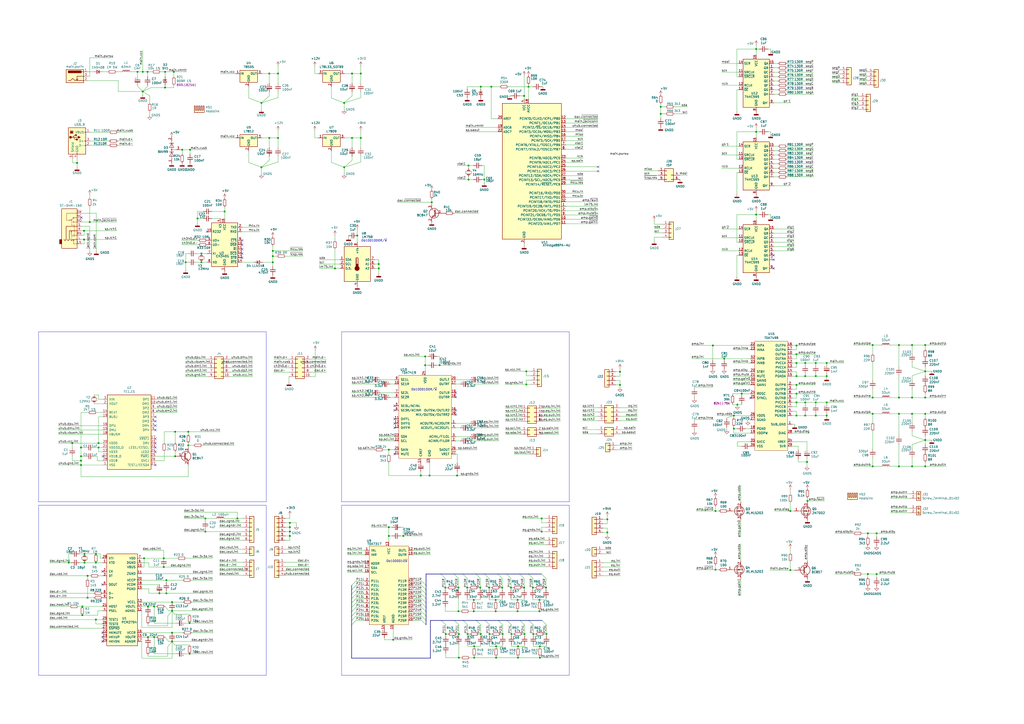
<source format=kicad_sch>
(kicad_sch (version 20230121) (generator eeschema)
  (paper "A2")
  (junction (at 352.298 301.244))
  (junction (at 82.804 41.656))
  (junction (at 473.202 233.426))
  (junction (at 161.29 80.01))
  (junction (at 116.84 147.066))
  (junction (at 204.216 80.01))
  (junction (at 458.47 330.708))
  (junction (at 458.47 296.418))
  (junction (at 249.174 275.844))
  (junction (at 156.21 80.01))
  (junction (at 413.512 200.406))
  (junction (at 266.192 381.508))
  (junction (at 228.092 371.094))
  (junction (at 265.938 354.584))
  (junction (at 57.15 259.588))
  (junction (at 168.148 305.816))
  (junction (at 503.428 332.994))
  (junction (at 250.444 117.348))
  (junction (at 287.528 354.584))
  (junction (at 246.634 211.836))
  (junction (at 265.176 275.844))
  (junction (at 425.704 248.666))
  (junction (at 219.71 155.702))
  (junction (at 48.768 133.858))
  (junction (at 233.934 310.896))
  (junction (at 274.828 347.98))
  (junction (at 209.296 80.01))
  (junction (at 209.296 42.672))
  (junction (at 199.644 59.69))
  (junction (at 225.552 260.858))
  (junction (at 291.592 367.792))
  (junction (at 204.216 42.672))
  (junction (at 109.22 258.318))
  (junction (at 49.022 326.39))
  (junction (at 46.99 269.748))
  (junction (at 109.22 250.444))
  (junction (at 207.264 136.652))
  (junction (at 130.302 122.682))
  (junction (at 529.082 270.51))
  (junction (at 415.036 330.454))
  (junction (at 506.222 200.152))
  (junction (at 359.664 223.266))
  (junction (at 55.626 359.41))
  (junction (at 271.78 104.14))
  (junction (at 521.462 200.152))
  (junction (at 304.038 340.868))
  (junction (at 82.804 53.086))
  (junction (at 296.672 367.792))
  (junction (at 462.026 210.566))
  (junction (at 101.6 250.444))
  (junction (at 39.878 326.39))
  (junction (at 309.118 340.868))
  (junction (at 83.566 323.85))
  (junction (at 47.752 356.87))
  (junction (at 300.482 381.508))
  (junction (at 536.702 255.27))
  (junction (at 467.106 210.566))
  (junction (at 95.758 50.8))
  (junction (at 168.148 308.356))
  (junction (at 314.198 308.356))
  (junction (at 529.082 240.03))
  (junction (at 359.664 215.646))
  (junction (at 536.702 240.03))
  (junction (at 41.91 257.048))
  (junction (at 473.202 210.566))
  (junction (at 99.822 367.03))
  (junction (at 508.508 332.994))
  (junction (at 89.408 369.57))
  (junction (at 101.6 264.668))
  (junction (at 265.938 340.868))
  (junction (at 306.578 50.292))
  (junction (at 300.228 354.584))
  (junction (at 420.116 208.026))
  (junction (at 536.702 230.632))
  (junction (at 314.198 300.736))
  (junction (at 415.036 296.418))
  (junction (at 107.696 152.146))
  (junction (at 168.148 303.276))
  (junction (at 316.738 340.868))
  (junction (at 479.552 241.046))
  (junction (at 284.988 50.292))
  (junction (at 287.528 347.98))
  (junction (at 462.026 205.486))
  (junction (at 430.276 228.346))
  (junction (at 96.52 344.17))
  (junction (at 462.026 241.046))
  (junction (at 52.07 128.778))
  (junction (at 521.462 270.51))
  (junction (at 158.242 145.542))
  (junction (at 92.456 344.17))
  (junction (at 96.52 336.55))
  (junction (at 536.702 270.51))
  (junction (at 44.704 94.488))
  (junction (at 506.222 240.03))
  (junction (at 258.572 367.792))
  (junction (at 280.924 104.14))
  (junction (at 99.822 372.11))
  (junction (at 462.026 233.426))
  (junction (at 287.782 381.508))
  (junction (at 278.892 50.292))
  (junction (at 473.202 241.046))
  (junction (at 316.992 367.792))
  (junction (at 47.752 351.79))
  (junction (at 109.982 361.442))
  (junction (at 266.192 367.792))
  (junction (at 521.462 230.632))
  (junction (at 194.31 155.702))
  (junction (at 304.038 55.626))
  (junction (at 462.026 200.406))
  (junction (at 536.702 215.392))
  (junction (at 287.782 374.904))
  (junction (at 94.996 328.93))
  (junction (at 95.758 41.656))
  (junction (at 119.126 300.736))
  (junction (at 225.552 305.816))
  (junction (at 479.552 210.566))
  (junction (at 312.928 347.98))
  (junction (at 503.428 309.372))
  (junction (at 275.082 374.904))
  (junction (at 278.892 367.792))
  (junction (at 55.626 326.39))
  (junction (at 48.768 138.938))
  (junction (at 283.718 340.868))
  (junction (at 506.222 230.632))
  (junction (at 425.704 241.046))
  (junction (at 468.122 267.97))
  (junction (at 219.71 153.162))
  (junction (at 438.658 76.454))
  (junction (at 427.736 234.696))
  (junction (at 300.482 374.904))
  (junction (at 305.308 223.012))
  (junction (at 467.106 241.046))
  (junction (at 57.15 257.048))
  (junction (at 116.84 152.146))
  (junction (at 304.292 367.792))
  (junction (at 312.928 354.584))
  (junction (at 275.082 381.508))
  (junction (at 151.638 59.69))
  (junction (at 89.408 351.79))
  (junction (at 479.552 218.186))
  (junction (at 99.822 354.33))
  (junction (at 99.822 349.25))
  (junction (at 168.148 310.896))
  (junction (at 467.106 218.186))
  (junction (at 352.298 308.864))
  (junction (at 383.286 66.04))
  (junction (at 110.236 86.868))
  (junction (at 246.634 206.756))
  (junction (at 114.554 126.746))
  (junction (at 50.8 334.01))
  (junction (at 438.658 124.46))
  (junction (at 199.644 97.028))
  (junction (at 438.658 28.448))
  (junction (at 46.99 259.588))
  (junction (at 255.016 211.836))
  (junction (at 473.202 218.186))
  (junction (at 309.372 367.792))
  (junction (at 50.8 346.71))
  (junction (at 462.026 223.266))
  (junction (at 529.082 200.152))
  (junction (at 305.308 215.392))
  (junction (at 151.638 97.028))
  (junction (at 521.462 240.03))
  (junction (at 105.664 86.868))
  (junction (at 271.78 96.012))
  (junction (at 109.982 379.222))
  (junction (at 462.026 218.186))
  (junction (at 313.182 374.904))
  (junction (at 271.272 367.792))
  (junction (at 467.106 233.426))
  (junction (at 158.242 152.146))
  (junction (at 296.418 340.868))
  (junction (at 313.182 381.508))
  (junction (at 278.638 340.868))
  (junction (at 85.852 369.57))
  (junction (at 529.082 230.632))
  (junction (at 55.626 321.31))
  (junction (at 291.338 340.868))
  (junction (at 85.598 41.656))
  (junction (at 271.018 340.868))
  (junction (at 383.286 61.976))
  (junction (at 225.552 310.896))
  (junction (at 94.996 323.85))
  (junction (at 468.376 290.576))
  (junction (at 46.99 264.668))
  (junction (at 258.318 340.868))
  (junction (at 119.126 308.356))
  (junction (at 283.972 367.792))
  (junction (at 244.094 275.844))
  (junction (at 49.022 321.31))
  (junction (at 46.99 267.208))
  (junction (at 506.222 270.51))
  (junction (at 462.026 228.346))
  (junction (at 300.228 347.98))
  (junction (at 156.21 42.672))
  (junction (at 274.828 354.584))
  (junction (at 479.552 233.426))
  (junction (at 100.838 41.656))
  (junction (at 536.702 200.152))
  (junction (at 161.29 42.672))
  (junction (at 508.508 309.372))
  (junction (at 79.756 41.656))
  (junction (at 137.668 300.736))
  (junction (at 85.852 351.79))
  (junction (at 158.242 148.59))
  (no_connect (at 90.17 259.588))
  (no_connect (at 59.436 339.09))
  (no_connect (at 264.414 237.998))
  (no_connect (at 59.436 331.47))
  (no_connect (at 59.69 264.668))
  (no_connect (at 59.436 369.57))
  (no_connect (at 140.462 149.606))
  (no_connect (at 90.17 249.428))
  (no_connect (at 90.17 241.808))
  (no_connect (at 346.964 96.774))
  (no_connect (at 90.17 257.048))
  (no_connect (at 448.818 148.082))
  (no_connect (at 435.356 230.886))
  (no_connect (at 448.818 150.622))
  (no_connect (at 140.462 141.986))
  (no_connect (at 47.244 126.238))
  (no_connect (at 140.462 139.446))
  (no_connect (at 228.854 243.078))
  (no_connect (at 264.414 227.838))
  (no_connect (at 228.854 248.158))
  (no_connect (at 346.964 99.314))
  (no_connect (at 90.17 269.748))
  (no_connect (at 59.436 367.03))
  (no_connect (at 90.17 262.128))
  (no_connect (at 228.854 263.398))
  (no_connect (at 264.414 230.378))
  (no_connect (at 228.854 235.458))
  (no_connect (at 120.142 134.366))
  (no_connect (at 90.17 254.508))
  (no_connect (at 228.854 245.618))
  (no_connect (at 90.17 246.888))
  (no_connect (at 448.818 155.702))
  (no_connect (at 228.854 237.998))
  (no_connect (at 59.436 372.11))
  (no_connect (at 140.462 144.526))
  (no_connect (at 264.414 240.538))
  (no_connect (at 90.17 244.348))
  (no_connect (at 140.462 147.066))
  (bus_entry (at 283.972 362.458) (size -2.54 -2.54))
  (bus_entry (at 244.602 357.378) (size 2.54 2.54))
  (bus_entry (at 203.962 347.218) (size 2.54 -2.54))
  (bus_entry (at 203.962 362.458) (size 2.54 -2.54))
  (bus_entry (at 244.602 359.918) (size 2.54 2.54))
  (bus_entry (at 278.638 335.534) (size -2.54 -2.54))
  (bus_entry (at 244.602 337.058) (size 2.54 2.54))
  (bus_entry (at 316.992 362.458) (size -2.54 -2.54))
  (bus_entry (at 203.962 344.678) (size 2.54 -2.54))
  (bus_entry (at 244.602 342.138) (size 2.54 2.54))
  (bus_entry (at 244.602 352.298) (size 2.54 2.54))
  (bus_entry (at 244.602 347.218) (size 2.54 2.54))
  (bus_entry (at 291.338 335.534) (size -2.54 -2.54))
  (bus_entry (at 296.672 362.458) (size -2.54 -2.54))
  (bus_entry (at 296.418 335.534) (size -2.54 -2.54))
  (bus_entry (at 309.118 335.534) (size -2.54 -2.54))
  (bus_entry (at 203.962 354.838) (size 2.54 -2.54))
  (bus_entry (at 244.602 344.678) (size 2.54 2.54))
  (bus_entry (at 304.292 362.458) (size -2.54 -2.54))
  (bus_entry (at 203.962 342.138) (size 2.54 -2.54))
  (bus_entry (at 316.738 335.534) (size -2.54 -2.54))
  (bus_entry (at 203.962 357.378) (size 2.54 -2.54))
  (bus_entry (at 309.372 362.458) (size -2.54 -2.54))
  (bus_entry (at 258.318 335.534) (size -2.54 -2.54))
  (bus_entry (at 271.018 335.534) (size -2.54 -2.54))
  (bus_entry (at 203.962 349.758) (size 2.54 -2.54))
  (bus_entry (at 291.592 362.458) (size -2.54 -2.54))
  (bus_entry (at 203.962 339.598) (size 2.54 -2.54))
  (bus_entry (at 283.718 335.534) (size -2.54 -2.54))
  (bus_entry (at 266.192 362.458) (size -2.54 -2.54))
  (bus_entry (at 244.602 339.598) (size 2.54 2.54))
  (bus_entry (at 244.602 349.758) (size 2.54 2.54))
  (bus_entry (at 278.892 362.458) (size -2.54 -2.54))
  (bus_entry (at 203.962 359.918) (size 2.54 -2.54))
  (bus_entry (at 203.962 352.298) (size 2.54 -2.54))
  (bus_entry (at 304.038 335.534) (size -2.54 -2.54))
  (bus_entry (at 244.602 354.838) (size 2.54 2.54))
  (bus_entry (at 258.572 362.458) (size -2.54 -2.54))
  (bus_entry (at 265.938 335.534) (size -2.54 -2.54))
  (bus_entry (at 271.272 362.458) (size -2.54 -2.54))
  (wire (pts (xy 85.598 50.038) (xy 85.598 49.53)))
  (wire (pts (xy 48.768 138.938) (xy 67.818 138.938)))
  (wire (pts (xy 259.588 340.868) (xy 258.318 340.868)))
  (wire (pts (xy 316.992 362.458) (xy 316.992 367.792)))
  (wire (pts (xy 101.6 261.874) (xy 101.6 264.668)))
  (wire (pts (xy 105.664 86.868) (xy 110.236 86.868)))
  (bus (pts (xy 255.778 332.994) (xy 263.398 332.994)))
  (wire (pts (xy 54.356 344.17) (xy 28.702 344.17)))
  (wire (pts (xy 55.88 145.796) (xy 55.88 123.698)))
  (wire (pts (xy 309.118 346.964) (xy 309.118 347.98)))
  (wire (pts (xy 225.552 260.858) (xy 222.504 260.858)))
  (wire (pts (xy 278.892 50.292) (xy 284.988 50.292)))
  (wire (pts (xy 57.15 231.648) (xy 59.69 231.648)))
  (wire (pts (xy 54.356 346.71) (xy 50.8 346.71)))
  (wire (pts (xy 448.818 140.462) (xy 460.756 140.462)))
  (wire (pts (xy 67.818 128.778) (xy 52.07 128.778)))
  (wire (pts (xy 489.712 233.426) (xy 479.552 233.426)))
  (wire (pts (xy 529.082 260.35) (xy 529.082 257.81)))
  (wire (pts (xy 239.522 354.838) (xy 244.602 354.838)))
  (wire (pts (xy 115.062 139.446) (xy 105.41 139.446)))
  (wire (pts (xy 302.26 236.728) (xy 293.116 236.728)))
  (wire (pts (xy 487.426 48.006) (xy 482.6 48.006)))
  (wire (pts (xy 467.106 211.836) (xy 467.106 210.566)))
  (wire (pts (xy 306.578 323.596) (xy 316.738 323.596)))
  (wire (pts (xy 127.254 310.896) (xy 140.97 310.896)))
  (wire (pts (xy 296.418 340.868) (xy 296.418 335.534)))
  (wire (pts (xy 506.222 270.51) (xy 506.222 265.43)))
  (wire (pts (xy 168.148 308.356) (xy 168.148 310.896)))
  (wire (pts (xy 267.462 381.508) (xy 266.192 381.508)))
  (wire (pts (xy 41.91 264.668) (xy 41.91 267.208)))
  (wire (pts (xy 28.702 359.41) (xy 55.626 359.41)))
  (wire (pts (xy 160.528 148.59) (xy 158.242 148.59)))
  (wire (pts (xy 415.036 296.418) (xy 415.036 293.624)))
  (wire (pts (xy 430.276 234.696) (xy 427.736 234.696)))
  (wire (pts (xy 467.106 210.566) (xy 473.202 210.566)))
  (wire (pts (xy 479.552 241.046) (xy 479.552 241.808)))
  (wire (pts (xy 258.318 341.884) (xy 258.318 340.868)))
  (wire (pts (xy 354.584 318.77) (xy 349.758 318.77)))
  (wire (pts (xy 194.31 155.702) (xy 197.104 155.702)))
  (wire (pts (xy 79.756 44.45) (xy 79.756 41.656)))
  (polyline (pts (xy 22.352 291.084) (xy 22.352 192.532)))
  (wire (pts (xy 82.804 53.086) (xy 86.868 55.626)))
  (wire (pts (xy 263.144 123.698) (xy 277.622 123.698)))
  (wire (pts (xy 44.704 94.488) (xy 44.704 97.028)))
  (wire (pts (xy 435.356 208.026) (xy 420.116 208.026)))
  (wire (pts (xy 357.632 260.858) (xy 366.776 260.858)))
  (wire (pts (xy 255.016 211.836) (xy 267.462 211.836)))
  (wire (pts (xy 459.486 251.206) (xy 469.646 251.206)))
  (wire (pts (xy 448.818 44.45) (xy 451.358 44.45)))
  (polyline (pts (xy 198.12 192.532) (xy 330.2 192.532)))
  (wire (pts (xy 215.646 227.838) (xy 203.962 227.838)))
  (wire (pts (xy 495.046 200.152) (xy 506.222 200.152)))
  (wire (pts (xy 58.166 323.85) (xy 58.166 321.31)))
  (wire (pts (xy 438.658 127.762) (xy 438.658 124.46)))
  (wire (pts (xy 369.824 241.554) (xy 359.664 241.554)))
  (wire (pts (xy 309.372 367.792) (xy 309.372 362.458)))
  (wire (pts (xy 86.868 55.626) (xy 86.868 59.69)))
  (wire (pts (xy 192.278 94.234) (xy 199.644 97.028)))
  (wire (pts (xy 278.892 362.458) (xy 278.892 367.792)))
  (wire (pts (xy 49.53 264.668) (xy 46.99 264.668)))
  (wire (pts (xy 306.578 50.292) (xy 294.894 50.292)))
  (wire (pts (xy 459.486 202.946) (xy 462.026 202.946)))
  (wire (pts (xy 302.26 249.428) (xy 293.116 249.428)))
  (wire (pts (xy 427.482 160.782) (xy 427.482 148.082)))
  (wire (pts (xy 346.964 241.554) (xy 337.82 241.554)))
  (wire (pts (xy 50.8 340.868) (xy 50.8 346.71)))
  (wire (pts (xy 204.216 90.678) (xy 204.216 92.964)))
  (wire (pts (xy 503.174 49.276) (xy 498.348 49.276)))
  (wire (pts (xy 59.69 251.968) (xy 33.782 251.968)))
  (wire (pts (xy 275.082 381.508) (xy 287.782 381.508)))
  (wire (pts (xy 114.554 122.682) (xy 114.554 126.746)))
  (wire (pts (xy 428.498 84.836) (xy 418.592 84.836)))
  (wire (pts (xy 495.046 309.372) (xy 484.378 309.372)))
  (wire (pts (xy 228.092 364.998) (xy 228.092 371.094)))
  (wire (pts (xy 458.47 320.802) (xy 458.47 318.008)))
  (wire (pts (xy 47.752 356.87) (xy 56.642 356.87)))
  (wire (pts (xy 267.208 354.584) (xy 265.938 354.584)))
  (wire (pts (xy 28.702 326.39) (xy 39.878 326.39)))
  (wire (pts (xy 398.78 66.04) (xy 391.16 66.04)))
  (wire (pts (xy 86.36 344.17) (xy 92.456 344.17)))
  (bus (pts (xy 306.578 332.994) (xy 314.198 332.994)))
  (wire (pts (xy 459.486 241.046) (xy 462.026 241.046)))
  (wire (pts (xy 357.124 218.186) (xy 359.664 218.186)))
  (wire (pts (xy 529.082 200.152) (xy 521.462 200.152)))
  (wire (pts (xy 199.898 80.01) (xy 204.216 80.01)))
  (wire (pts (xy 352.298 299.466) (xy 352.298 301.244)))
  (wire (pts (xy 425.704 251.206) (xy 425.704 248.666)))
  (wire (pts (xy 182.626 80.01) (xy 184.658 80.01)))
  (wire (pts (xy 90.17 236.728) (xy 102.87 236.728)))
  (wire (pts (xy 42.164 91.948) (xy 42.164 94.488)))
  (wire (pts (xy 527.812 289.052) (xy 516.636 289.052)))
  (wire (pts (xy 265.176 104.14) (xy 271.78 104.14)))
  (wire (pts (xy 239.522 339.598) (xy 244.602 339.598)))
  (wire (pts (xy 48.768 141.478) (xy 48.768 138.938)))
  (wire (pts (xy 473.202 200.406) (xy 462.026 200.406)))
  (wire (pts (xy 161.29 80.01) (xy 156.21 80.01)))
  (wire (pts (xy 498.602 63.5) (xy 493.776 63.5)))
  (wire (pts (xy 271.78 97.536) (xy 271.78 96.012)))
  (wire (pts (xy 427.482 76.454) (xy 427.482 92.456)))
  (wire (pts (xy 529.082 217.932) (xy 536.702 215.392)))
  (wire (pts (xy 288.798 76.454) (xy 270.002 76.454)))
  (wire (pts (xy 536.702 240.03) (xy 548.894 240.03)))
  (wire (pts (xy 420.116 209.042) (xy 420.116 208.026)))
  (wire (pts (xy 209.296 53.34) (xy 209.296 56.642)))
  (wire (pts (xy 459.486 230.886) (xy 462.026 230.886)))
  (wire (pts (xy 52.07 44.196) (xy 52.07 33.528)))
  (wire (pts (xy 447.04 76.454) (xy 445.516 76.454)))
  (wire (pts (xy 226.314 230.378) (xy 228.854 230.378)))
  (wire (pts (xy 180.34 218.44) (xy 182.88 218.44)))
  (wire (pts (xy 90.17 264.668) (xy 101.6 264.668)))
  (wire (pts (xy 89.408 351.79) (xy 89.408 361.442)))
  (wire (pts (xy 303.022 300.736) (xy 314.198 300.736)))
  (wire (pts (xy 438.658 31.75) (xy 438.658 28.448)))
  (wire (pts (xy 316.738 340.868) (xy 316.738 341.884)))
  (wire (pts (xy 309.118 50.292) (xy 306.578 50.292)))
  (wire (pts (xy 300.228 354.584) (xy 312.928 354.584)))
  (wire (pts (xy 383.286 66.04) (xy 383.286 68.58)))
  (wire (pts (xy 536.702 242.57) (xy 536.702 240.03)))
  (wire (pts (xy 168.148 303.276) (xy 168.148 305.816)))
  (wire (pts (xy 456.438 87.376) (xy 471.932 87.376)))
  (wire (pts (xy 438.658 76.454) (xy 440.436 76.454)))
  (wire (pts (xy 185.166 153.162) (xy 197.104 153.162)))
  (wire (pts (xy 266.192 367.792) (xy 266.192 368.808)))
  (wire (pts (xy 51.054 41.656) (xy 54.356 41.656)))
  (wire (pts (xy 137.668 297.18) (xy 106.68 297.18)))
  (wire (pts (xy 95.25 250.444) (xy 101.6 250.444)))
  (wire (pts (xy 338.328 81.534) (xy 328.168 81.534)))
  (wire (pts (xy 95.25 256.794) (xy 95.25 250.444)))
  (wire (pts (xy 346.964 251.714) (xy 337.82 251.714)))
  (wire (pts (xy 291.592 362.458) (xy 291.592 367.792)))
  (wire (pts (xy 430.276 228.346) (xy 435.356 228.346)))
  (wire (pts (xy 99.822 354.33) (xy 123.698 354.33)))
  (wire (pts (xy 209.296 48.26) (xy 209.296 42.672)))
  (wire (pts (xy 97.282 380.746) (xy 85.852 380.746)))
  (wire (pts (xy 435.356 220.726) (xy 425.196 220.726)))
  (wire (pts (xy 458.47 286.512) (xy 458.47 283.718)))
  (wire (pts (xy 421.64 242.824) (xy 421.64 242.316)))
  (wire (pts (xy 459.486 246.126) (xy 461.01 246.126)))
  (wire (pts (xy 430.276 229.108) (xy 430.276 228.346)))
  (wire (pts (xy 101.092 356.362) (xy 109.982 356.362)))
  (wire (pts (xy 379.476 139.954) (xy 379.476 137.668)))
  (wire (pts (xy 304.038 43.942) (xy 304.038 55.626)))
  (wire (pts (xy 359.918 328.93) (xy 349.758 328.93)))
  (wire (pts (xy 296.672 367.792) (xy 296.672 362.458)))
  (wire (pts (xy 425.704 247.396) (xy 425.704 248.666)))
  (wire (pts (xy 109.22 250.444) (xy 101.6 250.444)))
  (wire (pts (xy 430.276 228.346) (xy 424.942 228.346)))
  (wire (pts (xy 296.672 374.904) (xy 300.482 374.904)))
  (wire (pts (xy 127.762 80.01) (xy 136.652 80.01)))
  (wire (pts (xy 51.054 44.196) (xy 52.07 44.196)))
  (bus (pts (xy 247.142 332.994) (xy 255.778 332.994)))
  (wire (pts (xy 101.092 356.362) (xy 99.822 354.33)))
  (wire (pts (xy 46.99 267.208) (xy 46.99 269.748)))
  (wire (pts (xy 204.216 85.598) (xy 204.216 80.01)))
  (wire (pts (xy 82.296 367.03) (xy 99.822 367.03)))
  (wire (pts (xy 283.718 346.964) (xy 283.718 347.98)))
  (wire (pts (xy 307.34 260.858) (xy 298.196 260.858)))
  (wire (pts (xy 278.892 367.792) (xy 278.892 368.808)))
  (wire (pts (xy 462.026 213.106) (xy 462.026 210.566)))
  (wire (pts (xy 529.082 212.852) (xy 536.702 215.392)))
  (wire (pts (xy 425.704 242.316) (xy 425.704 241.046)))
  (wire (pts (xy 357.632 258.318) (xy 366.776 258.318)))
  (bus (pts (xy 268.478 332.994) (xy 276.098 332.994)))
  (wire (pts (xy 246.634 211.836) (xy 246.634 206.756)))
  (wire (pts (xy 316.738 303.276) (xy 314.198 303.276)))
  (wire (pts (xy 219.71 153.162) (xy 219.71 155.702)))
  (wire (pts (xy 529.082 240.03) (xy 521.462 240.03)))
  (wire (pts (xy 448.818 46.99) (xy 451.358 46.99)))
  (wire (pts (xy 316.738 346.964) (xy 316.738 347.98)))
  (wire (pts (xy 383.286 61.976) (xy 383.286 66.04)))
  (wire (pts (xy 271.018 347.98) (xy 274.828 347.98)))
  (wire (pts (xy 46.99 259.588) (xy 46.99 264.668)))
  (wire (pts (xy 536.702 228.092) (xy 536.702 230.632)))
  (wire (pts (xy 265.176 275.844) (xy 277.622 275.844)))
  (wire (pts (xy 171.958 304.8) (xy 171.958 303.276)))
  (wire (pts (xy 111.252 367.03) (xy 123.698 367.03)))
  (wire (pts (xy 305.308 223.012) (xy 305.308 220.472)))
  (wire (pts (xy 503.428 332.994) (xy 508.508 332.994)))
  (wire (pts (xy 448.818 39.37) (xy 451.358 39.37)))
  (wire (pts (xy 82.804 53.086) (xy 85.598 50.038)))
  (wire (pts (xy 438.658 28.448) (xy 440.436 28.448)))
  (wire (pts (xy 120.65 215.9) (xy 107.442 215.9)))
  (wire (pts (xy 313.182 381.508) (xy 313.182 380.746)))
  (wire (pts (xy 54.61 229.108) (xy 57.15 229.108)))
  (wire (pts (xy 359.918 334.01) (xy 349.758 334.01)))
  (bus (pts (xy 247.142 342.138) (xy 247.142 344.678)))
  (wire (pts (xy 462.026 228.346) (xy 459.486 228.346)))
  (wire (pts (xy 246.634 206.756) (xy 234.188 206.756)))
  (wire (pts (xy 265.176 268.478) (xy 265.176 263.398)))
  (wire (pts (xy 39.878 321.31) (xy 39.878 326.39)))
  (wire (pts (xy 28.702 351.79) (xy 40.386 351.79)))
  (wire (pts (xy 427.482 64.77) (xy 427.482 52.07)))
  (wire (pts (xy 82.296 363.982) (xy 99.822 363.982)))
  (wire (pts (xy 52.07 128.778) (xy 47.244 128.778)))
  (wire (pts (xy 47.244 138.938) (xy 48.768 138.938)))
  (wire (pts (xy 217.424 153.162) (xy 219.71 153.162)))
  (wire (pts (xy 462.026 218.186) (xy 467.106 218.186)))
  (wire (pts (xy 314.198 308.356) (xy 314.198 305.816)))
  (wire (pts (xy 48.768 136.398) (xy 48.768 133.858)))
  (bus (pts (xy 203.962 352.298) (xy 203.962 354.838)))
  (bus (pts (xy 289.052 359.918) (xy 294.132 359.918)))
  (wire (pts (xy 468.122 266.192) (xy 468.122 267.97)))
  (wire (pts (xy 99.822 354.33) (xy 99.822 363.982)))
  (wire (pts (xy 57.15 259.588) (xy 57.15 262.128)))
  (wire (pts (xy 185.166 155.702) (xy 194.31 155.702)))
  (wire (pts (xy 109.22 258.318) (xy 109.22 259.588)))
  (wire (pts (xy 161.29 42.672) (xy 156.21 42.672)))
  (wire (pts (xy 435.356 218.186) (xy 425.196 218.186)))
  (wire (pts (xy 59.69 241.808) (xy 57.15 241.808)))
  (wire (pts (xy 114.554 129.54) (xy 114.554 126.746)))
  (wire (pts (xy 207.264 140.462) (xy 207.264 136.652)))
  (wire (pts (xy 313.182 375.666) (xy 313.182 374.904)))
  (wire (pts (xy 194.31 144.526) (xy 194.31 155.702)))
  (wire (pts (xy 239.522 347.218) (xy 244.602 347.218)))
  (wire (pts (xy 428.498 36.83) (xy 418.592 36.83)))
  (wire (pts (xy 244.094 275.844) (xy 249.174 275.844)))
  (wire (pts (xy 75.692 41.656) (xy 79.756 41.656)))
  (wire (pts (xy 50.8 335.788) (xy 50.8 334.01)))
  (wire (pts (xy 435.356 210.566) (xy 425.196 210.566)))
  (wire (pts (xy 456.438 41.91) (xy 471.932 41.91)))
  (wire (pts (xy 168.148 313.436) (xy 165.608 313.436)))
  (wire (pts (xy 462.026 223.266) (xy 459.486 223.266)))
  (wire (pts (xy 271.272 367.792) (xy 271.272 362.458)))
  (wire (pts (xy 369.824 239.014) (xy 359.664 239.014)))
  (wire (pts (xy 199.898 42.672) (xy 204.216 42.672)))
  (wire (pts (xy 473.202 211.836) (xy 473.202 210.566)))
  (wire (pts (xy 127.254 303.276) (xy 140.97 303.276)))
  (wire (pts (xy 435.356 243.586) (xy 433.832 243.586)))
  (wire (pts (xy 418.592 137.922) (xy 428.498 137.922)))
  (wire (pts (xy 209.296 42.672) (xy 204.216 42.672)))
  (wire (pts (xy 144.272 94.234) (xy 151.638 97.028)))
  (wire (pts (xy 258.318 354.584) (xy 258.318 352.044)))
  (wire (pts (xy 85.852 380.746) (xy 85.852 379.73)))
  (wire (pts (xy 57.15 229.108) (xy 57.15 231.648)))
  (bus (pts (xy 247.142 347.218) (xy 247.142 349.758)))
  (wire (pts (xy 156.21 90.678) (xy 156.21 92.964)))
  (wire (pts (xy 325.12 241.808) (xy 314.96 241.808)))
  (wire (pts (xy 225.552 310.896) (xy 225.552 305.816)))
  (wire (pts (xy 179.578 328.676) (xy 165.608 328.676)))
  (wire (pts (xy 215.646 220.218) (xy 203.962 220.218)))
  (wire (pts (xy 529.082 210.312) (xy 529.082 212.852)))
  (wire (pts (xy 127.254 305.816) (xy 140.97 305.816)))
  (wire (pts (xy 49.022 321.31) (xy 55.626 321.31)))
  (polyline (pts (xy 154.432 293.116) (xy 154.432 391.668)))
  (polyline (pts (xy 330.2 192.532) (xy 330.2 291.084)))
  (wire (pts (xy 217.424 150.622) (xy 219.71 150.622)))
  (wire (pts (xy 462.026 200.406) (xy 459.486 200.406)))
  (wire (pts (xy 58.166 321.31) (xy 55.626 321.31)))
  (bus (pts (xy 293.878 332.994) (xy 301.498 332.994)))
  (wire (pts (xy 86.36 326.39) (xy 86.36 328.93)))
  (wire (pts (xy 473.202 233.426) (xy 479.552 233.426)))
  (wire (pts (xy 338.328 86.614) (xy 328.168 86.614)))
  (wire (pts (xy 427.482 92.456) (xy 428.498 92.456)))
  (wire (pts (xy 379.476 130.048) (xy 379.476 127.762)))
  (wire (pts (xy 435.356 200.406) (xy 413.512 200.406)))
  (wire (pts (xy 28.702 364.49) (xy 59.436 364.49)))
  (wire (pts (xy 448.818 89.916) (xy 451.358 89.916)))
  (wire (pts (xy 156.21 85.598) (xy 156.21 80.01)))
  (wire (pts (xy 536.702 270.51) (xy 529.082 270.51)))
  (wire (pts (xy 92.456 344.17) (xy 96.52 344.17)))
  (wire (pts (xy 338.328 106.934) (xy 328.168 106.934)))
  (wire (pts (xy 239.522 352.298) (xy 244.602 352.298)))
  (wire (pts (xy 239.522 344.678) (xy 244.602 344.678)))
  (wire (pts (xy 259.842 367.792) (xy 258.572 367.792)))
  (wire (pts (xy 249.682 321.818) (xy 239.522 321.818)))
  (wire (pts (xy 56.642 354.33) (xy 59.436 354.33)))
  (wire (pts (xy 68.326 81.788) (xy 77.216 81.788)))
  (wire (pts (xy 383.286 66.04) (xy 386.08 66.04)))
  (wire (pts (xy 438.658 79.756) (xy 438.658 76.454)))
  (wire (pts (xy 536.702 215.392) (xy 540.512 215.392)))
  (wire (pts (xy 325.12 236.728) (xy 314.96 236.728)))
  (wire (pts (xy 425.704 241.046) (xy 415.798 241.046)))
  (wire (pts (xy 204.216 53.34) (xy 204.216 55.626)))
  (wire (pts (xy 108.966 152.146) (xy 107.696 152.146)))
  (wire (pts (xy 279.654 96.012) (xy 280.924 96.012)))
  (wire (pts (xy 448.818 102.616) (xy 451.358 102.616)))
  (wire (pts (xy 314.198 300.736) (xy 316.738 300.736)))
  (wire (pts (xy 89.408 351.79) (xy 90.678 351.79)))
  (bus (pts (xy 203.962 357.378) (xy 203.962 359.918)))
  (wire (pts (xy 448.818 100.076) (xy 451.358 100.076)))
  (wire (pts (xy 206.502 359.918) (xy 211.582 359.918)))
  (wire (pts (xy 47.244 133.858) (xy 48.768 133.858)))
  (wire (pts (xy 151.892 42.672) (xy 156.21 42.672)))
  (wire (pts (xy 52.07 128.778) (xy 52.07 119.888)))
  (wire (pts (xy 447.04 28.448) (xy 445.516 28.448)))
  (wire (pts (xy 209.296 56.642) (xy 199.644 59.69)))
  (wire (pts (xy 346.964 119.634) (xy 328.168 119.634)))
  (wire (pts (xy 161.29 85.598) (xy 161.29 80.01)))
  (wire (pts (xy 402.844 249.936) (xy 402.844 249.174)))
  (wire (pts (xy 287.528 354.584) (xy 300.228 354.584)))
  (bus (pts (xy 203.962 381.762) (xy 249.682 381.762)))
  (wire (pts (xy 95.758 351.79) (xy 97.79 354.33)))
  (wire (pts (xy 41.148 326.39) (xy 39.878 326.39)))
  (wire (pts (xy 127.254 331.216) (xy 140.97 331.216)))
  (wire (pts (xy 438.658 122.174) (xy 438.658 124.46)))
  (wire (pts (xy 225.552 268.478) (xy 225.552 275.844)))
  (wire (pts (xy 206.502 349.758) (xy 211.582 349.758)))
  (wire (pts (xy 41.91 257.048) (xy 57.15 257.048)))
  (bus (pts (xy 247.142 357.378) (xy 247.142 359.918)))
  (wire (pts (xy 249.682 319.278) (xy 239.522 319.278)))
  (wire (pts (xy 57.15 241.808) (xy 57.15 257.048)))
  (wire (pts (xy 324.104 354.584) (xy 312.928 354.584)))
  (wire (pts (xy 271.78 96.012) (xy 274.574 96.012)))
  (wire (pts (xy 312.928 354.584) (xy 312.928 353.822)))
  (wire (pts (xy 300.482 374.904) (xy 304.292 374.904)))
  (wire (pts (xy 107.696 147.066) (xy 107.696 152.146)))
  (wire (pts (xy 462.026 233.426) (xy 459.486 233.426)))
  (wire (pts (xy 201.422 331.978) (xy 211.582 331.978)))
  (wire (pts (xy 156.21 48.26) (xy 156.21 42.672)))
  (wire (pts (xy 421.64 242.316) (xy 425.704 241.046)))
  (wire (pts (xy 225.552 314.198) (xy 225.552 310.896)))
  (wire (pts (xy 424.942 228.346) (xy 424.942 229.108)))
  (wire (pts (xy 467.106 233.426) (xy 462.026 233.426)))
  (bus (pts (xy 281.432 359.918) (xy 289.052 359.918)))
  (wire (pts (xy 438.658 124.46) (xy 427.482 124.46)))
  (wire (pts (xy 529.082 252.73) (xy 536.702 255.27)))
  (wire (pts (xy 86.868 66.802) (xy 86.868 64.77)))
  (wire (pts (xy 120.65 213.36) (xy 107.442 213.36)))
  (wire (pts (xy 304.292 373.888) (xy 304.292 374.904)))
  (wire (pts (xy 199.644 63.5) (xy 199.644 59.69)))
  (wire (pts (xy 150.622 134.366) (xy 140.462 134.366)))
  (wire (pts (xy 137.668 300.736) (xy 140.97 300.736)))
  (polyline (pts (xy 22.352 391.668) (xy 22.352 293.116)))
  (wire (pts (xy 192.278 50.292) (xy 192.278 56.896)))
  (wire (pts (xy 109.22 269.748) (xy 109.22 276.606)))
  (wire (pts (xy 435.356 223.266) (xy 425.196 223.266)))
  (bus (pts (xy 203.962 342.138) (xy 203.962 344.678)))
  (wire (pts (xy 156.21 55.626) (xy 151.638 59.69)))
  (wire (pts (xy 369.824 244.094) (xy 359.664 244.094)))
  (wire (pts (xy 368.808 251.714) (xy 359.664 251.714)))
  (wire (pts (xy 52.07 145.796) (xy 52.07 131.318)))
  (wire (pts (xy 325.12 239.268) (xy 314.96 239.268)))
  (wire (pts (xy 338.328 114.554) (xy 328.168 114.554)))
  (wire (pts (xy 287.782 375.666) (xy 287.782 374.904)))
  (wire (pts (xy 120.65 218.44) (xy 107.442 218.44)))
  (wire (pts (xy 529.082 230.632) (xy 521.462 230.632)))
  (wire (pts (xy 59.436 323.85) (xy 58.166 323.85)))
  (wire (pts (xy 448.818 97.536) (xy 451.358 97.536)))
  (wire (pts (xy 272.542 367.792) (xy 271.272 367.792)))
  (wire (pts (xy 498.602 60.96) (xy 493.776 60.96)))
  (wire (pts (xy 158.75 208.28) (xy 167.64 208.28)))
  (wire (pts (xy 194.31 139.446) (xy 194.31 136.398)))
  (wire (pts (xy 82.296 354.33) (xy 82.296 363.982)))
  (wire (pts (xy 89.408 369.57) (xy 90.678 369.57)))
  (wire (pts (xy 233.934 310.896) (xy 232.41 310.896)))
  (wire (pts (xy 359.664 223.266) (xy 359.664 220.726)))
  (wire (pts (xy 271.272 368.808) (xy 271.272 367.792)))
  (wire (pts (xy 258.318 340.868) (xy 258.318 335.534)))
  (wire (pts (xy 209.296 80.01) (xy 204.216 80.01)))
  (wire (pts (xy 448.818 41.91) (xy 451.358 41.91)))
  (wire (pts (xy 473.202 218.186) (xy 467.106 218.186)))
  (wire (pts (xy 429.768 291.338) (xy 429.768 281.432)))
  (wire (pts (xy 105.664 89.408) (xy 105.664 86.868)))
  (wire (pts (xy 427.736 256.286) (xy 427.736 258.826)))
  (wire (pts (xy 428.498 132.842) (xy 418.592 132.842)))
  (wire (pts (xy 424.942 234.696) (xy 427.736 234.696)))
  (wire (pts (xy 47.244 123.698) (xy 55.88 123.698)))
  (wire (pts (xy 158.242 152.146) (xy 158.242 154.432)))
  (wire (pts (xy 521.462 257.81) (xy 521.462 270.51)))
  (wire (pts (xy 313.182 374.904) (xy 316.992 374.904)))
  (bus (pts (xy 263.652 359.918) (xy 268.732 359.918)))
  (wire (pts (xy 304.038 335.534) (xy 304.038 340.868)))
  (wire (pts (xy 427.482 44.45) (xy 428.498 44.45)))
  (wire (pts (xy 137.668 300.736) (xy 137.668 297.18)))
  (wire (pts (xy 352.298 301.244) (xy 349.758 301.244)))
  (wire (pts (xy 315.468 340.868) (xy 316.738 340.868)))
  (wire (pts (xy 463.042 266.192) (xy 463.042 267.97)))
  (wire (pts (xy 82.296 381.762) (xy 82.296 372.11)))
  (wire (pts (xy 46.228 321.31) (xy 49.022 321.31)))
  (wire (pts (xy 167.64 221.742) (xy 167.64 218.44)))
  (wire (pts (xy 68.326 76.708) (xy 77.216 76.708)))
  (wire (pts (xy 108.966 147.066) (xy 107.696 147.066)))
  (wire (pts (xy 119.126 307.086) (xy 119.126 308.356)))
  (wire (pts (xy 90.17 231.648) (xy 102.87 231.648)))
  (wire (pts (xy 96.52 336.55) (xy 105.918 336.55)))
  (wire (pts (xy 324.104 251.968) (xy 314.96 251.968)))
  (wire (pts (xy 290.068 340.868) (xy 291.338 340.868)))
  (bus (pts (xy 294.132 359.918) (xy 301.752 359.918)))
  (wire (pts (xy 456.438 44.45) (xy 471.932 44.45)))
  (wire (pts (xy 47.244 141.478) (xy 48.768 141.478)))
  (wire (pts (xy 346.964 236.474) (xy 337.82 236.474)))
  (wire (pts (xy 140.462 152.146) (xy 147.32 152.146)))
  (wire (pts (xy 151.638 63.5) (xy 151.638 59.69)))
  (wire (pts (xy 508.508 309.372) (xy 508.508 311.404)))
  (wire (pts (xy 291.592 373.888) (xy 291.592 374.904)))
  (wire (pts (xy 277.622 367.792) (xy 278.892 367.792)))
  (wire (pts (xy 462.026 241.046) (xy 462.026 238.506)))
  (wire (pts (xy 448.818 84.836) (xy 451.358 84.836)))
  (wire (pts (xy 521.462 252.73) (xy 521.462 240.03)))
  (wire (pts (xy 473.202 210.566) (xy 479.552 210.566)))
  (wire (pts (xy 352.298 303.784) (xy 352.298 301.244)))
  (wire (pts (xy 182.626 38.354) (xy 182.626 42.672)))
  (wire (pts (xy 456.438 102.616) (xy 471.932 102.616)))
  (wire (pts (xy 473.202 218.186) (xy 479.552 218.186)))
  (wire (pts (xy 487.426 40.386) (xy 482.6 40.386)))
  (polyline (pts (xy 22.352 293.116) (xy 154.432 293.116)))
  (wire (pts (xy 402.844 231.14) (xy 402.844 230.378)))
  (wire (pts (xy 283.718 347.98) (xy 287.528 347.98)))
  (wire (pts (xy 54.61 234.188) (xy 59.69 234.188)))
  (wire (pts (xy 306.578 57.404) (xy 306.578 50.292)))
  (wire (pts (xy 146.558 215.9) (xy 133.35 215.9)))
  (wire (pts (xy 97.282 375.158) (xy 99.822 372.11)))
  (wire (pts (xy 458.724 107.696) (xy 448.818 107.696)))
  (wire (pts (xy 352.298 310.388) (xy 352.298 308.864)))
  (wire (pts (xy 49.53 259.588) (xy 46.99 259.588)))
  (wire (pts (xy 307.848 223.012) (xy 305.308 223.012)))
  (wire (pts (xy 338.328 101.854) (xy 328.168 101.854)))
  (wire (pts (xy 527.812 286.512) (xy 516.636 286.512)))
  (wire (pts (xy 536.702 255.27) (xy 540.512 255.27)))
  (wire (pts (xy 503.174 44.196) (xy 498.348 44.196)))
  (wire (pts (xy 158.242 142.494) (xy 158.242 145.542)))
  (wire (pts (xy 206.502 339.598) (xy 211.582 339.598)))
  (wire (pts (xy 59.69 246.888) (xy 33.782 246.888)))
  (wire (pts (xy 227.33 305.816) (xy 225.552 305.816)))
  (wire (pts (xy 101.6 256.794) (xy 101.6 250.444)))
  (wire (pts (xy 233.934 305.816) (xy 233.934 310.896)))
  (wire (pts (xy 127.254 321.056) (xy 140.97 321.056)))
  (wire (pts (xy 180.34 213.36) (xy 189.23 213.36)))
  (wire (pts (xy 265.938 354.584) (xy 258.318 354.584)))
  (wire (pts (xy 328.168 127.254) (xy 346.964 127.254)))
  (wire (pts (xy 144.272 50.292) (xy 144.272 56.896)))
  (wire (pts (xy 296.418 347.98) (xy 300.228 347.98)))
  (wire (pts (xy 359.664 220.726) (xy 357.124 220.726)))
  (wire (pts (xy 56.388 267.208) (xy 56.388 264.668)))
  (wire (pts (xy 266.192 373.888) (xy 266.192 381.508)))
  (wire (pts (xy 180.34 208.28) (xy 189.23 208.28)))
  (wire (pts (xy 46.99 269.748) (xy 59.69 269.748)))
  (wire (pts (xy 305.308 217.932) (xy 305.308 215.392)))
  (wire (pts (xy 158.75 215.9) (xy 167.64 215.9)))
  (wire (pts (xy 225.552 263.398) (xy 225.552 260.858)))
  (wire (pts (xy 250.444 118.618) (xy 250.444 117.348)))
  (wire (pts (xy 117.856 122.682) (xy 114.554 122.682)))
  (wire (pts (xy 168.148 305.816) (xy 168.148 308.356)))
  (wire (pts (xy 272.542 253.238) (xy 264.414 253.238)))
  (wire (pts (xy 88.138 41.656) (xy 85.598 41.656)))
  (wire (pts (xy 275.082 380.746) (xy 275.082 381.508)))
  (wire (pts (xy 402.844 225.298) (xy 402.844 224.536)))
  (wire (pts (xy 287.782 381.508) (xy 300.482 381.508)))
  (wire (pts (xy 324.104 249.428) (xy 314.96 249.428)))
  (wire (pts (xy 473.202 234.696) (xy 473.202 233.426)))
  (wire (pts (xy 182.626 75.692) (xy 182.626 80.01)))
  (wire (pts (xy 127.254 326.136) (xy 140.97 326.136)))
  (wire (pts (xy 462.026 208.026) (xy 462.026 205.486)))
  (wire (pts (xy 288.798 68.834) (xy 284.988 68.834)))
  (wire (pts (xy 359.918 331.47) (xy 349.758 331.47)))
  (wire (pts (xy 536.702 215.392) (xy 536.702 217.932)))
  (wire (pts (xy 511.302 270.51) (xy 506.222 270.51)))
  (wire (pts (xy 206.502 337.058) (xy 211.582 337.058)))
  (wire (pts (xy 462.026 205.486) (xy 459.486 205.486)))
  (wire (pts (xy 146.558 218.44) (xy 133.35 218.44)))
  (wire (pts (xy 92.456 339.09) (xy 82.296 339.09)))
  (wire (pts (xy 215.392 305.816) (xy 225.552 305.816)))
  (wire (pts (xy 192.278 56.896) (xy 199.644 59.69)))
  (wire (pts (xy 248.412 206.756) (xy 246.634 206.756)))
  (wire (pts (xy 277.622 245.618) (xy 289.306 245.618)))
  (wire (pts (xy 424.942 234.188) (xy 424.942 234.696)))
  (wire (pts (xy 46.99 276.606) (xy 46.99 269.748)))
  (wire (pts (xy 456.438 39.37) (xy 471.932 39.37)))
  (wire (pts (xy 219.71 158.75) (xy 219.71 155.702)))
  (wire (pts (xy 418.592 145.542) (xy 428.498 145.542)))
  (wire (pts (xy 386.08 61.976) (xy 383.286 61.976)))
  (wire (pts (xy 228.854 253.238) (xy 219.71 253.238)))
  (wire (pts (xy 459.486 213.106) (xy 462.026 213.106)))
  (wire (pts (xy 462.026 238.506) (xy 459.486 238.506)))
  (wire (pts (xy 359.664 224.79) (xy 359.664 223.266)))
  (wire (pts (xy 467.106 241.046) (xy 467.106 239.776)))
  (wire (pts (xy 271.78 102.616) (xy 271.78 104.14)))
  (wire (pts (xy 301.498 55.626) (xy 304.038 55.626)))
  (wire (pts (xy 278.638 340.868) (xy 278.638 341.884)))
  (wire (pts (xy 306.578 321.056) (xy 316.738 321.056)))
  (wire (pts (xy 338.328 84.074) (xy 328.168 84.074)))
  (wire (pts (xy 459.486 235.966) (xy 462.026 235.966)))
  (wire (pts (xy 300.482 380.746) (xy 300.482 381.508)))
  (wire (pts (xy 435.356 256.286) (xy 427.736 256.286)))
  (wire (pts (xy 217.424 260.858) (xy 207.518 260.858)))
  (wire (pts (xy 415.036 330.454) (xy 403.86 330.454)))
  (wire (pts (xy 86.36 341.63) (xy 86.36 344.17)))
  (wire (pts (xy 418.592 41.91) (xy 428.498 41.91)))
  (wire (pts (xy 425.704 248.666) (xy 427.482 248.666)))
  (wire (pts (xy 448.818 145.542) (xy 460.756 145.542)))
  (wire (pts (xy 165.608 303.276) (xy 168.148 303.276)))
  (wire (pts (xy 421.64 249.174) (xy 421.64 247.904)))
  (wire (pts (xy 239.522 357.378) (xy 244.602 357.378)))
  (wire (pts (xy 503.428 309.372) (xy 508.508 309.372)))
  (wire (pts (xy 158.242 148.59) (xy 158.242 152.146)))
  (wire (pts (xy 500.126 332.994) (xy 503.428 332.994)))
  (wire (pts (xy 271.272 374.904) (xy 275.082 374.904)))
  (wire (pts (xy 82.296 369.57) (xy 85.852 369.57)))
  (polyline (pts (xy 198.12 291.084) (xy 330.2 291.084)))
  (wire (pts (xy 448.818 94.996) (xy 451.358 94.996)))
  (wire (pts (xy 182.626 42.672) (xy 184.658 42.672)))
  (wire (pts (xy 314.198 305.816) (xy 316.738 305.816)))
  (wire (pts (xy 48.768 133.858) (xy 67.818 133.858)))
  (wire (pts (xy 418.592 89.916) (xy 428.498 89.916)))
  (wire (pts (xy 258.572 381.508) (xy 258.572 378.968)))
  (wire (pts (xy 508.508 309.372) (xy 519.43 309.372)))
  (wire (pts (xy 307.34 263.398) (xy 298.196 263.398)))
  (wire (pts (xy 99.822 367.03) (xy 106.172 367.03)))
  (wire (pts (xy 114.046 147.066) (xy 116.84 147.066)))
  (wire (pts (xy 52.07 131.318) (xy 47.244 131.318)))
  (wire (pts (xy 220.726 227.838) (xy 228.854 227.838)))
  (wire (pts (xy 309.118 347.98) (xy 312.928 347.98)))
  (wire (pts (xy 100.838 41.656) (xy 95.758 41.656)))
  (wire (pts (xy 468.122 261.112) (xy 468.122 256.286)))
  (wire (pts (xy 201.422 319.278) (xy 211.582 319.278)))
  (wire (pts (xy 57.15 262.128) (xy 59.69 262.128)))
  (wire (pts (xy 244.094 273.558) (xy 244.094 275.844)))
  (wire (pts (xy 271.018 340.868) (xy 271.018 335.534)))
  (wire (pts (xy 306.578 315.976) (xy 316.738 315.976)))
  (wire (pts (xy 122.936 126.746) (xy 127.762 126.746)))
  (wire (pts (xy 283.718 341.884) (xy 283.718 340.868)))
  (wire (pts (xy 456.438 49.53) (xy 471.932 49.53)))
  (wire (pts (xy 302.26 239.268) (xy 293.116 239.268)))
  (wire (pts (xy 94.996 328.93) (xy 110.744 328.93)))
  (wire (pts (xy 55.626 326.39) (xy 59.436 326.39)))
  (wire (pts (xy 300.482 381.508) (xy 313.182 381.508)))
  (wire (pts (xy 94.996 323.85) (xy 102.87 323.85)))
  (wire (pts (xy 86.36 328.93) (xy 94.996 328.93)))
  (wire (pts (xy 45.466 351.79) (xy 47.752 351.79)))
  (wire (pts (xy 112.268 258.318) (xy 109.22 258.318)))
  (wire (pts (xy 95.758 369.57) (xy 97.79 372.11)))
  (wire (pts (xy 302.26 244.348) (xy 293.116 244.348)))
  (wire (pts (xy 179.578 326.136) (xy 165.608 326.136)))
  (wire (pts (xy 467.106 218.186) (xy 467.106 216.916)))
  (wire (pts (xy 158.242 145.542) (xy 158.242 148.59)))
  (wire (pts (xy 95.758 41.656) (xy 95.758 44.45)))
  (wire (pts (xy 50.8 346.71) (xy 28.702 346.71)))
  (wire (pts (xy 459.486 218.186) (xy 462.026 218.186)))
  (wire (pts (xy 415.036 296.418) (xy 403.86 296.418)))
  (wire (pts (xy 158.75 213.36) (xy 167.64 213.36)))
  (wire (pts (xy 278.892 51.562) (xy 278.892 50.292)))
  (wire (pts (xy 529.082 250.19) (xy 529.082 252.73)))
  (wire (pts (xy 110.236 89.408) (xy 110.236 86.868)))
  (polyline (pts (xy 154.432 192.532) (xy 154.432 291.084)))
  (wire (pts (xy 57.404 334.01) (xy 59.436 334.01)))
  (wire (pts (xy 448.818 135.382) (xy 460.756 135.382)))
  (wire (pts (xy 417.068 330.454) (xy 415.036 330.454)))
  (wire (pts (xy 346.964 244.094) (xy 337.82 244.094)))
  (wire (pts (xy 346.964 249.174) (xy 337.82 249.174)))
  (wire (pts (xy 304.292 367.792) (xy 304.292 368.808)))
  (wire (pts (xy 415.036 330.454) (xy 415.036 327.66)))
  (wire (pts (xy 109.982 361.442) (xy 123.698 361.442)))
  (bus (pts (xy 203.962 354.838) (xy 203.962 357.378)))
  (wire (pts (xy 287.528 353.822) (xy 287.528 354.584)))
  (wire (pts (xy 296.418 346.964) (xy 296.418 347.98)))
  (wire (pts (xy 219.71 150.622) (xy 219.71 153.162)))
  (wire (pts (xy 438.658 28.448) (xy 427.482 28.448)))
  (wire (pts (xy 85.852 362.966) (xy 85.852 361.95)))
  (wire (pts (xy 312.928 348.742) (xy 312.928 347.98)))
  (wire (pts (xy 130.302 300.736) (xy 137.668 300.736)))
  (bus (pts (xy 203.962 344.678) (xy 203.962 347.218)))
  (wire (pts (xy 284.988 50.292) (xy 289.814 50.292)))
  (bus (pts (xy 268.732 359.918) (xy 276.352 359.918)))
  (wire (pts (xy 529.082 270.51) (xy 529.082 265.43)))
  (wire (pts (xy 448.818 87.376) (xy 451.358 87.376)))
  (wire (pts (xy 456.438 84.836) (xy 471.932 84.836)))
  (wire (pts (xy 101.092 374.142) (xy 109.982 374.142)))
  (wire (pts (xy 174.244 321.056) (xy 165.608 321.056)))
  (wire (pts (xy 359.664 215.646) (xy 357.124 215.646)))
  (wire (pts (xy 438.658 26.162) (xy 438.658 28.448)))
  (wire (pts (xy 495.046 332.994) (xy 484.378 332.994)))
  (wire (pts (xy 429.768 325.374) (xy 429.768 315.468)))
  (wire (pts (xy 168.148 303.276) (xy 171.958 303.276)))
  (wire (pts (xy 122.936 122.682) (xy 130.302 122.682)))
  (wire (pts (xy 239.522 337.058) (xy 244.602 337.058)))
  (wire (pts (xy 253.492 206.756) (xy 255.016 206.756)))
  (wire (pts (xy 338.328 78.994) (xy 328.168 78.994)))
  (wire (pts (xy 302.768 340.868) (xy 304.038 340.868)))
  (wire (pts (xy 264.414 245.618) (xy 272.542 245.618)))
  (wire (pts (xy 305.308 215.392) (xy 292.862 215.392)))
  (bus (pts (xy 306.832 359.918) (xy 314.452 359.918)))
  (wire (pts (xy 161.29 90.678) (xy 161.29 93.98)))
  (wire (pts (xy 46.99 264.668) (xy 46.99 267.208)))
  (wire (pts (xy 221.234 230.378) (xy 203.962 230.378)))
  (wire (pts (xy 46.228 326.39) (xy 49.022 326.39)))
  (wire (pts (xy 462.026 218.186) (xy 462.026 215.646)))
  (wire (pts (xy 536.702 202.692) (xy 536.702 200.152)))
  (wire (pts (xy 303.022 308.356) (xy 314.198 308.356)))
  (wire (pts (xy 228.854 255.778) (xy 219.71 255.778)))
  (wire (pts (xy 165.608 310.896) (xy 168.148 310.896)))
  (wire (pts (xy 417.068 296.418) (xy 415.036 296.418)))
  (wire (pts (xy 56.642 356.87) (xy 56.642 354.33)))
  (wire (pts (xy 125.222 300.736) (xy 119.126 300.736)))
  (wire (pts (xy 402.844 243.332) (xy 413.766 243.332)))
  (wire (pts (xy 456.438 52.07) (xy 471.932 52.07)))
  (wire (pts (xy 309.118 340.868) (xy 309.118 335.534)))
  (wire (pts (xy 354.584 321.31) (xy 349.758 321.31)))
  (wire (pts (xy 297.942 367.792) (xy 296.672 367.792)))
  (wire (pts (xy 67.564 41.656) (xy 70.612 41.656)))
  (bus (pts (xy 247.142 354.838) (xy 247.142 357.378)))
  (wire (pts (xy 223.012 370.078) (xy 223.012 371.094)))
  (wire (pts (xy 433.832 243.586) (xy 433.832 244.094)))
  (wire (pts (xy 462.026 210.566) (xy 459.486 210.566)))
  (wire (pts (xy 278.638 335.534) (xy 278.638 340.868)))
  (wire (pts (xy 448.818 92.456) (xy 451.358 92.456)))
  (wire (pts (xy 168.148 298.958) (xy 168.148 300.736)))
  (wire (pts (xy 418.592 49.53) (xy 428.498 49.53)))
  (wire (pts (xy 456.438 89.916) (xy 471.932 89.916)))
  (wire (pts (xy 265.176 96.012) (xy 271.78 96.012)))
  (wire (pts (xy 116.84 152.146) (xy 120.142 152.146)))
  (wire (pts (xy 272.034 248.158) (xy 289.306 248.158)))
  (wire (pts (xy 47.752 356.87) (xy 28.702 356.87)))
  (wire (pts (xy 47.244 136.398) (xy 48.768 136.398)))
  (wire (pts (xy 297.688 340.868) (xy 296.418 340.868)))
  (wire (pts (xy 271.78 104.14) (xy 274.574 104.14)))
  (wire (pts (xy 97.282 357.378) (xy 99.822 354.33)))
  (wire (pts (xy 179.578 333.756) (xy 165.608 333.756)))
  (wire (pts (xy 459.486 225.806) (xy 462.026 225.806)))
  (wire (pts (xy 47.752 351.79) (xy 59.436 351.79)))
  (wire (pts (xy 97.282 357.378) (xy 97.282 362.966)))
  (wire (pts (xy 41.91 259.588) (xy 41.91 257.048)))
  (wire (pts (xy 458.47 296.418) (xy 458.47 291.592)))
  (wire (pts (xy 127.254 313.436) (xy 140.97 313.436)))
  (wire (pts (xy 82.296 349.25) (xy 99.822 349.25)))
  (polyline (pts (xy 198.12 293.116) (xy 330.2 293.116)))
  (wire (pts (xy 503.174 41.656) (xy 498.348 41.656)))
  (wire (pts (xy 309.372 368.808) (xy 309.372 367.792)))
  (wire (pts (xy 312.928 347.98) (xy 316.738 347.98)))
  (wire (pts (xy 506.222 260.35) (xy 506.222 250.19)))
  (wire (pts (xy 349.758 308.864) (xy 352.298 308.864)))
  (wire (pts (xy 225.552 310.896) (xy 227.33 310.896)))
  (wire (pts (xy 127.762 42.672) (xy 136.652 42.672)))
  (wire (pts (xy 55.626 359.41) (xy 59.436 359.41)))
  (wire (pts (xy 427.482 100.076) (xy 428.498 100.076)))
  (wire (pts (xy 201.422 326.898) (xy 211.582 326.898)))
  (wire (pts (xy 506.222 220.472) (xy 506.222 210.312)))
  (wire (pts (xy 300.228 348.742) (xy 300.228 347.98)))
  (wire (pts (xy 458.47 296.418) (xy 449.072 296.418)))
  (wire (pts (xy 223.012 371.094) (xy 228.092 371.094)))
  (wire (pts (xy 328.168 129.794) (xy 346.964 129.794)))
  (wire (pts (xy 99.822 349.25) (xy 106.172 349.25)))
  (wire (pts (xy 220.726 220.218) (xy 228.854 220.218)))
  (wire (pts (xy 309.118 341.884) (xy 309.118 340.868)))
  (wire (pts (xy 130.302 126.746) (xy 130.302 122.682)))
  (wire (pts (xy 104.648 86.868) (xy 105.664 86.868)))
  (wire (pts (xy 468.376 290.576) (xy 478.282 290.576)))
  (wire (pts (xy 83.566 323.85) (xy 94.996 323.85)))
  (wire (pts (xy 506.222 200.152) (xy 511.302 200.152)))
  (wire (pts (xy 306.578 313.436) (xy 316.738 313.436)))
  (bus (pts (xy 249.682 381.762) (xy 249.682 359.918)))
  (wire (pts (xy 468.376 325.628) (xy 468.376 315.976)))
  (wire (pts (xy 179.578 331.216) (xy 165.608 331.216)))
  (wire (pts (xy 468.122 256.286) (xy 459.486 256.286)))
  (wire (pts (xy 448.818 36.83) (xy 451.358 36.83)))
  (wire (pts (xy 274.828 353.822) (xy 274.828 354.584)))
  (wire (pts (xy 277.622 253.238) (xy 289.306 253.238)))
  (wire (pts (xy 314.96 50.292) (xy 314.198 50.292)))
  (wire (pts (xy 52.07 114.808) (xy 52.07 112.776)))
  (wire (pts (xy 368.808 249.174) (xy 359.664 249.174)))
  (wire (pts (xy 283.972 367.792) (xy 283.972 362.458)))
  (wire (pts (xy 127.254 333.756) (xy 140.97 333.756)))
  (bus (pts (xy 249.682 359.918) (xy 256.032 359.918)))
  (wire (pts (xy 303.022 367.792) (xy 304.292 367.792)))
  (wire (pts (xy 285.242 367.792) (xy 283.972 367.792)))
  (wire (pts (xy 96.52 344.17) (xy 123.698 344.17)))
  (wire (pts (xy 435.356 202.946) (xy 425.196 202.946)))
  (wire (pts (xy 119.126 302.006) (xy 119.126 300.736)))
  (wire (pts (xy 506.222 205.232) (xy 506.222 200.152)))
  (wire (pts (xy 109.22 276.606) (xy 46.99 276.606)))
  (wire (pts (xy 225.552 275.844) (xy 244.094 275.844)))
  (wire (pts (xy 384.302 132.588) (xy 379.476 132.588)))
  (wire (pts (xy 290.322 367.792) (xy 291.592 367.792)))
  (wire (pts (xy 52.07 33.528) (xy 65.786 33.528)))
  (bus (pts (xy 263.398 332.994) (xy 268.478 332.994)))
  (wire (pts (xy 82.296 351.79) (xy 85.852 351.79)))
  (wire (pts (xy 57.15 257.048) (xy 59.69 257.048)))
  (wire (pts (xy 97.79 372.11) (xy 99.822 372.11)))
  (wire (pts (xy 296.672 373.888) (xy 296.672 374.904)))
  (wire (pts (xy 182.88 218.44) (xy 182.88 203.2)))
  (wire (pts (xy 266.192 381.508) (xy 258.572 381.508)))
  (wire (pts (xy 239.522 359.918) (xy 244.602 359.918)))
  (wire (pts (xy 381.762 104.14) (xy 373.634 104.14)))
  (wire (pts (xy 201.422 329.438) (xy 211.582 329.438)))
  (wire (pts (xy 287.782 380.746) (xy 287.782 381.508)))
  (wire (pts (xy 206.502 354.838) (xy 211.582 354.838)))
  (wire (pts (xy 272.034 255.778) (xy 289.306 255.778)))
  (wire (pts (xy 161.29 53.34) (xy 161.29 56.642)))
  (wire (pts (xy 381.762 99.06) (xy 373.634 99.06)))
  (wire (pts (xy 429.768 335.534) (xy 429.768 345.694)))
  (wire (pts (xy 536.702 240.03) (xy 529.082 240.03)))
  (wire (pts (xy 328.168 122.174) (xy 346.964 122.174)))
  (wire (pts (xy 100.838 50.8) (xy 100.838 49.53)))
  (wire (pts (xy 310.642 367.792) (xy 309.372 367.792)))
  (wire (pts (xy 59.69 267.208) (xy 56.388 267.208)))
  (bus (pts (xy 247.142 352.298) (xy 247.142 354.838)))
  (wire (pts (xy 46.99 259.588) (xy 46.99 239.268)))
  (wire (pts (xy 529.082 245.11) (xy 529.082 240.03)))
  (wire (pts (xy 82.296 381.762) (xy 99.822 381.762)))
  (wire (pts (xy 274.828 354.584) (xy 272.288 354.584)))
  (wire (pts (xy 239.268 371.094) (xy 228.092 371.094)))
  (wire (pts (xy 156.21 53.34) (xy 156.21 55.626)))
  (wire (pts (xy 206.502 347.218) (xy 211.582 347.218)))
  (polyline (pts (xy 154.432 391.668) (xy 22.352 391.668)))
  (wire (pts (xy 402.844 244.094) (xy 402.844 243.332)))
  (wire (pts (xy 82.296 328.93) (xy 83.566 328.93)))
  (wire (pts (xy 479.552 216.916) (xy 479.552 218.186)))
  (wire (pts (xy 473.202 205.486) (xy 462.026 205.486)))
  (wire (pts (xy 473.202 216.916) (xy 473.202 218.186)))
  (wire (pts (xy 207.264 136.652) (xy 207.264 132.842)))
  (wire (pts (xy 185.166 150.622) (xy 197.104 150.622)))
  (wire (pts (xy 175.768 145.542) (xy 158.242 145.542)))
  (wire (pts (xy 151.892 80.01) (xy 156.21 80.01)))
  (wire (pts (xy 101.092 374.142) (xy 99.822 372.11)))
  (wire (pts (xy 82.804 319.278) (xy 94.996 319.278)))
  (wire (pts (xy 239.522 342.138) (xy 244.602 342.138)))
  (wire (pts (xy 287.528 348.742) (xy 287.528 347.98)))
  (wire (pts (xy 384.302 130.048) (xy 379.476 130.048)))
  (wire (pts (xy 50.8 334.01) (xy 28.702 334.01)))
  (polyline (pts (xy 22.352 291.084) (xy 154.432 291.084)))
  (wire (pts (xy 529.082 230.632) (xy 529.082 225.552)))
  (wire (pts (xy 473.202 241.046) (xy 479.552 241.046)))
  (wire (pts (xy 427.482 124.46) (xy 427.482 140.462)))
  (wire (pts (xy 325.12 244.348) (xy 314.96 244.348)))
  (wire (pts (xy 447.04 76.454) (xy 447.04 77.978)))
  (wire (pts (xy 82.296 332.74) (xy 123.444 332.74)))
  (wire (pts (xy 447.04 124.46) (xy 447.04 125.984)))
  (wire (pts (xy 521.462 217.932) (xy 521.462 230.632)))
  (wire (pts (xy 508.508 332.994) (xy 508.508 335.026)))
  (wire (pts (xy 232.41 305.816) (xy 233.934 305.816)))
  (wire (pts (xy 473.202 228.346) (xy 462.026 228.346)))
  (wire (pts (xy 127.254 318.516) (xy 140.97 318.516)))
  (wire (pts (xy 250.444 117.348) (xy 250.444 115.316)))
  (wire (pts (xy 110.236 86.868) (xy 120.142 86.868)))
  (wire (pts (xy 209.296 38.354) (xy 209.296 42.672)))
  (wire (pts (xy 448.818 132.842) (xy 460.756 132.842)))
  (wire (pts (xy 427.482 112.776) (xy 427.482 100.076)))
  (wire (pts (xy 521.462 240.03) (xy 516.382 240.03)))
  (wire (pts (xy 456.438 92.456) (xy 471.932 92.456)))
  (wire (pts (xy 144.272 56.896) (xy 151.638 59.69)))
  (wire (pts (xy 79.756 41.656) (xy 82.804 41.656)))
  (wire (pts (xy 296.672 368.808) (xy 296.672 367.792)))
  (wire (pts (xy 219.71 155.702) (xy 217.424 155.702)))
  (wire (pts (xy 413.512 209.042) (xy 413.512 200.406)))
  (wire (pts (xy 467.106 233.426) (xy 473.202 233.426)))
  (wire (pts (xy 283.718 340.868) (xy 283.718 335.534)))
  (wire (pts (xy 168.148 310.896) (xy 168.148 313.436)))
  (wire (pts (xy 206.502 342.138) (xy 211.582 342.138)))
  (wire (pts (xy 90.17 239.268) (xy 102.87 239.268)))
  (bus (pts (xy 247.142 349.758) (xy 247.142 352.298)))
  (wire (pts (xy 94.996 319.278) (xy 94.996 323.85)))
  (wire (pts (xy 511.302 230.632) (xy 506.222 230.632)))
  (wire (pts (xy 448.818 52.07) (xy 451.358 52.07)))
  (wire (pts (xy 246.634 211.836) (xy 248.412 211.836)))
  (wire (pts (xy 206.502 344.678) (xy 211.582 344.678)))
  (wire (pts (xy 209.296 93.98) (xy 199.644 97.028)))
  (wire (pts (xy 536.702 200.152) (xy 529.082 200.152)))
  (wire (pts (xy 275.082 381.508) (xy 272.542 381.508)))
  (wire (pts (xy 55.626 361.95) (xy 55.626 359.41)))
  (wire (pts (xy 264.922 367.792) (xy 266.192 367.792)))
  (wire (pts (xy 461.01 246.634) (xy 461.01 246.126)))
  (wire (pts (xy 287.528 347.98) (xy 291.338 347.98)))
  (wire (pts (xy 46.99 269.748) (xy 33.782 269.748)))
  (wire (pts (xy 271.018 346.964) (xy 271.018 347.98)))
  (wire (pts (xy 304.038 57.404) (xy 304.038 55.626)))
  (wire (pts (xy 304.292 362.458) (xy 304.292 367.792)))
  (wire (pts (xy 468.122 267.97) (xy 468.122 270.256)))
  (wire (pts (xy 487.426 45.466) (xy 482.6 45.466)))
  (wire (pts (xy 246.634 215.138) (xy 246.634 211.836)))
  (wire (pts (xy 295.656 55.626) (xy 296.418 55.626)))
  (wire (pts (xy 152.4 152.146) (xy 158.242 152.146)))
  (wire (pts (xy 447.04 124.46) (xy 445.516 124.46)))
  (wire (pts (xy 463.042 267.97) (xy 468.122 267.97)))
  (bus (pts (xy 301.752 359.918) (xy 306.832 359.918)))
  (wire (pts (xy 456.438 54.61) (xy 471.932 54.61)))
  (wire (pts (xy 296.418 341.884) (xy 296.418 340.868)))
  (bus (pts (xy 203.962 362.458) (xy 203.962 381.762)))
  (wire (pts (xy 283.972 374.904) (xy 287.782 374.904)))
  (wire (pts (xy 506.222 230.632) (xy 506.222 225.552)))
  (wire (pts (xy 338.328 91.694) (xy 328.168 91.694)))
  (wire (pts (xy 97.79 354.33) (xy 99.822 354.33)))
  (wire (pts (xy 305.308 220.472) (xy 307.848 220.472)))
  (wire (pts (xy 280.924 96.012) (xy 280.924 104.14)))
  (bus (pts (xy 203.962 347.218) (xy 203.962 349.758)))
  (wire (pts (xy 316.992 367.792) (xy 316.992 368.808)))
  (wire (pts (xy 503.174 46.736) (xy 498.348 46.736)))
  (wire (pts (xy 338.328 104.394) (xy 328.168 104.394)))
  (wire (pts (xy 114.554 126.746) (xy 117.856 126.746)))
  (wire (pts (xy 51.054 46.736) (xy 68.58 46.736)))
  (wire (pts (xy 93.218 41.656) (xy 95.758 41.656)))
  (wire (pts (xy 305.308 215.392) (xy 307.848 215.392)))
  (wire (pts (xy 204.216 92.964) (xy 199.644 97.028)))
  (wire (pts (xy 346.964 239.014) (xy 337.82 239.014)))
  (wire (pts (xy 398.78 61.976) (xy 391.16 61.976)))
  (wire (pts (xy 49.022 326.39) (xy 55.626 326.39)))
  (wire (pts (xy 291.338 346.964) (xy 291.338 347.98)))
  (wire (pts (xy 258.572 367.792) (xy 258.572 362.458)))
  (wire (pts (xy 427.482 52.07) (xy 428.498 52.07)))
  (wire (pts (xy 536.702 252.73) (xy 536.702 255.27)))
  (wire (pts (xy 99.822 372.11) (xy 99.822 381.762)))
  (wire (pts (xy 265.176 275.844) (xy 249.174 275.844)))
  (wire (pts (xy 316.738 308.356) (xy 314.198 308.356)))
  (wire (pts (xy 429.768 301.498) (xy 429.768 311.658)))
  (polyline (pts (xy 198.12 291.084) (xy 198.12 192.532)))
  (wire (pts (xy 33.782 257.048) (xy 41.91 257.048)))
  (wire (pts (xy 500.126 309.372) (xy 503.428 309.372)))
  (wire (pts (xy 209.296 85.598) (xy 209.296 80.01)))
  (wire (pts (xy 479.552 233.426) (xy 479.552 234.696)))
  (wire (pts (xy 401.066 200.406) (xy 413.512 200.406)))
  (wire (pts (xy 158.75 210.82) (xy 167.64 210.82)))
  (polyline (pts (xy 22.352 192.532) (xy 154.432 192.532)))
  (wire (pts (xy 68.58 46.736) (xy 68.58 53.086)))
  (wire (pts (xy 204.216 55.626) (xy 199.644 59.69)))
  (wire (pts (xy 495.046 270.51) (xy 506.222 270.51)))
  (wire (pts (xy 180.34 215.9) (xy 189.23 215.9)))
  (wire (pts (xy 316.992 373.888) (xy 316.992 374.904)))
  (wire (pts (xy 527.812 294.894) (xy 516.636 294.894)))
  (wire (pts (xy 54.61 259.588) (xy 57.15 259.588)))
  (wire (pts (xy 150.622 131.826) (xy 140.462 131.826)))
  (wire (pts (xy 272.288 340.868) (xy 271.018 340.868)))
  (wire (pts (xy 110.998 336.55) (xy 123.444 336.55)))
  (wire (pts (xy 384.302 135.128) (xy 379.476 135.128)))
  (wire (pts (xy 456.438 97.536) (xy 471.932 97.536)))
  (wire (pts (xy 264.414 255.778) (xy 266.954 255.778)))
  (wire (pts (xy 456.438 36.83) (xy 471.932 36.83)))
  (wire (pts (xy 529.082 205.232) (xy 529.082 200.152)))
  (polyline (pts (xy 330.2 293.116) (xy 330.2 391.668)))
  (wire (pts (xy 156.21 92.964) (xy 151.638 97.028)))
  (wire (pts (xy 447.04 28.448) (xy 447.04 29.972)))
  (wire (pts (xy 265.938 335.534) (xy 265.938 340.868)))
  (wire (pts (xy 462.026 241.046) (xy 467.106 241.046)))
  (wire (pts (xy 274.828 348.742) (xy 274.828 347.98)))
  (wire (pts (xy 117.348 258.318) (xy 135.89 258.318)))
  (wire (pts (xy 459.486 208.026) (xy 462.026 208.026)))
  (wire (pts (xy 115.062 141.986) (xy 105.41 141.986)))
  (wire (pts (xy 498.602 55.88) (xy 493.776 55.88)))
  (wire (pts (xy 271.018 51.562) (xy 271.018 50.292)))
  (wire (pts (xy 304.038 141.224) (xy 304.038 142.494)))
  (wire (pts (xy 83.566 328.93) (xy 83.566 323.85)))
  (wire (pts (xy 463.042 258.826) (xy 459.486 258.826)))
  (wire (pts (xy 95.25 267.208) (xy 95.25 261.874)))
  (wire (pts (xy 448.818 143.002) (xy 460.756 143.002)))
  (wire (pts (xy 266.192 362.458) (xy 266.192 367.792)))
  (wire (pts (xy 418.592 97.536) (xy 428.498 97.536)))
  (wire (pts (xy 338.328 94.234) (xy 328.168 94.234)))
  (wire (pts (xy 284.988 68.834) (xy 284.988 50.292)))
  (wire (pts (xy 291.592 367.792) (xy 291.592 368.808)))
  (wire (pts (xy 384.302 137.668) (xy 379.476 137.668)))
  (wire (pts (xy 56.134 239.268) (xy 59.69 239.268)))
  (polyline (pts (xy 198.12 391.668) (xy 198.12 293.116)))
  (wire (pts (xy 109.982 379.222) (xy 123.698 379.222)))
  (wire (pts (xy 255.016 206.756) (xy 255.016 211.836)))
  (wire (pts (xy 59.436 41.656) (xy 62.484 41.656)))
  (wire (pts (xy 300.228 353.822) (xy 300.228 354.584)))
  (wire (pts (xy 283.972 373.888) (xy 283.972 374.904)))
  (wire (pts (xy 468.376 290.576) (xy 468.376 291.338)))
  (wire (pts (xy 44.704 94.488) (xy 44.704 91.948)))
  (wire (pts (xy 96.52 337.82) (xy 96.52 336.55)))
  (wire (pts (xy 536.702 267.97) (xy 536.702 270.51)))
  (wire (pts (xy 271.018 50.292) (xy 278.892 50.292)))
  (wire (pts (xy 306.578 49.022) (xy 306.578 50.292)))
  (wire (pts (xy 144.272 87.63) (xy 144.272 94.234)))
  (wire (pts (xy 398.78 101.6) (xy 394.462 101.6)))
  (wire (pts (xy 89.408 379.222) (xy 102.108 379.222)))
  (wire (pts (xy 506.222 245.11) (xy 506.222 240.03)))
  (wire (pts (xy 109.22 250.444) (xy 127.762 250.444)))
  (wire (pts (xy 209.296 75.692) (xy 209.296 80.01)))
  (wire (pts (xy 161.29 93.98) (xy 151.638 97.028)))
  (wire (pts (xy 130.302 120.142) (xy 130.302 122.682)))
  (wire (pts (xy 495.046 230.632) (xy 506.222 230.632)))
  (polyline (pts (xy 330.2 391.668) (xy 198.12 391.668)))
  (wire (pts (xy 529.082 257.81) (xy 536.702 255.27)))
  (wire (pts (xy 264.414 222.758) (xy 266.954 222.758)))
  (wire (pts (xy 529.082 220.472) (xy 529.082 217.932)))
  (wire (pts (xy 161.29 56.642) (xy 151.638 59.69)))
  (wire (pts (xy 448.818 54.61) (xy 451.358 54.61)))
  (wire (pts (xy 265.938 346.964) (xy 265.938 354.584)))
  (wire (pts (xy 427.482 148.082) (xy 428.498 148.082)))
  (wire (pts (xy 85.852 351.79) (xy 89.408 351.79)))
  (wire (pts (xy 100.838 44.45) (xy 100.838 41.656)))
  (wire (pts (xy 536.702 255.27) (xy 536.702 257.81)))
  (bus (pts (xy 247.142 339.598) (xy 247.142 342.138)))
  (wire (pts (xy 460.756 296.418) (xy 458.47 296.418)))
  (wire (pts (xy 264.414 220.218) (xy 272.542 220.218)))
  (wire (pts (xy 503.428 311.404) (xy 503.428 309.372)))
  (wire (pts (xy 529.082 270.51) (xy 521.462 270.51)))
  (wire (pts (xy 438.658 124.46) (xy 440.436 124.46)))
  (wire (pts (xy 432.562 248.666) (xy 435.356 248.666)))
  (wire (pts (xy 114.046 152.146) (xy 116.84 152.146)))
  (wire (pts (xy 120.65 210.82) (xy 107.442 210.82)))
  (wire (pts (xy 309.372 374.904) (xy 313.182 374.904)))
  (wire (pts (xy 52.324 81.788) (xy 63.246 81.788)))
  (wire (pts (xy 314.198 303.276) (xy 314.198 300.736)))
  (wire (pts (xy 107.95 323.85) (xy 123.444 323.85)))
  (bus (pts (xy 247.142 332.994) (xy 247.142 339.598)))
  (wire (pts (xy 82.296 341.63) (xy 86.36 341.63)))
  (wire (pts (xy 265.938 340.868) (xy 265.938 341.884)))
  (wire (pts (xy 258.572 367.792) (xy 258.572 368.808)))
  (wire (pts (xy 127.254 328.676) (xy 140.97 328.676)))
  (bus (pts (xy 203.962 359.918) (xy 203.962 362.458)))
  (wire (pts (xy 79.756 50.038) (xy 82.804 53.086)))
  (wire (pts (xy 527.812 297.434) (xy 516.636 297.434)))
  (wire (pts (xy 209.296 90.678) (xy 209.296 93.98)))
  (wire (pts (xy 107.188 379.222) (xy 109.982 379.222)))
  (bus (pts (xy 288.798 332.994) (xy 293.878 332.994)))
  (wire (pts (xy 165.608 308.356) (xy 168.148 308.356)))
  (wire (pts (xy 338.328 112.014) (xy 328.168 112.014)))
  (wire (pts (xy 456.438 94.996) (xy 471.932 94.996)))
  (wire (pts (xy 381.762 101.6) (xy 373.634 101.6)))
  (wire (pts (xy 41.91 267.208) (xy 46.99 267.208)))
  (wire (pts (xy 202.184 137.668) (xy 202.184 136.652)))
  (wire (pts (xy 228.854 260.858) (xy 225.552 260.858)))
  (bus (pts (xy 247.142 359.918) (xy 247.142 362.458)))
  (wire (pts (xy 119.126 308.356) (xy 140.97 308.356)))
  (wire (pts (xy 435.356 251.206) (xy 425.704 251.206)))
  (wire (pts (xy 448.818 49.53) (xy 451.358 49.53)))
  (wire (pts (xy 109.22 251.968) (xy 109.22 250.444)))
  (wire (pts (xy 467.106 210.566) (xy 462.026 210.566)))
  (wire (pts (xy 284.988 340.868) (xy 283.718 340.868)))
  (wire (pts (xy 427.482 28.448) (xy 427.482 44.45)))
  (wire (pts (xy 307.848 217.932) (xy 305.308 217.932)))
  (wire (pts (xy 489.712 210.566) (xy 479.552 210.566)))
  (wire (pts (xy 99.822 372.11) (xy 123.698 372.11)))
  (wire (pts (xy 352.298 306.324) (xy 349.758 306.324)))
  (wire (pts (xy 226.314 222.758) (xy 228.854 222.758)))
  (wire (pts (xy 264.414 260.858) (xy 276.86 260.858)))
  (wire (pts (xy 63.246 76.708) (xy 52.324 76.708)))
  (wire (pts (xy 59.69 259.588) (xy 57.15 259.588)))
  (wire (pts (xy 59.69 249.428) (xy 33.782 249.428)))
  (wire (pts (xy 462.026 202.946) (xy 462.026 200.406)))
  (wire (pts (xy 100.838 41.656) (xy 108.458 41.656)))
  (wire (pts (xy 279.654 104.14) (xy 280.924 104.14)))
  (wire (pts (xy 283.972 368.808) (xy 283.972 367.792)))
  (bus (pts (xy 281.178 332.994) (xy 288.798 332.994)))
  (wire (pts (xy 468.376 288.798) (xy 468.376 290.576)))
  (wire (pts (xy 82.804 29.21) (xy 82.804 41.656)))
  (bus (pts (xy 276.098 332.994) (xy 281.178 332.994)))
  (wire (pts (xy 359.918 326.39) (xy 349.758 326.39)))
  (wire (pts (xy 206.502 352.298) (xy 211.582 352.298)))
  (wire (pts (xy 302.26 241.808) (xy 293.116 241.808)))
  (wire (pts (xy 107.188 361.442) (xy 109.982 361.442)))
  (wire (pts (xy 427.482 140.462) (xy 428.498 140.462)))
  (wire (pts (xy 306.578 328.676) (xy 316.738 328.676)))
  (wire (pts (xy 462.026 230.886) (xy 462.026 228.346)))
  (wire (pts (xy 95.758 50.8) (xy 100.838 50.8)))
  (wire (pts (xy 536.702 230.632) (xy 548.894 230.632)))
  (wire (pts (xy 42.164 94.488) (xy 44.704 94.488)))
  (wire (pts (xy 458.47 330.708) (xy 458.47 325.882)))
  (wire (pts (xy 161.29 75.692) (xy 161.29 80.01)))
  (wire (pts (xy 277.622 220.218) (xy 289.306 220.218)))
  (wire (pts (xy 458.724 59.69) (xy 448.818 59.69)))
  (wire (pts (xy 146.558 210.82) (xy 133.35 210.82)))
  (wire (pts (xy 120.65 208.28) (xy 107.442 208.28)))
  (wire (pts (xy 456.438 100.076) (xy 471.932 100.076)))
  (wire (pts (xy 265.176 263.398) (xy 264.414 263.398)))
  (wire (pts (xy 346.964 117.094) (xy 328.168 117.094)))
  (wire (pts (xy 302.26 251.968) (xy 293.116 251.968)))
  (wire (pts (xy 352.298 308.864) (xy 352.298 306.324)))
  (wire (pts (xy 119.126 300.736) (xy 106.68 300.736)))
  (bus (pts (xy 203.962 349.758) (xy 203.962 352.298)))
  (wire (pts (xy 536.702 230.632) (xy 529.082 230.632)))
  (wire (pts (xy 338.328 76.454) (xy 328.168 76.454)))
  (wire (pts (xy 369.824 236.474) (xy 359.664 236.474)))
  (wire (pts (xy 175.768 148.59) (xy 165.608 148.59)))
  (wire (pts (xy 506.222 240.03) (xy 511.302 240.03)))
  (wire (pts (xy 357.124 223.266) (xy 359.664 223.266)))
  (wire (pts (xy 52.324 334.01) (xy 50.8 334.01)))
  (wire (pts (xy 41.148 321.31) (xy 39.878 321.31)))
  (wire (pts (xy 97.282 362.966) (xy 85.852 362.966)))
  (wire (pts (xy 83.566 323.85) (xy 82.296 323.85)))
  (wire (pts (xy 448.818 137.922) (xy 460.756 137.922)))
  (wire (pts (xy 383.286 60.198) (xy 383.286 61.976)))
  (wire (pts (xy 479.552 218.186) (xy 479.552 218.948)))
  (wire (pts (xy 479.552 210.566) (xy 479.552 211.836)))
  (wire (pts (xy 521.462 230.632) (xy 516.382 230.632)))
  (wire (pts (xy 146.558 213.36) (xy 133.35 213.36)))
  (wire (pts (xy 401.066 208.026) (xy 420.116 208.026)))
  (wire (pts (xy 521.462 212.852) (xy 521.462 200.152)))
  (wire (pts (xy 359.664 218.186) (xy 359.664 215.646)))
  (wire (pts (xy 82.804 53.086) (xy 82.804 55.118)))
  (wire (pts (xy 68.326 84.328) (xy 77.216 84.328)))
  (wire (pts (xy 192.278 87.63) (xy 192.278 94.234)))
  (wire (pts (xy 206.502 357.378) (xy 211.582 357.378)))
  (wire (pts (xy 536.702 200.152) (xy 548.894 200.152)))
  (wire (pts (xy 272.034 222.758) (xy 289.306 222.758)))
  (wire (pts (xy 359.664 213.868) (xy 359.664 215.646)))
  (wire (pts (xy 250.444 117.348) (xy 230.378 117.348)))
  (wire (pts (xy 199.644 100.838) (xy 199.644 97.028)))
  (wire (pts (xy 316.738 335.534) (xy 316.738 340.868)))
  (wire (pts (xy 300.482 375.666) (xy 300.482 374.904)))
  (wire (pts (xy 291.338 335.534) (xy 291.338 340.868)))
  (wire (pts (xy 82.804 41.656) (xy 85.598 41.656)))
  (wire (pts (xy 168.148 300.736) (xy 165.608 300.736)))
  (wire (pts (xy 90.17 267.208) (xy 95.25 267.208)))
  (bus (pts (xy 256.032 359.918) (xy 263.652 359.918)))
  (wire (pts (xy 180.34 210.82) (xy 189.23 210.82)))
  (bus (pts (xy 276.352 359.918) (xy 281.432 359.918)))
  (bus (pts (xy 203.962 339.598) (xy 203.962 342.138)))
  (wire (pts (xy 536.702 270.51) (xy 548.894 270.51)))
  (wire (pts (xy 427.736 234.696) (xy 427.736 234.95)))
  (wire (pts (xy 85.852 369.57) (xy 89.408 369.57)))
  (wire (pts (xy 55.626 361.95) (xy 59.436 361.95)))
  (wire (pts (xy 161.29 38.354) (xy 161.29 42.672)))
  (wire (pts (xy 264.414 248.158) (xy 266.954 248.158)))
  (wire (pts (xy 82.804 53.086) (xy 87.63 50.8)))
  (wire (pts (xy 460.756 330.708) (xy 458.47 330.708)))
  (wire (pts (xy 495.046 240.03) (xy 506.222 240.03)))
  (wire (pts (xy 503.428 335.026) (xy 503.428 332.994)))
  (wire (pts (xy 473.202 223.266) (xy 462.026 223.266)))
  (wire (pts (xy 271.018 341.884) (xy 271.018 340.868)))
  (wire (pts (xy 245.11 310.896) (xy 233.934 310.896)))
  (wire (pts (xy 508.508 332.994) (xy 519.43 332.994)))
  (wire (pts (xy 346.964 68.834) (xy 328.168 68.834)))
  (wire (pts (xy 521.462 200.152) (xy 516.382 200.152)))
  (wire (pts (xy 430.276 258.826) (xy 427.736 258.826)))
  (wire (pts (xy 96.52 344.17) (xy 96.52 342.9)))
  (wire (pts (xy 438.658 74.168) (xy 438.658 76.454)))
  (wire (pts (xy 109.22 257.048) (xy 109.22 258.318)))
  (wire (pts (xy 309.372 373.888) (xy 309.372 374.904)))
  (wire (pts (xy 328.168 71.374) (xy 346.964 71.374)))
  (bus (pts (xy 247.142 344.678) (xy 247.142 347.218)))
  (bus (pts (xy 301.498 332.994) (xy 306.578 332.994)))
  (wire (pts (xy 346.964 124.714) (xy 328.168 124.714)))
  (wire (pts (xy 165.608 305.816) (xy 168.148 305.816)))
  (wire (pts (xy 278.638 346.964) (xy 278.638 347.98)))
  (wire (pts (xy 97.282 375.158) (xy 97.282 380.746)))
  (wire (pts (xy 349.758 303.784) (xy 352.298 303.784)))
  (wire (pts (xy 458.47 330.708) (xy 446.532 330.708)))
  (wire (pts (xy 425.704 241.046) (xy 435.356 241.046)))
  (wire (pts (xy 90.17 234.188) (xy 102.87 234.188)))
  (wire (pts (xy 265.176 273.558) (xy 265.176 275.844)))
  (wire (pts (xy 116.84 147.066) (xy 120.142 147.066)))
  (wire (pts (xy 462.026 235.966) (xy 462.026 233.426)))
  (wire (pts (xy 221.234 222.758) (xy 203.962 222.758)))
  (wire (pts (xy 95.758 49.53) (xy 95.758 50.8)))
  (wire (pts (xy 473.202 241.046) (xy 467.106 241.046)))
  (wire (pts (xy 275.082 375.666) (xy 275.082 374.904)))
  (wire (pts (xy 306.578 326.136) (xy 316.738 326.136)))
  (wire (pts (xy 85.598 44.45) (xy 85.598 41.656)))
  (wire (pts (xy 79.756 49.53) (xy 79.756 50.038)))
  (wire (pts (xy 277.368 340.868) (xy 278.638 340.868)))
  (wire (pts (xy 51.054 239.268) (xy 46.99 239.268)))
  (wire (pts (xy 536.702 212.852) (xy 536.702 215.392)))
  (wire (pts (xy 521.462 270.51) (xy 516.382 270.51)))
  (wire (pts (xy 438.658 76.454) (xy 427.482 76.454)))
  (wire (pts (xy 204.216 48.26) (xy 204.216 42.672)))
  (wire (pts (xy 249.174 268.478) (xy 249.174 275.844)))
  (wire (pts (xy 498.602 58.42) (xy 493.776 58.42)))
  (wire (pts (xy 479.552 239.776) (xy 479.552 241.046)))
  (wire (pts (xy 462.026 215.646) (xy 459.486 215.646)))
  (wire (pts (xy 324.358 381.508) (xy 313.182 381.508)))
  (wire (pts (xy 291.338 340.868) (xy 291.338 341.884)))
  (wire (pts (xy 430.276 234.188) (xy 430.276 234.696)))
  (wire (pts (xy 87.63 50.8) (xy 95.758 50.8)))
  (wire (pts (xy 174.244 318.516) (xy 165.608 318.516)))
  (wire (pts (xy 288.798 73.914) (xy 270.002 73.914)))
  (wire (pts (xy 304.038 346.964) (xy 304.038 347.98)))
  (wire (pts (xy 82.296 336.55) (xy 96.52 336.55)))
  (wire (pts (xy 487.426 42.926) (xy 482.6 42.926)))
  (wire (pts (xy 106.68 308.356) (xy 119.126 308.356)))
  (wire (pts (xy 274.828 354.584) (xy 287.528 354.584)))
  (wire (pts (xy 462.026 225.806) (xy 462.026 223.266)))
  (wire (pts (xy 89.408 369.57) (xy 89.408 379.222)))
  (wire (pts (xy 111.252 349.25) (xy 123.698 349.25)))
  (wire (pts (xy 151.638 100.838) (xy 151.638 97.028)))
  (wire (pts (xy 82.296 326.39) (xy 86.36 326.39)))
  (wire (pts (xy 56.388 264.668) (xy 54.61 264.668)))
  (wire (pts (xy 305.308 223.012) (xy 292.862 223.012)))
  (wire (pts (xy 52.324 84.328) (xy 63.246 84.328)))
  (wire (pts (xy 315.722 367.792) (xy 316.992 367.792)))
  (wire (pts (xy 304.038 340.868) (xy 304.038 341.884)))
  (wire (pts (xy 89.408 361.442) (xy 102.108 361.442)))
  (wire (pts (xy 271.272 373.888) (xy 271.272 374.904)))
  (wire (pts (xy 68.58 53.086) (xy 82.804 53.086)))
  (wire (pts (xy 473.202 239.776) (xy 473.202 241.046)))
  (wire (pts (xy 463.042 261.112) (xy 463.042 258.826)))
  (wire (pts (xy 264.668 340.868) (xy 265.938 340.868)))
  (wire (pts (xy 287.782 374.904) (xy 291.592 374.904)))
  (wire (pts (xy 467.106 234.696) (xy 467.106 233.426)))
  (wire (pts (xy 328.168 96.774) (xy 346.964 96.774)))
  (wire (pts (xy 310.388 340.868) (xy 309.118 340.868)))
  (wire (pts (xy 280.924 104.14) (xy 280.924 106.172)))
  (wire (pts (xy 300.228 347.98) (xy 304.038 347.98)))
  (wire (pts (xy 328.168 73.914) (xy 346.964 73.914)))
  (wire (pts (xy 107.696 152.146) (xy 107.696 156.718)))
  (wire (pts (xy 274.828 347.98) (xy 278.638 347.98)))
  (wire (pts (xy 201.422 321.818) (xy 211.582 321.818)))
  (wire (pts (xy 278.892 373.888) (xy 278.892 374.904)))
  (wire (pts (xy 346.964 99.314) (xy 328.168 99.314)))
  (wire (pts (xy 402.844 224.536) (xy 413.766 224.536)))
  (wire (pts (xy 161.29 42.672) (xy 161.29 48.26)))
  (wire (pts (xy 435.356 215.646) (xy 425.196 215.646)))
  (wire (pts (xy 275.082 374.904) (xy 278.892 374.904)))
  (wire (pts (xy 255.016 211.836) (xy 253.492 211.836)))
  (wire (pts (xy 239.522 349.758) (xy 244.602 349.758)))
  (wire (pts (xy 146.558 208.28) (xy 133.35 208.28)))
  (wire (pts (xy 456.438 46.99) (xy 471.932 46.99)))
  (text "0b1000100R/~{W}" (at 238.506 226.822 0) (effects (font (size 1.27 1.27)) (justify left bottom)))
  (text "0b1000010~{W}" (at 224.028 326.39 0) (effects (font (size 1.27 1.27)) (justify left bottom)))
  (text "0b1001000R/~{W}" (at 209.55 140.462 0) (effects (font (size 1.27 1.27)) (justify left bottom)))
  (label "amp.diag" (at 469.646 251.206 180))
  (label "amp.~{gain1}" (at 403.86 330.454 0))
  (label "sp.gnds.int" (at 292.862 223.012 0))
  (label "amp.inr" (at 366.776 258.318 180))
  (label "dac.3v3a.int" (at 123.444 336.55 180))
  (label "P25L" (at 316.992 362.458 270))
  (label "scl" (at 379.476 135.128 0))
  (label "amp.outrp" (at 516.636 289.052 0))
  (label "qh'1" (at 418.592 84.836 0))
  (label "eq.gnds.int" (at 303.022 308.356 0))
  (label "xtal1" (at 338.328 84.074 180))
  (label "eq.sda.int" (at 306.578 313.436 0))
  (label "segE" (at 471.932 44.45 180))
  (label "dac.d-.int" (at 28.702 344.17 0))
  (label "uhub.vcc.int" (at 146.558 218.44 180))
  (label "sp.lch1" (at 337.82 236.474 0))
  (label "P15R" (at 244.602 357.378 180))
  (label "uhub.dp1.int" (at 102.87 231.648 180))
  (label "amp.~{gain0}" (at 403.86 296.418 0))
  (label "mosi" (at 398.78 101.6 180))
  (label "mcu.tx" (at 338.328 114.554 180))
  (label "P14L" (at 296.672 362.458 270))
  (label "P11R" (at 258.318 335.534 270))
  (label "amp.diag" (at 449.072 296.418 0))
  (label "sp.lch2.int" (at 203.962 227.838 0))
  (label "segF" (at 471.932 89.916 180))
  (label "uhub.dp2.int" (at 102.87 236.728 180))
  (label "P15L" (at 206.502 357.378 0))
  (label "main.vcc" (at 489.712 233.426 180))
  (label "dac.d+.int" (at 28.702 346.71 0))
  (label "amp.outna" (at 495.046 230.632 0))
  (label "amp.inl" (at 401.066 208.026 0))
  (label "xtal2" (at 338.328 86.614 180))
  (label "amp.outrn" (at 516.636 286.512 0))
  (label "amp.outna" (at 473.202 205.486 180))
  (label "dac.~{connected}" (at 230.378 117.348 0))
  (label "amp.vdds" (at 415.798 241.046 0))
  (label "uhub.dp1.int" (at 146.558 213.36 180))
  (label "eq.outl" (at 369.824 241.554 180))
  (label "amp.outrp" (at 548.894 200.152 180))
  (label "sp.scl.int" (at 219.71 255.778 0))
  (label "mcu.rx" (at 150.622 131.826 180))
  (label "sp.eq.inr.int" (at 289.306 245.618 180))
  (label "dac.3v3d.int" (at 106.68 297.18 0))
  (label "amp.mute5v" (at 346.964 124.714 180))
  (label "dac.lout.int" (at 123.698 361.442 180))
  (label "segA" (at 471.932 102.616 180))
  (label "P12L" (at 271.272 362.458 270))
  (label "P12L" (at 206.502 342.138 0))
  (label "uhub.connected.int" (at 146.558 210.82 180))
  (label "P23L" (at 291.592 362.458 270))
  (label "uhub.dm1.int" (at 107.442 213.36 0))
  (label "dac.agndl.int" (at 127.254 310.896 0))
  (label "segD" (at 482.6 45.466 0))
  (label "P12R" (at 244.602 342.138 180))
  (label "amp.mute" (at 425.196 218.186 0))
  (label "amp.innb" (at 413.766 224.536 180))
  (label "sp.lch2" (at 337.82 241.554 0))
  (label "amp.gain0" (at 429.768 311.658 90))
  (label "dac.vdd.int" (at 82.804 319.278 0))
  (label "uhub.vbusm.int" (at 33.782 251.968 0))
  (label "dig3" (at 493.776 60.96 0))
  (label "dig6" (at 460.756 145.542 180))
  (label "segG" (at 471.932 87.376 180))
  (label "rclk" (at 418.592 97.536 0))
  (label "dac.pgnd.int" (at 106.68 308.356 0))
  (label "eq.sda.int" (at 201.422 329.438 0))
  (label "segC" (at 471.932 49.53 180))
  (label "scl" (at 354.584 321.31 180))
  (label "sp.lout.int" (at 289.306 220.218 180))
  (label "eq.outr" (at 359.918 334.01 180))
  (label "amp.~{fault}" (at 346.964 117.094 180))
  (label "sp.gnds.int" (at 267.462 211.836 180))
  (label "P25L" (at 206.502 359.918 0))
  (label "P15R" (at 309.118 335.534 270))
  (label "segC" (at 471.932 97.536 180))
  (label "uhub.dm1.int" (at 102.87 234.188 180))
  (label "uhub.connected" (at 179.578 333.756 180))
  (label "P21R" (at 265.938 335.534 270))
  (label "amp.stby" (at 425.196 215.646 0))
  (label "mcu.tx" (at 150.622 134.366 180))
  (label "segB" (at 471.932 100.076 180))
  (label "P11L" (at 258.572 362.458 270))
  (label "qh'2" (at 458.724 107.696 180))
  (label "sp.scl.int" (at 293.116 249.428 0))
  (label "amp.outrn" (at 548.894 230.632 180))
  (label "sp.sain" (at 368.808 249.174 180))
  (label "eq.inl.int" (at 306.578 321.056 0))
  (label "sp.eq.inl.int" (at 289.306 248.158 180))
  (label "uhub.dmu.int" (at 33.782 249.428 0))
  (label "mosi" (at 418.592 36.83 0))
  (label "P14R" (at 244.602 352.298 180))
  (label "sp.rch2" (at 174.244 318.516 180))
  (label "~{icsp.res}" (at 175.768 148.59 180))
  (label "uhub.gnd.int" (at 107.442 218.44 0))
  (label "dac.dgnd.int" (at 110.744 328.93 180))
  (label "eq.inl" (at 369.824 236.474 180))
  (label "sp.gnds.int" (at 277.622 275.844 180))
  (label "dac.d+" (at 189.23 215.9 180))
  (label "dac.d+.int" (at 127.254 326.136 0))
  (label "dac.connected.int" (at 127.254 331.216 0))
  (label "sda" (at 354.584 318.77 180))
  (label "mcu.rx" (at 338.328 112.014 180))
  (label "main.vcc" (at 127.762 80.01 0))
  (label "ch340.d+" (at 189.23 213.36 180))
  (label "segB" (at 482.6 48.006 0))
  (label "amp.inna" (at 425.196 202.946 0))
  (label "sp.rout.int" (at 289.306 222.758 180))
  (label "dac.agndr.int" (at 123.698 372.11 180))
  (label "~{mcu.res}" (at 338.328 106.934 180))
  (label "sp.rch2.int" (at 293.116 244.348 0))
  (label "dac.zgnd.int" (at 127.254 303.276 0))
  (label "amp.outpa" (at 495.046 200.152 0))
  (label "eq.outr.int" (at 306.578 328.676 0))
  (label "main.vusb" (at 158.75 210.82 0))
  (label "main.vusb" (at 77.216 76.708 180))
  (label "segP" (at 471.932 84.836 180))
  (label "amp.outlp" (at 516.636 294.894 0))
  (label "sp.saout.int" (at 276.86 260.858 180))
  (label "segG" (at 498.348 41.656 0))
  (label "amp.outnb" (at 473.202 228.346 180))
  (label "dac.host.int" (at 28.702 351.79 0))
  (label "sp.lch2" (at 174.244 321.056 180))
  (label "dac.connected" (at 277.622 123.698 180))
  (label "uhub.dm2.int" (at 107.442 215.9 0))
  (label "eq.gnds.int" (at 324.358 381.508 180))
  (label "eq.inr" (at 359.918 328.93 180))
  (label "P25R" (at 244.602 359.918 180))
  (label "sp.saout.int" (at 324.104 251.968 180))
  (label "dig4" (at 460.756 140.462 180))
  (label "amp.gain0" (at 425.196 220.726 0))
  (label "main.vcc" (at 489.712 210.566 180))
  (label "mosi" (at 338.328 76.454 180))
  (label "main.pwrsw" (at 446.532 330.708 0))
  (label "P22L" (at 206.502 344.678 0))
  (label "sp.eq.outl.int" (at 289.306 253.238 180))
  (label "dac.dgnd.int" (at 127.254 313.436 0))
  (label "sp.lch2.int" (at 293.116 241.808 0))
  (label "amp.~{fault}" (at 478.282 290.576 180))
  (label "eq.gnds.int" (at 239.268 371.094 180))
  (label "sp.lout.int" (at 298.196 263.398 0))
  (label "dac.3v3a.int" (at 123.698 367.03 180))
  (label "P24R" (at 304.038 335.534 270))
  (label "amp.inl" (at 366.776 260.858 180))
  (label "uhub.connected" (at 346.964 73.914 180))
  (label "P14L" (at 206.502 352.298 0))
  (label "dig1" (at 493.776 55.88 0))
  (label "amp.inna" (at 413.766 243.332 180))
  (label "sp.rch2" (at 337.82 244.094 0))
  (label "P21L" (at 266.192 362.458 270))
  (label "sp.lch1" (at 67.818 138.938 180))
  (label "amp.outln" (at 548.894 270.51 180))
  (label "dac.agndl.int" (at 123.698 354.33 180))
  (label "P11L" (at 206.502 337.058 0))
  (label "~{icsp.res}" (at 373.634 104.14 0))
  (label "sp.eq.outr.int" (at 289.306 255.778 180))
  (label "sp.vcc.int" (at 292.862 215.392 0))
  (label "segD" (at 471.932 94.996 180))
  (label "main.~{jackconn}" (at 346.964 71.374 180))
  (label "segB" (at 471.932 52.07 180))
  (label "segG" (at 471.932 39.37 180))
  (label "ch340.d-" (at 158.75 213.36 0))
  (label "P23R" (at 291.338 335.534 270))
  (label "P22R" (at 244.602 344.678 180))
  (label "sp.lch1.int" (at 203.962 220.218 0))
  (label "dac.3v3a.int" (at 106.68 300.736 0))
  (label "dac.vdd.int" (at 28.702 359.41 0))
  (label "P21R" (at 244.602 339.598 180))
  (label "dac.connected.int" (at 28.702 364.49 0))
  (label "sp.eq.inr.int" (at 325.12 239.268 180))
  (label "sck" (at 373.634 101.6 0))
  (label "main.d-" (at 189.23 208.28 180))
  (label "dac.dgnd.int" (at 28.702 356.87 0))
  (label "main.d+" (at 77.216 81.788 180))
  (label "ch340.d+" (at 105.41 139.446 0))
  (label "lm75.int" (at 185.166 155.702 0))
  (label "amp.vdds" (at 429.768 281.432 270))
  (label "main.pwrsw" (at 65.786 33.528 180))
  (label "sp.rch1.int" (at 293.116 239.268 0))
  (label "dac.zgnd.int" (at 123.444 332.74 180))
  (label "dac.agndr.int" (at 127.254 305.816 0))
  (label "uhub.dp2.int" (at 146.558 215.9 180))
  (label "uhub.gnd.int" (at 33.782 269.748 0))
  (label "sck" (at 418.592 89.916 0))
  (label "dac.connected" (at 179.578 331.216 180))
  (label "sp.rch1.int" (at 203.962 222.758 0))
  (label "eq.vcc.int" (at 215.392 305.816 0))
  (label "P21L" (at 206.502 339.598 0))
  (label "sp.saout" (at 270.002 76.454 0))
  (label "jack.sgnd" (at 52.07 144.272 90))
  (label "rclk" (at 418.592 145.542 0))
  (label "sp.lch1.int" (at 293.116 236.728 0))
  (label "P24L" (at 304.292 362.458 270))
  (label "eq.vcc.int" (at 303.022 300.736 0))
  (label "rclk" (at 338.328 91.694 180))
  (label "segP" (at 471.932 36.83 180))
  (label "main.pwrsw" (at 364.744 90.17 180))
  (label "rclk" (at 418.592 49.53 0))
  (label "dig2" (at 460.756 135.382 180))
  (label "main.vusb" (at 120.142 86.868 180))
  (label "xtal1" (at 265.176 96.012 0))
  (label "dac.dgnd.int" (at 28.702 326.39 0))
  (label "amp.outnb" (at 495.046 270.51 0))
  (label "scl" (at 398.78 66.04 180))
  (label "dac.d+" (at 179.578 326.136 180))
  (label "ch340.d-" (at 105.41 141.986 0))
  (label "segP" (at 482.6 40.386 0))
  (label "sp.sda.int" (at 293.116 251.968 0))
  (label "dig5" (at 460.756 143.002 180))
  (label "eq.gnds.int" (at 201.422 326.898 0))
  (label "scl" (at 338.328 104.394 180))
  (label "amp.outpb" (at 473.202 223.266 180))
  (label "P12R" (at 271.018 335.534 270))
  (label "dig3" (at 460.756 137.922 180))
  (label "P15L" (at 309.372 362.458 270))
  (label "eq.outl.int" (at 306.578 326.136 0))
  (label "sp.eq.inl.int" (at 325.12 236.728 180))
  (label "segF" (at 471.932 41.91 180))
  (label "lm75.int" (at 346.964 119.634 180))
  (label "amp.innb" (at 425.196 210.566 0))
  (label "amp.outlp" (at 548.894 240.03 180))
  (label "dac.pgnd.int" (at 123.698 344.17 180))
  (label "eq.scl.int" (at 201.422 331.978 0))
  (label "sda" (at 398.78 61.976 180))
  (label "main.d-" (at 77.216 84.328 180))
  (label "dac.rout.int" (at 123.698 379.222 180))
  (label "amp.mute" (at 519.43 332.994 180))
  (label "P23L" (at 206.502 349.758 0))
  (label "miso" (at 338.328 78.994 180))
  (label "qh'2" (at 418.592 132.842 0))
  (label "amp.stby" (at 519.43 309.372 180))
  (label "main.vcc" (at 82.804 29.21 270))
  (label "dac.d-.int" (at 127.254 328.676 0))
  (label "sda" (at 338.328 101.854 180))
  (label "dig2" (at 493.776 63.5 0))
  (label "eq.inr.int" (at 306.578 323.596 0))
  (label "sp.rch1" (at 67.818 133.858 180))
  (label "amp.stby5v" (at 484.378 309.372 0))
  (label "eq.inr" (at 369.824 239.014 180))
  (label "dig1" (at 460.756 132.842 180))
  (label "dac.3v3d.int" (at 123.444 323.85 180))
  (label "sp.sda.int" (at 219.71 253.238 0))
  (label "P22R" (at 278.638 335.534 270))
  (label "uhub.vbusm.int" (at 107.442 210.82 0))
  (label "scl" (at 337.82 249.174 0))
  (label "sp.eq.outl.int" (at 325.12 241.808 180))
  (label "amp.gain1" (at 429.768 345.694 90))
  (label "qh'1" (at 458.724 59.69 180))
  (label "sda" (at 337.82 251.714 0))
  (label "P14R" (at 296.418 335.534 270))
  (label "sp.sain" (at 338.328 94.234 180))
  (label "uhub.dmu.int" (at 146.558 208.28 180))
  (label "eq.inl.int" (at 201.422 319.278 0))
  (label "sp.sain.int" (at 324.104 249.428 180))
  (label "sda" (at 379.476 132.588 0))
  (label "~{mcu.res}" (at 175.768 145.542 180))
  (label "segE" (at 471.932 92.456 180))
  (label "segC" (at 498.348 46.736 0))
  (label "uhub.connected.int" (at 135.89 258.318 180))
  (label "sp.sain.int" (at 207.518 260.858 0))
  (label "P25R" (at 316.738 335.534 270))
  (label "P13R" (at 244.602 347.218 180))
  (label "uhub.dpu.int" (at 33.782 246.888 0))
  (label "sp.vcc.int" (at 234.188 206.756 0))
  (label "main.vmntr" (at 270.002 73.914 0))
  (label "main.~{jackconn}" (at 67.818 128.778 180))
  (label "amp.~{gain1}" (at 346.964 129.794 180))
  (label "amp.outpa" (at 473.202 200.406 180))
  (label "dac.d-" (at 179.578 328.676 180))
  (label "segA" (at 498.348 49.276 0))
  (label "amp.inr" (at 401.066 200.406 0))
  (label "sp.rch2.int" (at 203.962 230.378 0))
  (label "eq.outl.int" (at 249.682 319.278 180))
  (label "P13L" (at 283.972 362.458 270))
  (label "segE" (at 498.348 44.196 0))
  (label "amp.outpb" (at 495.046 240.03 0))
  (label "scl" (at 185.166 153.162 0))
  (label "dac.~{connected}" (at 346.964 68.834 180))
  (label "dac.3v3a.int" (at 123.698 349.25 180))
  (label "sp.rch1" (at 337.82 239.014 0))
  (label "uhub.connected" (at 189.23 210.82 180))
  (label "sck" (at 338.328 81.534 180))
  (label "amp.vdds" (at 429.768 315.468 270))
  (label "uhub.vcc.int" (at 127.762 250.444 180))
  (label "sp.saout" (at 368.808 251.714 180))
  (label "dac.vdd.int" (at 28.702 334.01 0))
  (label "eq.inl" (at 359.918 326.39 180))
  (label "P11R" (at 244.602 337.058 180))
  (label "P22L" (at 278.892 362.458 270))
  (label "P13R" (at 283.718 335.534 270))
  (label "xtal2" (at 265.176 104.14 0))
  (label "P24R" (at 244.602 354.838 180))
  (label "amp.~{gain0}" (at 346.964 127.254 180))
  (label "segF" (at 482.6 42.926 0))
  (label "eq.outr.int" (at 249.682 321.818 180))
  (label "miso" (at 373.634 99.06 0))
  (label "main.vmntr" (at 108.458 41.656 180))
  (label "dac.rout.int" (at 127.254 318.516 0))
  (label "sck" (at 418.592 137.922 0))
  (label "eq.gnds.int" (at 324.104 354.584 180))
  (label "dac.d-" (at 158.75 215.9 0))
  (label "amp.outln" (at 516.636 297.434 0))
  (label "P23R" (at 244.602 349.758 180))
  (label "sp.rout.int" (at 298.196 260.858 0))
  (label "uhub.vcc.int" (at 33.782 257.048 0))
  (label "amp.stby" (at 468.376 315.976 270))
  (label "dac.lout.int" (at 127.254 321.056 0))
  (label "segA" (at 471.932 54.61 180))
  (label "sda" (at 185.166 150.622 0))
  (label "uhub.dpu.int" (at 107.442 208.28 0))
  (label "P13L" (at 206.502 347.218 0))
  (label "amp.stby5v" (at 346.964 122.174 180))
  (label "eq.gnds.int" (at 245.11 310.896 180))
  (label "jack.com" (at 55.88 144.272 90))
  (label "dig4" (at 493.776 58.42 0))
  (label "eq.inr.int" (at 201.422 321.818 0))
  (label "eq.scl.int" (at 306.578 315.976 0))
  (label "uhub.dm2.int" (at 102.87 239.268 180))
  (label "main.vcc" (at 127.762 42.672 0))
  (label "eq.outr" (at 369.824 244.094 180))
  (label "eq.outl" (at 359.918 331.47 180))
  (label "sp.eq.outr.int" (at 325.12 244.348 180))
  (label "P24L" (at 206.502 354.838 0))
  (label "sck" (at 418.592 41.91 0))
  (label "main.d+" (at 158.75 208.28 0))
  (label "amp.mute5v" (at 484.378 332.994 0))
  (label "dac.host.int" (at 127.254 333.756 0))
  (label "amp.gain1" (at 425.196 223.266 0))
  (label "segD" (at 471.932 46.99 180))
  (symbol (lib_id "74xx:74HC595") (at 438.658 94.996 0) (unit 1)
    (property "Reference" "U13" (at 437.642 102.108 0))
    (property "Value" "74HC595" (at 436.118 104.14 0))
    (property "Footprint" "Package_SO:SOIC-16_3.9x9.9mm_P1.27mm" (effects hide))
    (property "Datasheet" "http://www.ti.com/lit/ds/symlink/sn74hc595.pdf" (effects hide))
  )
  (symbol (lib_id "Interface_USB:CH340G") (at 130.302 141.986 0) (unit 1)
    (property "Reference" "U3" (at 128.524 146.812 0))
    (property "Value" "CH340G" (at 129.032 148.59 0))
    (property "Footprint" "Package_SO:SOIC-16_3.9x9.9mm_P1.27mm" (effects hide))
    (property "Datasheet" "http://www.datasheet5.com/pdf-local-2195953" (effects hide))
  )
  (symbol (lib_id "Device:R_Small") (at 453.898 36.83 90) (mirror x) (unit 1)
    (property "Reference" "R73" (at 460.502 35.814 90) (effects (justify left)))
    (property "Value" "130R" (at 465.836 35.814 90) (effects (justify left)))
    (property "Footprint" "Resistor_SMD:R_0805_2012Metric_Pad1.15x1.40mm_HandSolder" (effects hide))
  )
  (symbol (lib_id "Device:R_Small") (at 453.898 39.37 90) (mirror x) (unit 1)
    (property "Reference" "R74" (at 460.502 38.354 90) (effects (justify left)))
    (property "Value" "130R" (at 465.836 38.354 90) (effects (justify left)))
    (property "Footprint" "Resistor_SMD:R_0805_2012Metric_Pad1.15x1.40mm_HandSolder" (effects hide))
  )
  (symbol (lib_id "Device:R_Small") (at 453.898 41.91 90) (mirror x) (unit 1)
    (property "Reference" "R75" (at 460.502 40.894 90) (effects (justify left)))
    (property "Value" "130R" (at 465.836 40.894 90) (effects (justify left)))
    (property "Footprint" "Resistor_SMD:R_0805_2012Metric_Pad1.15x1.40mm_HandSolder" (effects hide))
  )
  (symbol (lib_id "Device:R_Small") (at 453.898 44.45 90) (mirror x) (unit 1)
    (property "Reference" "R76" (at 460.502 43.434 90) (effects (justify left)))
    (property "Value" "130R" (at 465.836 43.434 90) (effects (justify left)))
    (property "Footprint" "Resistor_SMD:R_0805_2012Metric_Pad1.15x1.40mm_HandSolder" (effects hide))
  )
  (symbol (lib_id "Device:R_Small") (at 453.898 46.99 90) (mirror x) (unit 1)
    (property "Reference" "R77" (at 460.502 45.974 90) (effects (justify left)))
    (property "Value" "130R" (at 465.836 45.974 90) (effects (justify left)))
    (property "Footprint" "Resistor_SMD:R_0805_2012Metric_Pad1.15x1.40mm_HandSolder" (effects hide))
  )
  (symbol (lib_id "Device:R_Small") (at 453.898 49.53 90) (mirror x) (unit 1)
    (property "Reference" "R78" (at 460.502 48.514 90) (effects (justify left)))
    (property "Value" "130R" (at 465.836 48.514 90) (effects (justify left)))
    (property "Footprint" "Resistor_SMD:R_0805_2012Metric_Pad1.15x1.40mm_HandSolder" (effects hide))
  )
  (symbol (lib_id "Device:R_Small") (at 453.898 52.07 90) (mirror x) (unit 1)
    (property "Reference" "R79" (at 460.502 51.054 90) (effects (justify left)))
    (property "Value" "130R" (at 465.836 51.054 90) (effects (justify left)))
    (property "Footprint" "Resistor_SMD:R_0805_2012Metric_Pad1.15x1.40mm_HandSolder" (effects hide))
  )
  (symbol (lib_id "Device:R_Small") (at 453.898 54.61 90) (mirror x) (unit 1)
    (property "Reference" "R80" (at 460.502 53.594 90) (effects (justify left)))
    (property "Value" "130R" (at 465.836 53.594 90) (effects (justify left)))
    (property "Footprint" "Resistor_SMD:R_0805_2012Metric_Pad1.15x1.40mm_HandSolder" (effects hide))
  )
  (symbol (lib_id "Device:R_Small") (at 388.62 66.04 90) (unit 1)
    (property "Reference" "R66" (at 390.652 64.262 90) (effects (justify left)))
    (property "Value" "3k3" (at 394.716 64.262 90) (effects (justify left)))
    (property "Footprint" "Resistor_SMD:R_0805_2012Metric_Pad1.15x1.40mm_HandSolder" (effects hide))
  )
  (symbol (lib_id "power:+5V") (at 383.286 55.118 0) (unit 1)
    (property "Reference" "#PWR052" (effects hide))
    (property "Value" "+5V" (at 385.064 51.308 0))
  )
  (symbol (lib_id "Device:R_Small") (at 388.62 61.976 90) (unit 1)
    (property "Reference" "R65" (at 390.652 60.198 90) (effects (justify left)))
    (property "Value" "3k3" (at 394.716 60.198 90) (effects (justify left)))
    (property "Footprint" "Resistor_SMD:R_0805_2012Metric_Pad1.15x1.40mm_HandSolder" (effects hide))
  )
  (symbol (lib_id "power:GNDD") (at 383.286 73.66 0) (unit 1)
    (property "Reference" "#PWR053" (effects hide))
    (property "Value" "GNDD" (at 388.112 75.438 0))
  )
  (symbol (lib_id "Device:C_Small") (at 383.286 71.12 180) (unit 1)
    (property "Reference" "C77" (at 387.604 70.104 0))
    (property "Value" "100nF" (at 388.874 71.882 0))
    (property "Footprint" "Capacitor_SMD:C_1206_3216Metric_Pad1.42x1.75mm_HandSolder" (effects hide))
  )
  (symbol (lib_id "ActiveSpeakers_KiCad-rescue:AVR_ICSP_without_VCC-KiCAD_User_Lib") (at 386.842 101.6 0) (unit 1)
    (property "Reference" "J26" (at 388.112 93.5482 0))
    (property "Value" "ISP" (at 388.112 95.8596 0))
    (property "Footprint" "KiCAD_User_Lib:AVR_ICSP_Without_VCC_P2.54mm" (effects hide))
  )
  (symbol (lib_id "Device:C_Small") (at 298.958 55.626 90) (unit 1)
    (property "Reference" "C69" (at 296.672 52.832 90))
    (property "Value" "1uF" (at 300.99 52.832 90))
    (property "Footprint" "Capacitor_SMD:C_1206_3216Metric_Pad1.42x1.75mm_HandSolder" (effects hide))
  )
  (symbol (lib_id "power:GNDD") (at 295.656 55.626 0) (unit 1)
    (property "Reference" "#PWR041" (effects hide))
    (property "Value" "GNDD" (at 292.354 56.134 0))
  )
  (symbol (lib_id "power:GNDD") (at 304.038 142.494 0) (unit 1)
    (property "Reference" "#PWR043" (effects hide))
    (property "Value" "GNDD" (at 304.1396 146.431 0))
  )
  (symbol (lib_id "power:GNDD") (at 394.462 104.14 0) (unit 1)
    (property "Reference" "#PWR054" (effects hide))
    (property "Value" "GNDD" (at 394.5636 108.077 0))
  )
  (symbol (lib_id "power:GNDD") (at 438.658 112.776 0) (unit 1)
    (property "Reference" "#PWR070" (effects hide))
    (property "Value" "GNDD" (at 438.7596 116.713 0))
  )
  (symbol (lib_id "power:GNDD") (at 438.658 64.77 0) (unit 1)
    (property "Reference" "#PWR068" (effects hide))
    (property "Value" "GNDD" (at 438.7596 68.707 0))
  )
  (symbol (lib_id "power:GNDD") (at 130.302 157.226 0) (unit 1)
    (property "Reference" "#PWR014" (effects hide))
    (property "Value" "GNDD" (at 130.4036 161.163 0))
  )
  (symbol (lib_id "power:+5V") (at 130.302 115.062 0) (unit 1)
    (property "Reference" "#PWR013" (effects hide))
    (property "Value" "+5V" (at 130.683 110.6678 0))
  )
  (symbol (lib_id "Device:C_Small") (at 120.396 126.746 90) (unit 1)
    (property "Reference" "C22" (at 117.094 124.206 90))
    (property "Value" "1nF" (at 117.602 125.73 90))
    (property "Footprint" "Capacitor_SMD:C_0805_2012Metric_Pad1.15x1.40mm_HandSolder" (effects hide))
  )
  (symbol (lib_id "Device:C_Small") (at 120.396 122.682 90) (unit 1)
    (property "Reference" "C21" (at 120.396 116.8654 90))
    (property "Value" "100nF" (at 120.396 119.1768 90))
    (property "Footprint" "Capacitor_SMD:C_1206_3216Metric_Pad1.42x1.75mm_HandSolder" (effects hide))
  )
  (symbol (lib_id "power:GNDD") (at 114.554 129.54 0) (unit 1)
    (property "Reference" "#PWR012" (effects hide))
    (property "Value" "GNDD" (at 114.6556 133.477 0))
  )
  (symbol (lib_id "74xx:74HC595") (at 438.658 46.99 0) (unit 1)
    (property "Reference" "U12" (at 437.642 54.102 0))
    (property "Value" "74HC595" (at 436.118 56.134 0))
    (property "Footprint" "Package_SO:SOIC-16_3.9x9.9mm_P1.27mm" (effects hide))
    (property "Datasheet" "http://www.ti.com/lit/ds/symlink/sn74hc595.pdf" (effects hide))
  )
  (symbol (lib_id "Connector_Generic:Conn_01x04") (at 508.254 46.736 0) (mirror x) (unit 1)
    (property "Reference" "J30" (at 510.286 46.5328 0) (effects (justify left)))
    (property "Value" "Conn_01x04" (effects hide))
    (property "Footprint" "Connector_Wire:SolderWirePad_1x04_P3.175mm_Drill0.8mm" (effects hide))
  )
  (symbol (lib_id "Connector_Generic:Conn_01x04") (at 492.506 45.466 0) (mirror x) (unit 1)
    (property "Reference" "J28" (at 494.538 45.2628 0) (effects (justify left)))
    (property "Value" "Conn_01x04" (effects hide))
    (property "Footprint" "Connector_Wire:SolderWirePad_1x04_P3.175mm_Drill0.8mm" (effects hide))
  )
  (symbol (lib_id "Connector_Generic:Conn_01x04") (at 503.682 58.42 0) (unit 1)
    (property "Reference" "J29" (at 505.714 58.6232 0) (effects (justify left)))
    (property "Value" "Conn_01x04" (effects hide))
    (property "Footprint" "Connector_Wire:SolderWirePad_1x04_P3.175mm_Drill0.8mm" (effects hide))
  )
  (symbol (lib_id "Device:R_Small") (at 158.242 139.954 0) (mirror x) (unit 1)
    (property "Reference" "R35" (at 153.162 138.938 0) (effects (justify left)))
    (property "Value" "10k" (at 153.162 140.716 0) (effects (justify left)))
    (property "Footprint" "Resistor_SMD:R_1206_3216Metric_Pad1.42x1.75mm_HandSolder" (effects hide))
  )
  (symbol (lib_id "Device:C_Small") (at 158.242 156.972 0) (mirror y) (unit 1)
    (property "Reference" "C25" (at 155.448 156.464 0) (effects (justify left)))
    (property "Value" "470nF" (at 155.9052 158.115 0) (effects (justify left)))
    (property "Footprint" "Capacitor_SMD:C_1206_3216Metric_Pad1.42x1.75mm_HandSolder" (effects hide))
  )
  (symbol (lib_id "power:GNDD") (at 158.242 159.512 0) (unit 1)
    (property "Reference" "#PWR018" (effects hide))
    (property "Value" "GNDD" (at 158.3436 163.449 0))
  )
  (symbol (lib_id "power:+5V") (at 158.242 137.414 0) (unit 1)
    (property "Reference" "#PWR017" (effects hide))
    (property "Value" "+5V" (at 158.623 133.0198 0))
  )
  (symbol (lib_id "Device:R_Small") (at 90.678 41.656 270) (unit 1)
    (property "Reference" "R17" (at 87.884 37.846 90))
    (property "Value" "10k 1%" (at 89.408 39.624 90))
    (property "Footprint" "Resistor_SMD:R_0805_2012Metric_Pad1.15x1.40mm_HandSolder" (effects hide))
  )
  (symbol (lib_id "Device:R_Small") (at 100.838 46.99 180) (unit 1)
    (property "Reference" "R21" (at 102.3366 44.6786 0) (effects (justify right)))
    (property "Value" "909R 1%" (at 102.3366 46.99 0) (effects (justify right)))
    (property "Footprint" "Resistor_SMD:R_0603_1608Metric_Pad1.05x0.95mm_HandSolder" (effects hide))
    (property "Поле4" "899.182561" (at 102.3366 49.3014 0) (effects (justify right)))
  )
  (symbol (lib_id "Device:D_Zener_Small") (at 95.758 46.99 90) (mirror x) (unit 1)
    (property "Reference" "D2" (at 94.488 37.592 90) (effects (justify right)))
    (property "Value" "5V1" (at 93.98 39.624 90) (effects (justify right)))
    (property "Footprint" "Diode_SMD:D_MiniMELF" (effects hide))
  )
  (symbol (lib_id "power:GNDD") (at 278.892 56.642 0) (unit 1)
    (property "Reference" "#PWR039" (effects hide))
    (property "Value" "GNDD" (at 278.9936 60.579 0))
  )
  (symbol (lib_id "power:GNDD") (at 427.482 64.77 0) (unit 1)
    (property "Reference" "#PWR062" (effects hide))
    (property "Value" "GNDD" (at 427.5836 68.707 0))
  )
  (symbol (lib_id "power:GNDD") (at 427.482 112.776 0) (unit 1)
    (property "Reference" "#PWR063" (effects hide))
    (property "Value" "GNDD" (at 427.5836 116.713 0))
  )
  (symbol (lib_id "ActiveSpeakers_KiCad-rescue:PCM2704-KiCAD_User_Lib") (at 70.866 346.71 0) (unit 1)
    (property "Reference" "U1" (at 72.136 358.648 0))
    (property "Value" "PCM2704" (at 74.93 360.934 0))
    (property "Footprint" "Package_SO:SSOP-28_5.3x10.2mm_P0.65mm" (effects hide))
    (property "Datasheet" "http://www.ti.com/lit/ds/symlink/pcm2704.pdf" (effects hide))
  )
  (symbol (lib_id "Device:R_Small") (at 47.752 354.33 0) (unit 1)
    (property "Reference" "R2" (at 49.2506 353.1616 0) (effects (justify left)))
    (property "Value" "1M" (at 49.2506 355.473 0) (effects (justify left)))
    (property "Footprint" "Resistor_SMD:R_1206_3216Metric_Pad1.42x1.75mm_HandSolder" (effects hide))
  )
  (symbol (lib_id "Device:C_Small") (at 209.296 50.8 0) (unit 1)
    (property "Reference" "C31" (at 211.582 52.07 0) (effects (justify left)))
    (property "Value" "100nF" (at 210.82 54.102 0) (effects (justify left)))
    (property "Footprint" "Capacitor_SMD:C_1206_3216Metric_Pad1.42x1.75mm_HandSolder" (effects hide))
  )
  (symbol (lib_id "ActiveSpeakers_KiCad-rescue:CP_Small-Device") (at 204.216 50.8 0) (unit 1)
    (property "Reference" "C28" (at 198.12 49.784 0) (effects (justify left)))
    (property "Value" "10uF" (at 197.104 51.816 0) (effects (justify left)))
    (property "Footprint" "KiCAD_User_Lib:CP_Radial_D5.0mm_P2.54mm" (effects hide))
  )
  (symbol (lib_id "Device:D_Small") (at 149.86 152.146 0) (unit 1)
    (property "Reference" "D4" (at 144.272 154.178 0))
    (property "Value" "LL4148" (at 149.86 154.178 0))
    (property "Footprint" "Diode_SMD:D_MiniMELF" (effects hide))
  )
  (symbol (lib_id "Device:R_Small") (at 56.896 344.17 90) (unit 1)
    (property "Reference" "R8" (at 54.864 342.392 90) (effects (justify left)))
    (property "Value" "22R" (at 58.928 342.392 90) (effects (justify left)))
    (property "Footprint" "Resistor_SMD:R_1206_3216Metric_Pad1.42x1.75mm_HandSolder" (effects hide))
  )
  (symbol (lib_id "Device:R_Small") (at 56.896 346.71 90) (unit 1)
    (property "Reference" "R9" (at 55.118 348.742 90) (effects (justify left)))
    (property "Value" "22R" (at 59.182 348.742 90) (effects (justify left)))
    (property "Footprint" "Resistor_SMD:R_1206_3216Metric_Pad1.42x1.75mm_HandSolder" (effects hide))
  )
  (symbol (lib_id "Device:R_Small") (at 50.8 338.328 0) (unit 1)
    (property "Reference" "R3" (at 52.2986 337.1596 0) (effects (justify left)))
    (property "Value" "1k5" (at 52.2986 339.471 0) (effects (justify left)))
    (property "Footprint" "Resistor_SMD:R_0603_1608Metric_Pad1.05x0.95mm_HandSolder" (effects hide))
  )
  (symbol (lib_id "ActiveSpeakers_KiCad-rescue:CP_Small-Device") (at 92.456 341.63 0) (unit 1)
    (property "Reference" "C10" (at 90.17 333.756 0) (effects (justify left)))
    (property "Value" "10uF" (at 90.17 335.534 0) (effects (justify left)))
    (property "Footprint" "Capacitor_THT:CP_Radial_D4.0mm_P2.00mm" (effects hide))
  )
  (symbol (lib_id "power:GNDD") (at 250.444 128.778 0) (unit 1)
    (property "Reference" "#PWR037" (effects hide))
    (property "Value" "GNDD" (at 250.5456 132.715 0))
  )
  (symbol (lib_id "Device:R_Small") (at 260.604 123.698 90) (unit 1)
    (property "Reference" "R41" (at 261.112 120.142 90) (effects (justify left)))
    (property "Value" "10k" (at 262.128 121.92 90) (effects (justify left)))
    (property "Footprint" "Resistor_SMD:R_0805_2012Metric_Pad1.15x1.40mm_HandSolder" (effects hide))
  )
  (symbol (lib_id "Device:R_Small") (at 250.444 112.776 0) (unit 1)
    (property "Reference" "R40" (at 251.46 111.506 0) (effects (justify left)))
    (property "Value" "2k" (at 251.46 113.284 0) (effects (justify left)))
    (property "Footprint" "Resistor_SMD:R_1206_3216Metric_Pad1.42x1.75mm_HandSolder" (effects hide))
  )
  (symbol (lib_id "power:+5V") (at 250.444 110.236 0) (unit 1)
    (property "Reference" "#PWR036" (effects hide))
    (property "Value" "+5V" (at 248.158 107.442 0))
  )
  (symbol (lib_id "Device:C_Small") (at 96.52 340.36 0) (unit 1)
    (property "Reference" "C12" (at 98.8568 339.1916 0) (effects (justify left)))
    (property "Value" "1uF" (at 98.8568 341.503 0) (effects (justify left)))
    (property "Footprint" "Capacitor_SMD:C_1206_3216Metric_Pad1.42x1.75mm_HandSolder" (effects hide))
  )
  (symbol (lib_id "Device:C_Small") (at 99.822 351.79 0) (unit 1)
    (property "Reference" "C13" (at 101.854 351.536 0) (effects (justify left)))
    (property "Value" "1uF" (at 105.918 351.536 0) (effects (justify left)))
    (property "Footprint" "Capacitor_SMD:C_1206_3216Metric_Pad1.42x1.75mm_HandSolder" (effects hide))
  )
  (symbol (lib_id "Device:C_Small") (at 94.996 326.39 0) (mirror x) (unit 1)
    (property "Reference" "C11" (at 92.6846 325.2216 0) (effects (justify right)))
    (property "Value" "1uF" (at 92.6846 327.533 0) (effects (justify right)))
    (property "Footprint" "Capacitor_SMD:C_1206_3216Metric_Pad1.42x1.75mm_HandSolder" (effects hide))
  )
  (symbol (lib_id "Device:R_Small") (at 42.926 351.79 90) (unit 1)
    (property "Reference" "R1" (at 41.656 350.012 90) (effects (justify left)))
    (property "Value" "10k" (at 45.974 350.012 90) (effects (justify left)))
    (property "Footprint" "Resistor_SMD:R_0805_2012Metric_Pad1.15x1.40mm_HandSolder" (effects hide))
  )
  (symbol (lib_id "ActiveSpeakers_KiCad-rescue:TDA7317-KiCAD_User_Lib") (at 225.552 340.868 0) (unit 1)
    (property "Reference" "U9" (at 214.122 313.69 0))
    (property "Value" "TDA7317" (at 217.17 315.468 0))
    (property "Footprint" "KiCAD_User_Lib:SDIP-30_W10.16mm" (effects hide))
  )
  (symbol (lib_id "ActiveSpeakers_KiCad-rescue:TDA7419-KiCAD_User_Lib") (at 246.634 240.538 0) (unit 1)
    (property "Reference" "U10" (at 234.188 214.376 0))
    (property "Value" "TDA7419" (at 237.236 216.154 0))
    (property "Footprint" "Package_SO:SOIC-28W_7.5x17.9mm_P1.27mm" (effects hide))
    (property "Datasheet" "https://st.com/resource/en/datasheet/tda7419.pdf" (effects hide))
  )
  (symbol (lib_id "Device:R_Small") (at 93.218 351.79 90) (unit 1)
    (property "Reference" "R18" (at 93.218 353.822 90))
    (property "Value" "10k" (at 93.218 355.346 90))
    (property "Footprint" "Resistor_SMD:R_0805_2012Metric_Pad1.15x1.40mm_HandSolder" (effects hide))
  )
  (symbol (lib_id "Device:C_Small") (at 85.852 354.33 0) (mirror x) (unit 1)
    (property "Reference" "C8" (at 85.598 350.52 0) (effects (justify right)))
    (property "Value" "22nF" (at 90.678 350.52 0) (effects (justify right)))
    (property "Footprint" "KiCAD_User_Lib:C_Rect_Flat_L7.2mm_W2.5mm_P5.00mm_FKS2_FKP2_MKS2_MKP2" (effects hide))
  )
  (symbol (lib_id "Device:R_Small") (at 85.852 359.41 0) (unit 1)
    (property "Reference" "R14" (at 86.868 358.394 0) (effects (justify left)))
    (property "Value" "16R" (at 86.868 360.172 0) (effects (justify left)))
    (property "Footprint" "Resistor_SMD:R_1206_3216Metric_Pad1.42x1.75mm_HandSolder" (effects hide))
  )
  (symbol (lib_id "power:+5V") (at 304.038 43.942 0) (unit 1)
    (property "Reference" "#PWR042" (effects hide))
    (property "Value" "+5V" (at 302.5648 43.0022 0) (effects (justify right)))
  )
  (symbol (lib_id "ActiveSpeakers_KiCad-rescue:CP_Small-Device") (at 223.012 367.538 0) (unit 1)
    (property "Reference" "C35" (at 216.916 366.522 0) (effects (justify left)))
    (property "Value" "22uF" (at 215.9 368.554 0) (effects (justify left)))
    (property "Footprint" "KiCAD_User_Lib:CP_Radial_D5.0mm_P2.54mm" (effects hide))
  )
  (symbol (lib_id "ActiveSpeakers_KiCad-rescue:CP_Small-Device") (at 244.094 271.018 0) (unit 1)
    (property "Reference" "C40" (at 237.998 270.002 0) (effects (justify left)))
    (property "Value" "22uF" (at 236.982 272.034 0) (effects (justify left)))
    (property "Footprint" "KiCAD_User_Lib:CP_Radial_D5.0mm_P2.54mm" (effects hide))
  )
  (symbol (lib_id "Device:R_Small") (at 383.286 57.658 180) (unit 1)
    (property "Reference" "R64" (at 381.762 56.642 0) (effects (justify left)))
    (property "Value" "0" (at 381.762 58.674 0) (effects (justify left)))
    (property "Footprint" "Resistor_SMD:R_1206_3216Metric_Pad1.42x1.75mm_HandSolder" (effects hide))
  )
  (symbol (lib_id "ActiveSpeakers_KiCad-rescue:CP_Small-Device") (at 265.176 271.018 0) (unit 1)
    (property "Reference" "C47" (at 259.08 270.002 0) (effects (justify left)))
    (property "Value" "22uF" (at 258.064 272.034 0) (effects (justify left)))
    (property "Footprint" "KiCAD_User_Lib:CP_Radial_D5.0mm_P2.54mm" (effects hide))
  )
  (symbol (lib_id "Device:C_Small") (at 161.29 50.8 0) (unit 1)
    (property "Reference" "C26" (at 163.6268 49.6316 0) (effects (justify left)))
    (property "Value" "100nF" (at 163.6268 51.943 0) (effects (justify left)))
    (property "Footprint" "Capacitor_SMD:C_1206_3216Metric_Pad1.42x1.75mm_HandSolder" (effects hide))
  )
  (symbol (lib_id "ActiveSpeakers_KiCad-rescue:CP_Small-Device") (at 156.21 50.8 0) (unit 1)
    (property "Reference" "C23" (at 150.622 50.546 0) (effects (justify left)))
    (property "Value" "100uF" (at 149.86 52.324 0) (effects (justify left)))
    (property "Footprint" "Capacitor_THT:CP_Radial_D6.3mm_P2.50mm" (effects hide))
  )
  (symbol (lib_id "Regulator_Linear:L78L33_SOT89") (at 192.278 42.672 0) (unit 1)
    (property "Reference" "U6" (at 192.278 36.5252 0))
    (property "Value" "L78L33_SOT89" (at 192.278 38.8366 0))
    (property "Footprint" "Package_TO_SOT_SMD:SOT-89-3" (effects hide))
    (property "Datasheet" "http://www.st.com/content/ccc/resource/technical/document/datasheet/15/55/e5/aa/23/5b/43/fd/CD00000446.pdf/files/CD00000446.pdf/jcr:content/translations/en.CD00000446.pdf" (effects hide))
  )
  (symbol (lib_id "Regulator_Linear:L7805") (at 144.272 42.672 0) (unit 1)
    (property "Reference" "U4" (at 144.272 36.5252 0))
    (property "Value" "78S05" (at 144.272 38.8366 0))
    (property "Footprint" "Package_TO_SOT_THT:TO-220-3_Vertical" (effects hide))
    (property "Datasheet" "http://www.st.com/content/ccc/resource/technical/document/datasheet/41/4f/b3/b0/12/d4/47/88/CD00000444.pdf/files/CD00000444.pdf/jcr:content/translations/en.CD00000444.pdf" (effects hide))
  )
  (symbol (lib_id "Connector:Barrel_Jack_Switch") (at 43.434 44.196 0) (unit 1)
    (property "Reference" "J2" (at 43.434 36.83 0))
    (property "Value" "main.pwrin" (at 43.434 38.608 0))
    (property "Footprint" "Connector_BarrelJack:BarrelJack_Horizontal" (effects hide))
  )
  (symbol (lib_id "Device:R_Small") (at 108.458 336.55 270) (unit 1)
    (property "Reference" "R25" (at 103.632 334.518 90) (effects (justify left)))
    (property "Value" "0" (at 108.204 334.518 90) (effects (justify left)))
    (property "Footprint" "Resistor_SMD:R_1206_3216Metric_Pad1.42x1.75mm_HandSolder" (effects hide))
  )
  (symbol (lib_id "ActiveSpeakers_KiCad-rescue:CP_Small-Device") (at 269.494 248.158 90) (mirror x) (unit 1)
    (property "Reference" "C51" (at 274.32 247.142 90) (effects (justify left)))
    (property "Value" "3.3uF" (at 276.098 249.174 90) (effects (justify left)))
    (property "Footprint" "KiCAD_User_Lib:CP_Radial_D5.0mm_P2.54mm" (effects hide))
  )
  (symbol (lib_id "Mechanical:Heatsink") (at 494.538 289.814 0) (unit 1)
    (property "Reference" "HS2" (at 498.1448 286.7406 0) (effects (justify left)))
    (property "Value" "Heatsink" (at 498.1448 289.052 0) (effects (justify left)))
    (property "Footprint" "KiCAD_User_Lib:Heatsink_50.2x72.1mm_4xFixation3mm" (effects hide))
  )
  (symbol (lib_id "power:GNDD") (at 151.638 63.5 0) (unit 1)
    (property "Reference" "#PWR015" (effects hide))
    (property "Value" "GNDD" (at 151.638 66.802 0))
  )
  (symbol (lib_id "Transistor_BJT:BC857") (at 465.836 330.708 0) (mirror x) (unit 1)
    (property "Reference" "Q6" (at 470.6874 329.5396 0) (effects (justify left)))
    (property "Value" "BC857" (at 470.6874 331.851 0) (effects (justify left)))
    (property "Footprint" "Package_TO_SOT_SMD:SOT-23" (effects hide))
    (property "Datasheet" "http://www.fairchildsemi.com/ds/BC/BC856.pdf" (effects hide))
  )
  (symbol (lib_id "ActiveSpeakers_KiCad-rescue:FE1.1S-KiCAD_User_Lib") (at 74.93 249.428 0) (unit 1)
    (property "Reference" "U2" (at 74.93 224.8662 0))
    (property "Value" "FE1.1S" (at 74.93 227.1776 0))
    (property "Footprint" "Package_SO:SSOP-28_3.9x9.9mm_P0.635mm" (effects hide))
  )
  (symbol (lib_id "ActiveSpeakers_KiCad-rescue:ATmega88PA-AU-KiCAD_User_Lib") (at 312.928 99.314 0) (unit 1)
    (property "Reference" "U11" (at 315.976 140.462 0))
    (property "Value" "ATmega88PA-AU" (at 322.834 142.24 0))
    (property "Footprint" "Package_QFP:TQFP-32_7x7mm_P0.8mm" (effects hide))
    (property "Datasheet" "http://ww1.microchip.com/downloads/en/DeviceDoc/ATmega48PA_88PA_168PA-Data-Sheet-40002011A.pdf" (effects hide))
  )
  (symbol (lib_id "ActiveSpeakers_KiCad-rescue:USB_B-Connector") (at 44.704 81.788 0) (unit 1)
    (property "Reference" "J3" (at 46.1518 69.9262 0))
    (property "Value" "USB_B" (at 46.1518 72.2376 0))
    (property "Footprint" "Connector_USB:USB_B_OST_USB-B1HSxx_Horizontal" (effects hide))
    (property "Datasheet" " ~" (effects hide))
  )
  (symbol (lib_id "ActiveSpeakers_KiCad-rescue:L_Core_Iron_Small-Device") (at 73.152 41.656 90) (unit 1)
    (property "Reference" "L1" (at 73.152 36.449 90))
    (property "Value" "63mH" (at 73.152 38.7604 90))
    (property "Footprint" "Inductor_THT:L_Toroid_Vertical_L17.8mm_W8.1mm_P7.62mm_Bourns_5700" (effects hide))
  )
  (symbol (lib_id "Device:R_Small") (at 65.024 41.656 90) (mirror x) (unit 1)
    (property "Reference" "R10" (at 65.024 36.6776 90))
    (property "Value" "1R 5W" (at 65.024 38.989 90))
    (property "Footprint" "Resistor_THT:R_Axial_Power_L25.0mm_W9.0mm_P7.62mm_Vertical" (effects hide))
  )
  (symbol (lib_id "Device:R_Small") (at 108.712 349.25 270) (unit 1)
    (property "Reference" "R26" (at 103.886 347.218 90) (effects (justify left)))
    (property "Value" "0" (at 108.458 347.218 90) (effects (justify left)))
    (property "Footprint" "Resistor_SMD:R_1206_3216Metric_Pad1.42x1.75mm_HandSolder" (effects hide))
  )
  (symbol (lib_id "Device:R_Small") (at 108.712 367.03 270) (unit 1)
    (property "Reference" "R27" (at 105.41 364.998 90) (effects (justify left)))
    (property "Value" "0" (at 109.982 364.998 90) (effects (justify left)))
    (property "Footprint" "Resistor_SMD:R_1206_3216Metric_Pad1.42x1.75mm_HandSolder" (effects hide))
  )
  (symbol (lib_id "Connector_Generic:Conn_01x04") (at 321.818 303.276 0) (unit 1)
    (property "Reference" "J16" (at 323.85 304.6476 0) (effects (justify left)))
    (property "Value" "Conn_01x04" (effects hide))
    (property "Footprint" "Connector_PinHeader_2.54mm:PinHeader_1x04_P2.54mm_Horizontal" (effects hide))
  )
  (symbol (lib_id "Connector:Screw_Terminal_01x02") (at 532.892 286.512 0) (unit 1)
    (property "Reference" "J31" (at 534.924 286.7152 0) (effects (justify left)))
    (property "Value" "Screw_Terminal_01x02" (at 534.924 289.0266 0) (effects (justify left)))
    (property "Footprint" "TerminalBlock:TerminalBlock_bornier-2_P5.08mm" (effects hide))
  )
  (symbol (lib_id "Connector:Screw_Terminal_01x02") (at 532.892 294.894 0) (unit 1)
    (property "Reference" "J32" (at 534.924 295.0972 0) (effects (justify left)))
    (property "Value" "Screw_Terminal_01x02" (at 534.924 297.4086 0) (effects (justify left)))
    (property "Footprint" "TerminalBlock:TerminalBlock_bornier-2_P5.08mm" (effects hide))
  )
  (symbol (lib_id "Connector_Generic:Conn_01x02") (at 321.818 313.436 0) (unit 1)
    (property "Reference" "J17" (at 323.85 314.8076 0) (effects (justify left)))
    (property "Value" "Conn_01x04" (effects hide))
    (property "Footprint" "Connector_PinHeader_2.54mm:PinHeader_1x02_P2.54mm_Horizontal" (effects hide))
  )
  (symbol (lib_id "ActiveSpeakers_KiCad-rescue:ST-04M-160-KiCAD_User_Lib") (at 40.894 132.588 0) (unit 1)
    (property "Reference" "J1" (at 41.0718 116.9162 0))
    (property "Value" "ST-04M-160" (at 41.0718 119.2276 0))
    (property "Footprint" "KiCAD_User_Lib:Jack_3.5mm_CUI_SJ-3568N_Horizontal" (effects hide))
    (property "Datasheet" "https://www.cuidevices.com/product/resource/sj-356xn.pdf" (effects hide))
  )
  (symbol (lib_id "power:GNDD") (at 82.804 55.118 0) (unit 1)
    (property "Reference" "#PWR05" (effects hide))
    (property "Value" "GNDD" (at 82.804 58.42 0))
  )
  (symbol (lib_id "Device:R_Small") (at 117.602 139.446 90) (mirror x) (unit 1)
    (property "Reference" "R32" (at 116.586 137.414 90) (effects (justify left)))
    (property "Value" "10R" (at 121.158 137.414 90) (effects (justify left)))
    (property "Footprint" "Resistor_SMD:R_1206_3216Metric_Pad1.42x1.75mm_HandSolder" (effects hide))
  )
  (symbol (lib_id "Connector_Generic:Conn_01x04") (at 321.818 323.596 0) (unit 1)
    (property "Reference" "J18" (at 323.85 324.9676 0) (effects (justify left)))
    (property "Value" "Conn_01x04" (effects hide))
    (property "Footprint" "Connector_PinHeader_2.54mm:PinHeader_1x04_P2.54mm_Horizontal" (effects hide))
  )
  (symbol (lib_id "Device:R_Small") (at 117.602 141.986 90) (mirror x) (unit 1)
    (property "Reference" "R33" (at 118.11 143.764 90) (effects (justify left)))
    (property "Value" "10R" (at 122.174 143.764 90) (effects (justify left)))
    (property "Footprint" "Resistor_SMD:R_1206_3216Metric_Pad1.42x1.75mm_HandSolder" (effects hide))
  )
  (symbol (lib_id "Device:R_Small") (at 114.808 258.318 90) (unit 1)
    (property "Reference" "R31" (at 114.808 253.3396 90))
    (property "Value" "0" (at 114.808 255.651 90))
    (property "Footprint" "Resistor_SMD:R_1206_3216Metric_Pad1.42x1.75mm_HandSolder" (effects hide))
  )
  (symbol (lib_id "ActiveSpeakers_KiCad-rescue:CP_Small-Device") (at 104.648 361.442 270) (mirror x) (unit 1)
    (property "Reference" "C15" (at 101.854 357.378 90) (effects (justify left)))
    (property "Value" "100uF" (at 101.6 358.902 90) (effects (justify left)))
    (property "Footprint" "Capacitor_THT:CP_Radial_D6.3mm_P2.50mm" (effects hide))
  )
  (symbol (lib_id "Device:Crystal_Small") (at 49.022 323.85 90) (mirror x) (unit 1)
    (property "Reference" "Y1" (at 46.736 318.008 90))
    (property "Value" "12MHz" (at 48.768 319.786 90))
    (property "Footprint" "Crystal:Crystal_SMD_HC49-SD" (effects hide))
  )
  (symbol (lib_id "Device:C_Small") (at 43.688 326.39 90) (unit 1)
    (property "Reference" "C3" (at 42.164 329.184 90))
    (property "Value" "18pF" (at 47.244 329.184 90))
    (property "Footprint" "Capacitor_SMD:C_0805_2012Metric_Pad1.15x1.40mm_HandSolder" (effects hide))
  )
  (symbol (lib_id "Device:C_Small") (at 43.688 321.31 90) (unit 1)
    (property "Reference" "C2" (at 41.91 318.262 90) (effects (justify left)))
    (property "Value" "18pF" (at 43.18 320.04 90) (effects (justify left)))
    (property "Footprint" "Capacitor_SMD:C_0805_2012Metric_Pad1.15x1.40mm_HandSolder" (effects hide))
  )
  (symbol (lib_id "Device:R_Small") (at 55.626 323.85 180) (unit 1)
    (property "Reference" "R7" (at 55.626 318.262 0) (effects (justify left)))
    (property "Value" "1M" (at 56.642 320.04 0) (effects (justify left)))
    (property "Footprint" "Resistor_SMD:R_1206_3216Metric_Pad1.42x1.75mm_HandSolder" (effects hide))
  )
  (symbol (lib_id "Device:R_Small") (at 163.068 148.59 90) (mirror x) (unit 1)
    (property "Reference" "R36" (at 163.322 146.558 90) (effects (justify left)))
    (property "Value" "0R" (at 166.624 146.558 90) (effects (justify left)))
    (property "Footprint" "Resistor_SMD:R_1206_3216Metric_Pad1.42x1.75mm_HandSolder" (effects hide))
  )
  (symbol (lib_id "Device:D_Small") (at 56.896 41.656 180) (unit 1)
    (property "Reference" "D1" (at 56.896 36.83 0))
    (property "Value" "1N5408" (at 56.896 39.116 0))
    (property "Footprint" "Diode_THT:D_DO-201AD_P12.70mm_Horizontal" (effects hide))
  )
  (symbol (lib_id "Device:C_Small") (at 52.07 264.668 90) (unit 1)
    (property "Reference" "C5" (at 49.53 263.652 90))
    (property "Value" "1uF" (at 54.864 263.652 90))
    (property "Footprint" "Capacitor_SMD:C_0805_2012Metric_Pad1.15x1.40mm_HandSolder" (effects hide))
  )
  (symbol (lib_id "Device:C_Small") (at 52.07 259.588 90) (unit 1)
    (property "Reference" "C4" (at 49.53 258.572 90))
    (property "Value" "1uF" (at 54.864 258.572 90))
    (property "Footprint" "Capacitor_SMD:C_0805_2012Metric_Pad1.15x1.40mm_HandSolder" (effects hide))
  )
  (symbol (lib_id "Device:R_Small") (at 53.594 239.268 90) (unit 1)
    (property "Reference" "R5" (at 52.07 235.712 90) (effects (justify left)))
    (property "Value" "2k7 1%" (at 55.626 237.49 90) (effects (justify left)))
    (property "Footprint" "Resistor_SMD:R_0805_2012Metric_Pad1.15x1.40mm_HandSolder" (effects hide))
  )
  (symbol (lib_id "power:GNDD") (at 44.704 97.028 0) (unit 1)
    (property "Reference" "#PWR01" (effects hide))
    (property "Value" "GNDD" (at 44.704 100.33 0))
  )
  (symbol (lib_id "Device:R_Small") (at 105.41 323.85 270) (unit 1)
    (property "Reference" "R23" (at 100.584 321.818 90) (effects (justify left)))
    (property "Value" "0" (at 105.156 321.818 90) (effects (justify left)))
    (property "Footprint" "Resistor_SMD:R_1206_3216Metric_Pad1.42x1.75mm_HandSolder" (effects hide))
  )
  (symbol (lib_id "Device:C_Small") (at 41.91 262.128 0) (unit 1)
    (property "Reference" "C1" (at 39.5732 260.9596 0) (effects (justify right)))
    (property "Value" "1uF" (at 39.5732 263.271 0) (effects (justify right)))
    (property "Footprint" "Capacitor_SMD:C_1206_3216Metric_Pad1.42x1.75mm_HandSolder" (effects hide))
  )
  (symbol (lib_id "Device:Crystal_Small") (at 271.78 100.076 90) (unit 1)
    (property "Reference" "Y4" (at 274.0152 98.9076 90) (effects (justify right)))
    (property "Value" "16MHz" (at 274.0152 101.219 90) (effects (justify right)))
    (property "Footprint" "Crystal:Crystal_SMD_HC49-SD" (effects hide))
  )
  (symbol (lib_id "Device:R_Small") (at 312.928 340.868 90) (unit 1)
    (property "Reference" "R60" (at 313.436 337.312 90) (effects (justify left)))
    (property "Value" "43k" (at 314.452 339.09 90) (effects (justify left)))
    (property "Footprint" "Resistor_SMD:R_0805_2012Metric_Pad1.15x1.40mm_HandSolder" (effects hide))
  )
  (symbol (lib_id "Device:R_Small") (at 312.928 351.282 0) (unit 1)
    (property "Reference" "R61" (at 307.848 350.266 0) (effects (justify left)))
    (property "Value" "7k5" (at 307.848 352.044 0) (effects (justify left)))
    (property "Footprint" "Resistor_SMD:R_0805_2012Metric_Pad1.15x1.40mm_HandSolder" (effects hide))
  )
  (symbol (lib_id "power:GNDD") (at 314.96 50.292 0) (mirror y) (unit 1)
    (property "Reference" "#PWR045" (effects hide))
    (property "Value" "GNDD" (at 314.8584 54.229 0))
  )
  (symbol (lib_id "Device:C_Small") (at 311.658 50.292 270) (mirror x) (unit 1)
    (property "Reference" "C74" (at 314.706 46.482 90))
    (property "Value" "1uF" (at 315.976 48.26 90))
    (property "Footprint" "Capacitor_SMD:C_1206_3216Metric_Pad1.42x1.75mm_HandSolder" (effects hide))
  )
  (symbol (lib_id "power:+5V") (at 306.578 43.942 0) (mirror y) (unit 1)
    (property "Reference" "#PWR044" (effects hide))
    (property "Value" "+5V" (at 306.197 39.5478 0))
  )
  (symbol (lib_id "Device:R_Small") (at 306.578 46.482 0) (mirror y) (unit 1)
    (property "Reference" "R59" (at 311.658 43.942 0) (effects (justify left)))
    (property "Value" "10R" (at 311.658 45.72 0) (effects (justify left)))
    (property "Footprint" "Resistor_SMD:R_1206_3216Metric_Pad1.42x1.75mm_HandSolder" (effects hide))
  )
  (symbol (lib_id "Device:R_Small") (at 292.354 50.292 90) (mirror x) (unit 1)
    (property "Reference" "R54" (at 292.354 45.3136 90))
    (property "Value" "330R" (at 292.354 47.625 90))
    (property "Footprint" "Resistor_SMD:R_1206_3216Metric_Pad1.42x1.75mm_HandSolder" (effects hide))
  )
  (symbol (lib_id "Mechanical:Heatsink") (at 115.57 65.278 0) (unit 1)
    (property "Reference" "HS1" (at 119.1768 62.2046 0) (effects (justify left)))
    (property "Value" "Heatsink" (at 119.1768 64.516 0) (effects (justify left)))
    (property "Footprint" "Heatsink:Heatsink_Fischer_SK104-STC-STIC_35x13mm_2xDrill2.5mm" (effects hide))
  )
  (symbol (lib_id "Connector_Generic:Conn_01x04") (at 312.928 217.932 0) (unit 1)
    (property "Reference" "J15" (at 314.96 218.1352 0) (effects (justify left)))
    (property "Value" "Conn_01x04" (effects hide))
    (property "Footprint" "Connector_PinHeader_2.54mm:PinHeader_1x04_P2.54mm_Horizontal" (effects hide))
  )
  (symbol (lib_id "Connector_Generic:Conn_02x02_Odd_Even") (at 307.34 249.428 0) (unit 1)
    (property "Reference" "J13" (at 308.61 255.3462 0))
    (property "Value" "Conn_01x04" (effects hide))
    (property "Footprint" "Connector_PinHeader_2.54mm:PinHeader_2x02_P2.54mm_Horizontal" (effects hide))
  )
  (symbol (lib_id "Connector_Generic:Conn_02x04_Odd_Even") (at 307.34 239.268 0) (unit 1)
    (property "Reference" "J12" (at 308.61 233.553 0))
    (property "Value" "Conn_02x04" (effects hide))
    (property "Footprint" "Connector_PinHeader_2.54mm:PinHeader_2x04_P2.54mm_Horizontal" (effects hide))
  )
  (symbol (lib_id "Device:C_Small") (at 85.598 46.99 0) (unit 1)
    (property "Reference" "C7" (at 87.9348 45.8216 0) (effects (justify left)))
    (property "Value" "100nF" (at 87.9348 48.133 0) (effects (justify left)))
    (property "Footprint" "Capacitor_THT:C_Rect_L7.2mm_W2.5mm_P5.00mm_FKS2_FKP2_MKS2_MKP2" (effects hide))
  )
  (symbol (lib_id "ActiveSpeakers_KiCad-rescue:CP_Small-Device") (at 79.756 46.99 0) (unit 1)
    (property "Reference" "C6" (at 81.026 37.846 0) (effects (justify right)))
    (property "Value" "1mF" (at 81.788 39.624 0) (effects (justify right)))
    (property "Footprint" "Capacitor_THT:CP_Radial_D12.5mm_P5.00mm" (effects hide))
  )
  (symbol (lib_id "Device:R_Small") (at 95.25 259.334 0) (unit 1)
    (property "Reference" "R20" (at 96.7486 258.1656 0) (effects (justify left)))
    (property "Value" "2k" (at 96.7486 260.477 0) (effects (justify left)))
    (property "Footprint" "Resistor_SMD:R_0805_2012Metric_Pad1.15x1.40mm_HandSolder" (effects hide))
  )
  (symbol (lib_id "Device:R_Small") (at 130.302 117.602 0) (mirror x) (unit 1)
    (property "Reference" "R34" (at 128.8288 116.4336 0) (effects (justify right)))
    (property "Value" "10R" (at 128.8288 118.745 0) (effects (justify right)))
    (property "Footprint" "Resistor_SMD:R_1206_3216Metric_Pad1.42x1.75mm_HandSolder" (effects hide))
  )
  (symbol (lib_id "Transistor_BJT:BC847") (at 106.68 264.668 0) (unit 1)
    (property "Reference" "Q1" (at 111.5314 263.4996 0) (effects (justify left)))
    (property "Value" "BC847" (at 111.5314 265.811 0) (effects (justify left)))
    (property "Footprint" "Package_TO_SOT_SMD:SOT-23" (effects hide))
    (property "Datasheet" "http://www.infineon.com/dgdl/Infineon-BC847SERIES_BC848SERIES_BC849SERIES_BC850SERIES-DS-v01_01-en.pdf?fileId=db3a304314dca389011541d4630a1657" (effects hide))
  )
  (symbol (lib_id "Device:R_Small") (at 109.22 254.508 0) (unit 1)
    (property "Reference" "R28" (at 107.7468 253.3396 0) (effects (justify right)))
    (property "Value" "2k" (at 107.7468 255.651 0) (effects (justify right)))
    (property "Footprint" "Resistor_SMD:R_0805_2012Metric_Pad1.15x1.40mm_HandSolder" (effects hide))
  )
  (symbol (lib_id "ActiveSpeakers_KiCad-rescue:CP_Small-Device") (at 275.082 245.618 90) (mirror x) (unit 1)
    (property "Reference" "C57" (at 280.416 244.602 90) (effects (justify left)))
    (property "Value" "3.3uF" (at 281.94 246.634 90) (effects (justify left)))
    (property "Footprint" "KiCAD_User_Lib:CP_Radial_D5.0mm_P2.54mm" (effects hide))
  )
  (symbol (lib_id "Device:Crystal_Small") (at 116.84 149.606 270) (unit 1)
    (property "Reference" "Y3" (at 116.078 154.178 90))
    (property "Value" "12MHz" (at 118.11 155.956 90))
    (property "Footprint" "Crystal:Crystal_DS26_D2.0mm_L6.0mm_Horizontal_1EP_style2" (effects hide))
  )
  (symbol (lib_id "Device:C_Small") (at 111.506 152.146 90) (unit 1)
    (property "Reference" "C19" (at 104.902 151.384 90))
    (property "Value" "18pF" (at 104.394 152.908 90))
    (property "Footprint" "Capacitor_SMD:C_0805_2012Metric_Pad1.15x1.40mm_HandSolder" (effects hide))
  )
  (symbol (lib_id "Device:C_Small") (at 111.506 147.066 90) (unit 1)
    (property "Reference" "C18" (at 106.934 146.558 90) (effects (justify left)))
    (property "Value" "18pF" (at 106.934 148.082 90) (effects (justify left)))
    (property "Footprint" "Capacitor_SMD:C_0805_2012Metric_Pad1.15x1.40mm_HandSolder" (effects hide))
  )
  (symbol (lib_id "power:GNDD") (at 107.696 156.718 0) (unit 1)
    (property "Reference" "#PWR010" (effects hide))
    (property "Value" "GNDD" (at 107.7976 160.655 0))
  )
  (symbol (lib_id "Connector_Generic:Conn_02x05_Odd_Even") (at 172.72 213.36 0) (unit 1)
    (property "Reference" "J11" (at 173.99 205.105 0))
    (property "Value" "Conn_02x05" (effects hide))
    (property "Footprint" "Connector_PinSocket_2.54mm:PinSocket_2x05_P2.54mm_Vertical" (effects hide))
  )
  (symbol (lib_id "Connector_Generic:Conn_01x02") (at 312.42 260.858 0) (unit 1)
    (property "Reference" "J14" (at 314.452 261.0612 0) (effects (justify left)))
    (property "Value" "Conn_01x04" (effects hide))
    (property "Footprint" "Connector_PinHeader_2.54mm:PinHeader_1x02_P2.54mm_Horizontal" (effects hide))
  )
  (symbol (lib_id "Connector_Generic:Conn_02x05_Odd_Even") (at 125.73 213.36 0) (unit 1)
    (property "Reference" "J4" (at 127 205.105 0))
    (property "Value" "Conn_02x05" (effects hide))
    (property "Footprint" "Connector_PinHeader_2.54mm:PinHeader_2x05_P2.54mm_Horizontal" (effects hide))
  )
  (symbol (lib_id "Device:R_Small") (at 109.982 358.902 180) (unit 1)
    (property "Reference" "R29" (at 111.4806 357.7336 0) (effects (justify right)))
    (property "Value" "33k" (at 111.4806 360.045 0) (effects (justify right)))
    (property "Footprint" "Resistor_SMD:R_0805_2012Metric_Pad1.15x1.40mm_HandSolder" (effects hide))
  )
  (symbol (lib_id "power:GNDS") (at 52.07 145.796 0) (unit 1)
    (property "Reference" "#PWR03" (effects hide))
    (property "Value" "GNDS" (at 52.197 150.1902 0))
  )
  (symbol (lib_id "power:GNDS") (at 199.644 63.5 0) (unit 1)
    (property "Reference" "#PWR028" (effects hide))
    (property "Value" "GNDS" (at 203.2 63.5 0))
  )
  (symbol (lib_id "power:GNDD") (at 55.88 145.796 0) (unit 1)
    (property "Reference" "#PWR04" (effects hide))
    (property "Value" "GNDD" (at 58.1152 146.5072 0) (effects (justify left)))
  )
  (symbol (lib_id "power:+5V") (at 182.88 203.2 0) (unit 1)
    (property "Reference" "#PWR026" (effects hide))
    (property "Value" "+5V" (at 183.261 198.8058 0))
  )
  (symbol (lib_id "power:GNDS") (at 86.868 66.802 0) (unit 1)
    (property "Reference" "#PWR06" (effects hide))
    (property "Value" "GNDS" (at 90.424 66.802 0))
  )
  (symbol (lib_id "Device:R_Small") (at 86.868 62.23 0) (mirror x) (unit 1)
    (property "Reference" "R16" (at 87.884 60.706 0) (effects (justify left)))
    (property "Value" "1R" (at 88.138 62.738 0) (effects (justify left)))
    (property "Footprint" "Resistor_SMD:R_2512_6332Metric_Pad1.52x3.35mm_HandSolder" (effects hide))
  )
  (symbol (lib_id "power:GNDD") (at 167.64 221.742 0) (unit 1)
    (property "Reference" "#PWR021" (effects hide))
    (property "Value" "GNDD" (at 167.7416 225.679 0))
  )
  (symbol (lib_id "ActiveSpeakers_KiCad-rescue:CP_Small-Device") (at 275.082 220.218 90) (mirror x) (unit 1)
    (property "Reference" "C56" (at 280.416 219.202 90) (effects (justify left)))
    (property "Value" "3.3uF" (at 281.94 221.234 90) (effects (justify left)))
    (property "Footprint" "KiCAD_User_Lib:CP_Radial_D5.0mm_P2.54mm" (effects hide))
  )
  (symbol (lib_id "ActiveSpeakers_KiCad-rescue:CP_Small-Device") (at 269.494 222.758 90) (mirror x) (unit 1)
    (property "Reference" "C50" (at 274.32 221.742 90) (effects (justify left)))
    (property "Value" "3.3uF" (at 276.098 223.774 90) (effects (justify left)))
    (property "Footprint" "KiCAD_User_Lib:CP_Radial_D5.0mm_P2.54mm" (effects hide))
  )
  (symbol (lib_id "Device:R_Small") (at 54.864 334.01 90) (unit 1)
    (property "Reference" "R6" (at 54.864 329.0316 90))
    (property "Value" "1k5" (at 54.864 331.343 90))
    (property "Footprint" "Resistor_SMD:R_0603_1608Metric_Pad1.05x0.95mm_HandSolder" (effects hide))
  )
  (symbol (lib_id "Regulator_Linear:L7809") (at 192.278 80.01 0) (unit 1)
    (property "Reference" "U7" (at 192.278 73.8632 0))
    (property "Value" "L7809" (at 192.278 76.1746 0))
    (property "Footprint" "Package_TO_SOT_SMD:TO-252-2" (effects hide))
    (property "Datasheet" "http://www.st.com/content/ccc/resource/technical/document/datasheet/41/4f/b3/b0/12/d4/47/88/CD00000444.pdf/files/CD00000444.pdf/jcr:content/translations/en.CD00000444.pdf" (effects hide))
  )
  (symbol (lib_id "Transistor_BJT:BC847") (at 252.984 123.698 0) (mirror y) (unit 1)
    (property "Reference" "Q2" (at 248.1326 122.5296 0) (effects (justify left)))
    (property "Value" "BC847" (at 248.1326 124.841 0) (effects (justify left)))
    (property "Footprint" "Package_TO_SOT_SMD:SOT-23" (effects hide))
    (property "Datasheet" "http://www.infineon.com/dgdl/Infineon-BC847SERIES_BC848SERIES_BC849SERIES_BC850SERIES-DS-v01_01-en.pdf?fileId=db3a304314dca389011541d4630a1657" (effects hide))
  )
  (symbol (lib_id "Device:C_Small") (at 209.296 88.138 0) (unit 1)
    (property "Reference" "C32" (at 211.582 89.408 0) (effects (justify left)))
    (property "Value" "100nF" (at 210.82 91.44 0) (effects (justify left)))
    (property "Footprint" "Capacitor_SMD:C_1206_3216Metric_Pad1.42x1.75mm_HandSolder" (effects hide))
  )
  (symbol (lib_id "ActiveSpeakers_KiCad-rescue:CP_Small-Device") (at 204.216 88.138 0) (unit 1)
    (property "Reference" "C29" (at 198.12 87.122 0) (effects (justify left)))
    (property "Value" "10uF" (at 197.104 89.154 0) (effects (justify left)))
    (property "Footprint" "KiCAD_User_Lib:CP_Radial_D5.0mm_P2.54mm" (effects hide))
  )
  (symbol (lib_id "power:GNDS") (at 199.644 100.838 0) (unit 1)
    (property "Reference" "#PWR029" (effects hide))
    (property "Value" "GNDS" (at 203.2 100.838 0))
  )
  (symbol (lib_id "Device:C_Small") (at 258.318 344.424 0) (mirror x) (unit 1)
    (property "Reference" "C43" (at 256.0066 343.2556 0) (effects (justify right)))
    (property "Value" "2.7nF" (at 256.0066 345.567 0) (effects (justify right)))
    (property "Footprint" "Capacitor_THT:C_Rect_L7.0mm_W3.5mm_P5.00mm" (effects hide))
  )
  (symbol (lib_id "Device:C_Small") (at 258.318 349.504 0) (mirror x) (unit 1)
    (property "Reference" "C44" (at 256.0066 348.3356 0) (effects (justify right)))
    (property "Value" "1.2nF" (at 256.0066 350.647 0) (effects (justify right)))
    (property "Footprint" "Capacitor_THT:C_Rect_L7.2mm_W2.5mm_P5.00mm_FKS2_FKP2_MKS2_MKP2" (effects hide))
  )
  (symbol (lib_id "Device:R_Small") (at 269.748 354.584 270) (unit 1)
    (property "Reference" "R44" (at 269.748 349.6056 90))
    (property "Value" "5k1" (at 269.748 351.917 90))
    (property "Footprint" "Resistor_SMD:R_0805_2012Metric_Pad1.15x1.40mm_HandSolder" (effects hide))
  )
  (symbol (lib_id "Device:R_Small") (at 101.6 259.334 0) (unit 1)
    (property "Reference" "R22" (at 103.0986 258.1656 0) (effects (justify left)))
    (property "Value" "10k" (at 103.0986 260.477 0) (effects (justify left)))
    (property "Footprint" "Resistor_SMD:R_0805_2012Metric_Pad1.15x1.40mm_HandSolder" (effects hide))
  )
  (symbol (lib_id "Device:R_Small") (at 219.964 260.858 90) (mirror x) (unit 1)
    (property "Reference" "R38" (at 221.488 259.08 90) (effects (justify left)))
    (property "Value" "2k" (at 224.282 259.08 90) (effects (justify left)))
    (property "Footprint" "Resistor_SMD:R_1206_3216Metric_Pad1.42x1.75mm_HandSolder" (effects hide))
  )
  (symbol (lib_id "Device:R_Small") (at 225.552 265.938 0) (mirror x) (unit 1)
    (property "Reference" "R39" (at 224.0788 264.7696 0) (effects (justify right)))
    (property "Value" "3k3" (at 224.0788 267.081 0) (effects (justify right)))
    (property "Footprint" "Resistor_SMD:R_1206_3216Metric_Pad1.42x1.75mm_HandSolder" (effects hide))
  )
  (symbol (lib_id "power:+12V") (at 161.29 75.692 0) (unit 1)
    (property "Reference" "#PWR020" (effects hide))
    (property "Value" "+12V" (at 161.671 71.2978 0))
  )
  (symbol (lib_id "Regulator_Linear:L7812") (at 144.272 80.01 0) (unit 1)
    (property "Reference" "U5" (at 144.272 73.8632 0))
    (property "Value" "L7812" (at 144.272 76.1746 0))
    (property "Footprint" "Package_TO_SOT_SMD:TO-252-2" (effects hide))
    (property "Datasheet" "http://www.st.com/content/ccc/resource/technical/document/datasheet/41/4f/b3/b0/12/d4/47/88/CD00000444.pdf/files/CD00000444.pdf/jcr:content/translations/en.CD00000444.pdf" (effects hide))
  )
  (symbol (lib_id "Device:C_Small") (at 161.29 88.138 0) (unit 1)
    (property "Reference" "C27" (at 163.576 89.408 0) (effects (justify left)))
    (property "Value" "100nF" (at 162.814 91.44 0) (effects (justify left)))
    (property "Footprint" "Capacitor_SMD:C_1206_3216Metric_Pad1.42x1.75mm_HandSolder" (effects hide))
  )
  (symbol (lib_id "ActiveSpeakers_KiCad-rescue:CP_Small-Device") (at 156.21 88.138 0) (unit 1)
    (property "Reference" "C24" (at 150.114 87.122 0) (effects (justify left)))
    (property "Value" "10uF" (at 149.098 89.154 0) (effects (justify left)))
    (property "Footprint" "KiCAD_User_Lib:CP_Radial_D5.0mm_P2.54mm" (effects hide))
  )
  (symbol (lib_id "power:GNDS") (at 151.638 100.838 0) (unit 1)
    (property "Reference" "#PWR016" (effects hide))
    (property "Value" "GNDS" (at 155.194 100.838 0))
  )
  (symbol (lib_id "power:+12V") (at 182.626 38.354 0) (unit 1)
    (property "Reference" "#PWR024" (effects hide))
    (property "Value" "+12V" (at 183.007 33.9598 0))
  )
  (symbol (lib_id "power:+12V") (at 182.626 75.692 0) (unit 1)
    (property "Reference" "#PWR025" (effects hide))
    (property "Value" "+12V" (at 183.007 71.2978 0))
  )
  (symbol (lib_id "power:+5V") (at 161.29 38.354 0) (mirror y) (unit 1)
    (property "Reference" "#PWR019" (effects hide))
    (property "Value" "+5V" (at 163.83 35.814 0))
  )
  (symbol (lib_id "Device:D_Zener_Small") (at 278.892 54.102 90) (mirror x) (unit 1)
    (property "Reference" "D5" (at 273.558 52.832 90) (effects (justify right)))
    (property "Value" "3V3" (at 273.558 54.61 90) (effects (justify right)))
    (property "Footprint" "Diode_SMD:D_MiniMELF" (effects hide))
  )
  (symbol (lib_id "Device:C_Small") (at 271.018 54.102 180) (unit 1)
    (property "Reference" "C53" (at 268.6812 55.2704 0) (effects (justify left)))
    (property "Value" "100nF" (at 268.6812 52.959 0) (effects (justify left)))
    (property "Footprint" "Capacitor_SMD:C_1206_3216Metric_Pad1.42x1.75mm_HandSolder" (effects hide))
  )
  (symbol (lib_id "power:GNDD") (at 271.018 56.642 0) (unit 1)
    (property "Reference" "#PWR038" (effects hide))
    (property "Value" "GNDD" (at 271.1196 60.579 0))
  )
  (symbol (lib_id "Device:R_Small") (at 65.786 81.788 90) (mirror x) (unit 1)
    (property "Reference" "R12" (at 58.166 80.772 90) (effects (justify left)))
    (property "Value" "10R" (at 62.23 80.772 90) (effects (justify left)))
    (property "Footprint" "Resistor_SMD:R_1206_3216Metric_Pad1.42x1.75mm_HandSolder" (effects hide))
  )
  (symbol (lib_id "Device:R_Small") (at 65.786 84.328 90) (mirror x) (unit 1)
    (property "Reference" "R13" (at 58.166 83.312 90) (effects (justify left)))
    (property "Value" "10R" (at 61.976 83.312 90) (effects (justify left)))
    (property "Footprint" "Resistor_SMD:R_1206_3216Metric_Pad1.42x1.75mm_HandSolder" (effects hide))
  )
  (symbol (lib_id "Device:R_Small") (at 65.786 76.708 90) (unit 1)
    (property "Reference" "R11" (at 58.166 75.692 90) (effects (justify left)))
    (property "Value" "100R" (at 63.754 75.692 90) (effects (justify left)))
    (property "Footprint" "Resistor_SMD:R_1206_3216Metric_Pad1.42x1.75mm_HandSolder" (effects hide))
  )
  (symbol (lib_id "Connector_Generic:Conn_01x04") (at 344.678 303.784 0) (mirror y) (unit 1)
    (property "Reference" "J19" (at 346.7608 298.069 0))
    (property "Value" "Conn_01x04" (effects hide))
    (property "Footprint" "Connector_PinSocket_2.54mm:PinSocket_1x04_P2.54mm_Vertical" (effects hide))
  )
  (symbol (lib_id "Connector_Generic:Conn_01x02") (at 344.678 318.77 0) (mirror y) (unit 1)
    (property "Reference" "J20" (at 342.646 318.9732 0) (effects (justify left)))
    (property "Value" "Conn_01x04" (effects hide))
    (property "Footprint" "Connector_PinSocket_2.54mm:PinSocket_1x02_P2.54mm_Vertical" (effects hide))
  )
  (symbol (lib_id "Connector_Generic:Conn_01x04") (at 344.678 328.93 0) (mirror y) (unit 1)
    (property "Reference" "J21" (at 342.646 329.1332 0) (effects (justify left)))
    (property "Value" "Conn_01x04" (effects hide))
    (property "Footprint" "Connector_PinSocket_2.54mm:PinSocket_1x04_P2.54mm_Vertical" (effects hide))
  )
  (symbol (lib_id "power:GNDS") (at 352.298 310.388 0) (mirror y) (unit 1)
    (property "Reference" "#PWR047" (effects hide))
    (property "Value" "GNDS" (at 352.171 314.7822 0))
  )
  (symbol (lib_id "power:+9VA") (at 352.298 299.466 0) (mirror y) (unit 1)
    (property "Reference" "#PWR046" (effects hide))
    (property "Value" "+9VA" (at 351.917 295.0718 0))
  )
  (symbol (lib_id "ActiveSpeakers_KiCad-rescue:TDA7498-KiCAD_User_Lib") (at 446.786 228.346 0) (unit 1)
    (property "Reference" "U15" (at 447.421 193.675 0))
    (property "Value" "TDA7498" (at 447.421 195.9864 0))
    (property "Footprint" "KiCAD_User_Lib:ST_PowerSSO-36_EPU_SlugUp" (effects hide))
    (property "Datasheet" "https://www.st.com/content/ccc/resource/technical/document/datasheet/db/c5/04/74/fd/08/43/de/CD00244535.pdf/files/CD00244535.pdf/jcr:content/translations/en.CD00244535.pdf" (effects hide))
  )
  (symbol (lib_id "Diode:BAV99") (at 99.568 86.868 90) (unit 1)
    (property "Reference" "D3" (at 97.5614 85.6996 90) (effects (justify left)))
    (property "Value" "BAV99" (at 97.5614 88.011 90) (effects (justify left)))
    (property "Footprint" "Package_TO_SOT_SMD:SOT-23" (effects hide))
    (property "Datasheet" "https://assets.nexperia.com/documents/data-sheet/BAV99_SER.pdf" (effects hide))
  )
  (symbol (lib_id "ActiveSpeakers_KiCad-rescue:CP_Small-Device") (at 463.042 263.652 0) (unit 1)
    (property "Reference" "C89" (at 456.946 262.636 0) (effects (justify left)))
    (property "Value" "10uF" (at 455.93 264.668 0) (effects (justify left)))
    (property "Footprint" "KiCAD_User_Lib:CP_Radial_Flat_Mirrored_D4.0mm_P2.00mm" (effects hide))
  )
  (symbol (lib_id "ActiveSpeakers_KiCad-rescue:CP_Small-Device") (at 468.122 263.652 0) (unit 1)
    (property "Reference" "C92" (at 470.3572 262.4836 0) (effects (justify left)))
    (property "Value" "10uF" (at 470.3572 264.795 0) (effects (justify left)))
    (property "Footprint" "KiCAD_User_Lib:CP_Radial_Flat_Mirrored_D4.0mm_P2.00mm" (effects hide))
  )
  (symbol (lib_id "power:+5V") (at 99.568 79.248 0) (mirror y) (unit 1)
    (property "Reference" "#PWR07" (effects hide))
    (property "Value" "+5V" (at 102.108 76.708 0))
  )
  (symbol (lib_id "power:GNDS") (at 468.122 270.256 0) (unit 1)
    (property "Reference" "#PWR079" (effects hide))
    (property "Value" "GNDS" (at 468.249 274.6502 0))
  )
  (symbol (lib_id "power:GNDD") (at 99.568 94.488 0) (unit 1)
    (property "Reference" "#PWR08" (effects hide))
    (property "Value" "GNDD" (at 99.6696 98.425 0))
  )
  (symbol (lib_id "Device:C_Small") (at 110.236 91.948 0) (unit 1)
    (property "Reference" "C17" (at 112.5728 90.7796 0) (effects (justify left)))
    (property "Value" "100nF" (at 112.5728 93.091 0) (effects (justify left)))
    (property "Footprint" "Capacitor_SMD:C_1206_3216Metric_Pad1.42x1.75mm_HandSolder" (effects hide))
  )
  (symbol (lib_id "Device:R_Small") (at 105.664 91.948 180) (unit 1)
    (property "Reference" "R24" (at 104.648 90.424 0) (effects (justify left)))
    (property "Value" "10k" (at 104.394 92.456 0) (effects (justify left)))
    (property "Footprint" "Resistor_SMD:R_1206_3216Metric_Pad1.42x1.75mm_HandSolder" (effects hide))
  )
  (symbol (lib_id "power:GNDD") (at 105.664 94.488 0) (unit 1)
    (property "Reference" "#PWR09" (effects hide))
    (property "Value" "GNDD" (at 105.7656 98.425 0))
  )
  (symbol (lib_id "power:GNDD") (at 110.236 94.488 0) (unit 1)
    (property "Reference" "#PWR011" (effects hide))
    (property "Value" "GNDD" (at 110.3376 98.425 0))
  )
  (symbol (lib_id "power:GNDD") (at 461.01 246.634 0) (unit 1)
    (property "Reference" "#PWR078" (effects hide))
    (property "Value" "GNDD" (at 465.582 247.904 0))
  )
  (symbol (lib_id "Device:C_Small") (at 430.276 231.648 0) (unit 1)
    (property "Reference" "C84" (at 425.704 226.568 0) (effects (justify left)))
    (property "Value" "100nF" (at 429.26 226.568 0) (effects (justify left)))
    (property "Footprint" "Capacitor_SMD:C_0805_2012Metric_Pad1.15x1.40mm_HandSolder" (effects hide))
  )
  (symbol (lib_id "Device:R_Small") (at 424.942 231.648 0) (mirror x) (unit 1)
    (property "Reference" "R71" (at 423.4688 229.3366 0) (effects (justify right)))
    (property "Value" "39k" (at 423.4688 231.648 0) (effects (justify right)))
    (property "Footprint" "Resistor_SMD:R_0805_2012Metric_Pad1.15x1.40mm_HandSolder" (effects hide))
    (property "Поле4" "82k||75k" (at 423.4688 233.9594 0) (effects (justify right)))
  )
  (symbol (lib_id "power:GNDS") (at 427.736 234.95 0) (unit 1)
    (property "Reference" "#PWR065" (effects hide))
    (property "Value" "GNDS" (at 427.863 239.3442 0))
  )
  (symbol (lib_id "Device:C_Small") (at 430.022 248.666 270) (mirror x) (unit 1)
    (property "Reference" "C83" (at 425.196 252.73 90))
    (property "Value" "100nF" (at 430.022 252.73 90))
    (property "Footprint" "Capacitor_SMD:C_1206_3216Metric_Pad1.42x1.75mm_HandSolder" (effects hide))
  )
  (symbol (lib_id "Device:R_Small") (at 425.704 244.856 0) (mirror x) (unit 1)
    (property "Reference" "R72" (at 427.228 243.84 0) (effects (justify left)))
    (property "Value" "22R" (at 426.974 245.872 0) (effects (justify left)))
    (property "Footprint" "Resistor_SMD:R_0805_2012Metric_Pad1.15x1.40mm_HandSolder" (effects hide))
  )
  (symbol (lib_id "Device:C_Small") (at 421.64 245.364 0) (mirror y) (unit 1)
    (property "Reference" "C82" (at 419.3286 244.1956 0) (effects (justify left)))
    (property "Value" "100nF" (at 419.3286 246.507 0) (effects (justify left)))
    (property "Footprint" "Capacitor_SMD:C_0603_1608Metric_Pad1.05x0.95mm_HandSolder" (effects hide))
  )
  (symbol (lib_id "power:GNDS") (at 421.64 249.174 0) (unit 1)
    (property "Reference" "#PWR061" (effects hide))
    (property "Value" "GNDS" (at 418.338 249.428 0))
  )
  (symbol (lib_id "Device:C_Small") (at 432.816 258.826 270) (mirror x) (unit 1)
    (property "Reference" "C85" (at 432.816 262.636 90))
    (property "Value" "100nF" (at 432.816 264.16 90))
    (property "Footprint" "Capacitor_SMD:C_0603_1608Metric_Pad1.05x0.95mm_HandSolder" (effects hide))
  )
  (symbol (lib_id "power:GNDS") (at 433.832 244.094 0) (unit 1)
    (property "Reference" "#PWR066" (effects hide))
    (property "Value" "GNDS" (at 432.308 242.57 0))
  )
  (symbol (lib_id "Device:C_Small") (at 402.844 227.838 0) (unit 1)
    (property "Reference" "C78" (at 401.574 221.488 0) (effects (justify left)))
    (property "Value" "1uF" (at 401.066 223.52 0) (effects (justify left)))
    (property "Footprint" "KiCAD_User_Lib:CP_Radial_Flat_Mirrored_D4.0mm_P2.00mm" (effects hide))
  )
  (symbol (lib_id "power:GNDS") (at 402.844 231.14 0) (unit 1)
    (property "Reference" "#PWR055" (effects hide))
    (property "Value" "GNDS" (at 402.971 235.5342 0))
  )
  (symbol (lib_id "Device:C_Small") (at 402.844 246.634 0) (unit 1)
    (property "Reference" "C79" (at 401.574 240.284 0) (effects (justify left)))
    (property "Value" "1uF" (at 401.066 242.316 0) (effects (justify left)))
    (property "Footprint" "KiCAD_User_Lib:CP_Radial_Flat_D4.0mm_P2.00mm" (effects hide))
  )
  (symbol (lib_id "power:GNDS") (at 402.844 249.936 0) (unit 1)
    (property "Reference" "#PWR056" (effects hide))
    (property "Value" "GNDS" (at 402.971 254.3302 0))
  )
  (symbol (lib_id "Connector_Generic:Conn_01x04") (at 352.044 218.186 0) (mirror y) (unit 1)
    (property "Reference" "J22" (at 350.012 218.3892 0) (effects (justify left)))
    (property "Value" "Conn_01x04" (effects hide))
    (property "Footprint" "Connector_PinSocket_2.54mm:PinSocket_1x04_P2.54mm_Vertical" (effects hide))
  )
  (symbol (lib_id "power:GNDS") (at 359.664 224.79 0) (mirror y) (unit 1)
    (property "Reference" "#PWR049" (effects hide))
    (property "Value" "GNDS" (at 359.537 229.1842 0))
  )
  (symbol (lib_id "power:+9VA") (at 359.664 213.868 0) (mirror y) (unit 1)
    (property "Reference" "#PWR048" (effects hide))
    (property "Value" "+9VA" (at 359.283 209.4738 0))
  )
  (symbol (lib_id "Connector_Generic:Conn_02x02_Odd_Even") (at 352.044 249.174 0) (unit 1)
    (property "Reference" "J24" (at 353.314 255.0922 0))
    (property "Value" "Conn_01x04" (effects hide))
    (property "Footprint" "Connector_PinSocket_2.54mm:PinSocket_2x02_P2.54mm_Vertical" (effects hide))
  )
  (symbol (lib_id "Connector_Generic:Conn_02x04_Odd_Even") (at 352.044 239.014 0) (unit 1)
    (property "Reference" "J23" (at 353.314 233.299 0))
    (property "Value" "Conn_01x04" (effects hide))
    (property "Footprint" "Connector_PinSocket_2.54mm:PinSocket_2x04_P2.54mm_Vertical" (effects hide))
  )
  (symbol (lib_id "Connector_Generic:Conn_01x02") (at 352.552 258.318 0) (mirror y) (unit 1)
    (property "Reference" "J25" (at 350.5454 259.6896 0) (effects (justify left)))
    (property "Value" "Conn_01x04" (effects hide))
    (property "Footprint" "Connector_PinSocket_2.54mm:PinSocket_1x02_P2.54mm_Vertical" (effects hide))
  )
  (symbol (lib_id "Device:C_Small") (at 420.116 211.582 180) (unit 1)
    (property "Reference" "C81" (at 418.338 204.978 0) (effects (justify right)))
    (property "Value" "1nF" (at 418.338 206.756 0) (effects (justify right)))
    (property "Footprint" "KiCAD_User_Lib:C_Rect_Flat_L7.2mm_W2.5mm_P5.00mm_FKS2_FKP2_MKS2_MKP2" (effects hide))
  )
  (symbol (lib_id "power:GNDS") (at 420.116 214.122 0) (unit 1)
    (property "Reference" "#PWR060" (effects hide))
    (property "Value" "GNDS" (at 420.243 218.5162 0))
  )
  (symbol (lib_id "Device:C_Small") (at 413.512 211.582 0) (unit 1)
    (property "Reference" "C80" (at 411.1752 210.4136 0) (effects (justify right)))
    (property "Value" "1nF" (at 411.1752 212.725 0) (effects (justify right)))
    (property "Footprint" "KiCAD_User_Lib:C_Rect_Flat_L7.2mm_W2.5mm_P5.00mm_FKS2_FKP2_MKS2_MKP2" (effects hide))
  )
  (symbol (lib_id "power:GNDS") (at 413.512 214.122 0) (unit 1)
    (property "Reference" "#PWR057" (effects hide))
    (property "Value" "GNDS" (at 413.639 218.5162 0))
  )
  (symbol (lib_id "power:+9VA") (at 209.296 75.692 0) (unit 1)
    (property "Reference" "#PWR034" (effects hide))
    (property "Value" "+9VA" (at 209.677 71.2978 0))
  )
  (symbol (lib_id "ActiveSpeakers_KiCad-rescue:+3.3V-power") (at 209.296 38.354 0) (unit 1)
    (property "Reference" "#PWR033" (effects hide))
    (property "Value" "+3.3V" (at 209.677 33.9598 0))
  )
  (symbol (lib_id "power:+5V") (at 52.07 112.776 0) (mirror y) (unit 1)
    (property "Reference" "#PWR02" (effects hide))
    (property "Value" "+5V" (at 54.61 110.236 0))
  )
  (symbol (lib_id "Device:R_Small") (at 52.07 117.348 0) (mirror x) (unit 1)
    (property "Reference" "R4" (at 53.5686 116.1796 0) (effects (justify left)))
    (property "Value" "2k" (at 53.5686 118.491 0) (effects (justify left)))
    (property "Footprint" "Resistor_SMD:R_0805_2012Metric_Pad1.15x1.40mm_HandSolder" (effects hide))
  )
  (symbol (lib_id "Device:R_Small") (at 506.222 207.772 0) (mirror x) (unit 1)
    (property "Reference" "R96" (at 504.7488 206.6036 0) (effects (justify right)))
    (property "Value" "22R" (at 504.7488 208.915 0) (effects (justify right)))
    (property "Footprint" "Resistor_THT:R_Axial_DIN0207_L6.3mm_D2.5mm_P10.16mm_Horizontal" (effects hide))
  )
  (symbol (lib_id "Device:C_Small") (at 506.222 223.012 0) (unit 1)
    (property "Reference" "C97" (at 503.9106 221.8436 0) (effects (justify right)))
    (property "Value" "330pF" (at 503.9106 224.155 0) (effects (justify right)))
    (property "Footprint" "KiCAD_User_Lib:C_Rect_Flat_L7.2mm_W2.5mm_P5.00mm_FKS2_FKP2_MKS2_MKP2" (effects hide))
  )
  (symbol (lib_id "ActiveSpeakers_KiCad-rescue:L_Core_Iron_Small-Device") (at 513.842 200.152 90) (unit 1)
    (property "Reference" "L3" (at 513.842 194.945 90))
    (property "Value" "33uH" (at 513.842 197.2564 90))
    (property "Footprint" "Inductor_SMD:L_12x12mm_H8mm" (effects hide))
  )
  (symbol (lib_id "ActiveSpeakers_KiCad-rescue:L_Core_Iron_Small-Device") (at 513.842 230.632 90) (unit 1)
    (property "Reference" "L4" (at 513.842 225.425 90))
    (property "Value" "33uH" (at 513.842 227.7364 90))
    (property "Footprint" "Inductor_SMD:L_12x12mm_H8mm" (effects hide))
  )
  (symbol (lib_id "Device:Crystal_Small") (at 54.61 231.648 270) (mirror x) (unit 1)
    (property "Reference" "Y2" (at 52.4002 230.4796 90) (effects (justify right)))
    (property "Value" "12MHz" (at 52.4002 232.791 90) (effects (justify right)))
    (property "Footprint" "Crystal:Crystal_DS26_D2.0mm_L6.0mm_Horizontal" (effects hide))
  )
  (symbol (lib_id "Device:C_Small") (at 277.114 104.14 270) (mirror x) (unit 1)
    (property "Reference" "C60" (at 283.718 103.378 90))
    (property "Value" "18pF" (at 284.226 104.902 90))
    (property "Footprint" "Capacitor_SMD:C_0805_2012Metric_Pad1.15x1.40mm_HandSolder" (effects hide))
  )
  (symbol (lib_id "Device:C_Small") (at 277.114 96.012 270) (mirror x) (unit 1)
    (property "Reference" "C59" (at 277.114 90.1954 90))
    (property "Value" "18pF" (at 277.114 92.5068 90))
    (property "Footprint" "Capacitor_SMD:C_0805_2012Metric_Pad1.15x1.40mm_HandSolder" (effects hide))
  )
  (symbol (lib_id "power:GNDD") (at 280.924 106.172 0) (mirror y) (unit 1)
    (property "Reference" "#PWR040" (effects hide))
    (property "Value" "GNDD" (at 280.8224 110.109 0))
  )
  (symbol (lib_id "Device:C_Small") (at 521.462 215.392 0) (unit 1)
    (property "Reference" "C101" (at 519.1506 214.2236 0) (effects (justify right)))
    (property "Value" "220nF" (at 519.1506 216.535 0) (effects (justify right)))
    (property "Footprint" "Capacitor_THT:C_Rect_L7.0mm_W3.5mm_P5.00mm" (effects hide))
  )
  (symbol (lib_id "Device:C_Small") (at 536.702 210.312 0) (unit 1)
    (property "Reference" "C107" (at 539.0388 209.1436 0) (effects (justify left)))
    (property "Value" "220nF" (at 539.0388 211.455 0) (effects (justify left)))
    (property "Footprint" "Capacitor_THT:C_Rect_L7.2mm_W2.5mm_P5.00mm_FKS2_FKP2_MKS2_MKP2" (effects hide))
  )
  (symbol (lib_id "Device:R_Small") (at 536.702 225.552 0) (unit 1)
    (property "Reference" "R99" (at 538.2006 224.3836 0) (effects (justify left)))
    (property "Value" "8R" (at 538.2006 226.695 0) (effects (justify left)))
    (property "Footprint" "Resistor_SMD:R_2512_6332Metric_Pad1.52x3.35mm_HandSolder" (effects hide))
  )
  (symbol (lib_id "Device:C_Small") (at 536.702 220.472 0) (unit 1)
    (property "Reference" "C108" (at 539.0388 219.3036 0) (effects (justify left)))
    (property "Value" "220nF" (at 539.0388 221.615 0) (effects (justify left)))
    (property "Footprint" "Capacitor_THT:C_Rect_L7.2mm_W2.5mm_P5.00mm_FKS2_FKP2_MKS2_MKP2" (effects hide))
  )
  (symbol (lib_id "ActiveSpeakers_KiCad-rescue:L_Core_Iron_Small-Device") (at 127.762 300.736 90) (unit 1)
    (property "Reference" "L2" (at 124.206 298.45 90))
    (property "Value" "100uH" (at 129.54 298.45 90))
    (property "Footprint" "Inductor_SMD:L_1210_3225Metric_Pad1.42x2.65mm_HandSolder" (effects hide))
  )
  (symbol (lib_id "Connector_Generic:Conn_01x06") (at 146.05 305.816 0) (unit 1)
    (property "Reference" "J5" (at 148.082 307.1876 0) (effects (justify left)))
    (property "Value" "Conn_01x06" (effects hide))
    (property "Footprint" "Connector_PinHeader_2.54mm:PinHeader_1x06_P2.54mm_Horizontal" (effects hide))
  )
  (symbol (lib_id "Connector_Generic:Conn_01x02") (at 146.05 318.516 0) (unit 1)
    (property "Reference" "J6" (at 148.082 319.8876 0) (effects (justify left)))
    (property "Value" "Conn_01x04" (effects hide))
    (property "Footprint" "Connector_PinHeader_2.54mm:PinHeader_1x02_P2.54mm_Horizontal" (effects hide))
  )
  (symbol (lib_id "ActiveSpeakers_KiCad-rescue:CP_Small-Device") (at 250.952 206.756 90) (mirror x) (unit 1)
    (property "Reference" "C41" (at 250.952 201.041 90))
    (property "Value" "10uF" (at 250.952 203.3524 90))
    (property "Footprint" "KiCAD_User_Lib:CP_Radial_D5.0mm_P2.54mm" (effects hide))
  )
  (symbol (lib_id "Device:C_Small") (at 250.952 211.836 270) (mirror x) (unit 1)
    (property "Reference" "C42" (at 257.048 208.28 90))
    (property "Value" "100nF" (at 258.318 210.058 90))
    (property "Footprint" "Capacitor_THT:C_Rect_L7.2mm_W2.5mm_P5.00mm_FKS2_FKP2_MKS2_MKP2" (effects hide))
  )
  (symbol (lib_id "power:GNDD") (at 540.512 215.392 0) (unit 1)
    (property "Reference" "#PWR089" (effects hide))
    (property "Value" "GNDD" (at 543.814 215.392 0))
  )
  (symbol (lib_id "ActiveSpeakers_KiCad-rescue:CP_Small-Device") (at 229.87 305.816 90) (mirror x) (unit 1)
    (property "Reference" "C38" (at 231.14 300.736 90) (effects (justify left)))
    (property "Value" "10uF" (at 231.14 302.768 90) (effects (justify left)))
    (property "Footprint" "KiCAD_User_Lib:CP_Radial_D5.0mm_P2.54mm" (effects hide))
  )
  (symbol (lib_id "Device:C_Small") (at 229.87 310.896 270) (mirror x) (unit 1)
    (property "Reference" "C39" (at 235.966 307.086 90))
    (property "Value" "100nF" (at 237.236 308.864 90))
    (property "Footprint" "Capacitor_THT:C_Rect_L7.2mm_W2.5mm_P5.00mm_FKS2_FKP2_MKS2_MKP2" (effects hide))
  )
  (symbol (lib_id "Device:C_Small") (at 529.082 223.012 0) (unit 1)
    (property "Reference" "C104" (at 523.494 219.456 0) (effects (justify left)))
    (property "Value" "220nF" (at 522.732 221.234 0) (effects (justify left)))
    (property "Footprint" "Capacitor_THT:C_Rect_L7.2mm_W2.5mm_P5.00mm_FKS2_FKP2_MKS2_MKP2" (effects hide))
  )
  (symbol (lib_id "Device:R_Small") (at 536.702 205.232 0) (unit 1)
    (property "Reference" "R98" (at 538.2006 204.0636 0) (effects (justify left)))
    (property "Value" "8R" (at 538.2006 206.375 0) (effects (justify left)))
    (property "Footprint" "Resistor_SMD:R_2512_6332Metric_Pad1.52x3.35mm_HandSolder" (effects hide))
  )
  (symbol (lib_id "Device:C_Small") (at 529.082 207.772 0) (unit 1)
    (property "Reference" "C103" (at 523.494 204.216 0) (effects (justify left)))
    (property "Value" "220nF" (at 522.732 205.994 0) (effects (justify left)))
    (property "Footprint" "Capacitor_THT:C_Rect_L7.2mm_W2.5mm_P5.00mm_FKS2_FKP2_MKS2_MKP2" (effects hide))
  )
  (symbol (lib_id "Device:C_Small") (at 467.106 214.376 0) (unit 1)
    (property "Reference" "C90" (at 465.836 206.756 0) (effects (justify left)))
    (property "Value" "100nF" (at 464.058 208.788 0) (effects (justify left)))
    (property "Footprint" "Capacitor_SMD:C_1206_3216Metric_Pad1.42x1.75mm_HandSolder" (effects hide))
  )
  (symbol (lib_id "ActiveSpeakers_KiCad-rescue:CP_Small-Device") (at 479.552 214.376 0) (unit 1)
    (property "Reference" "C95" (at 481.7872 213.2076 0) (effects (justify left)))
    (property "Value" "1mF" (at 481.7872 215.519 0) (effects (justify left)))
    (property "Footprint" "Capacitor_THT:CP_Radial_D12.5mm_P5.00mm" (effects hide))
  )
  (symbol (lib_id "ActiveSpeakers_KiCad-rescue:CP_Small-Device") (at 269.494 255.778 90) (mirror x) (unit 1)
    (property "Reference" "C52" (at 274.32 254.762 90) (effects (justify left)))
    (property "Value" "3.3uF" (at 276.098 256.794 90) (effects (justify left)))
    (property "Footprint" "KiCAD_User_Lib:CP_Radial_D5.0mm_P2.54mm" (effects hide))
  )
  (symbol (lib_id "ActiveSpeakers_KiCad-rescue:CP_Small-Device") (at 275.082 253.238 90) (mirror x) (unit 1)
    (property "Reference" "C58" (at 279.908 252.222 90) (effects (justify left)))
    (property "Value" "3.3uF" (at 281.686 254.254 90) (effects (justify left)))
    (property "Footprint" "KiCAD_User_Lib:CP_Radial_D5.0mm_P2.54mm" (effects hide))
  )
  (symbol (lib_id "Device:C_Small") (at 473.202 214.376 0) (unit 1)
    (property "Reference" "C93" (at 471.932 206.756 0) (effects (justify left)))
    (property "Value" "1uF" (at 471.424 208.788 0) (effects (justify left)))
    (property "Footprint" "Capacitor_SMD:C_1206_3216Metric_Pad1.42x1.75mm_HandSolder" (effects hide))
  )
  (symbol (lib_id "power:GNDD") (at 479.552 218.948 0) (unit 1)
    (property "Reference" "#PWR083" (effects hide))
    (property "Value" "GNDD" (at 479.6536 222.885 0))
  )
  (symbol (lib_id "Device:C_Small") (at 467.106 237.236 0) (unit 1)
    (property "Reference" "C91" (at 465.836 229.616 0) (effects (justify left)))
    (property "Value" "100nF" (at 464.058 231.648 0) (effects (justify left)))
    (property "Footprint" "Capacitor_SMD:C_1206_3216Metric_Pad1.42x1.75mm_HandSolder" (effects hide))
  )
  (symbol (lib_id "ActiveSpeakers_KiCad-rescue:CP_Small-Device") (at 479.552 237.236 0) (unit 1)
    (property "Reference" "C96" (at 481.7872 236.0676 0) (effects (justify left)))
    (property "Value" "1mF" (at 481.7872 238.379 0) (effects (justify left)))
    (property "Footprint" "Capacitor_THT:CP_Radial_D12.5mm_P5.00mm" (effects hide))
  )
  (symbol (lib_id "Device:C_Small") (at 473.202 237.236 0) (unit 1)
    (property "Reference" "C94" (at 471.932 229.616 0) (effects (justify left)))
    (property "Value" "1uF" (at 471.424 231.648 0) (effects (justify left)))
    (property "Footprint" "Capacitor_SMD:C_1206_3216Metric_Pad1.42x1.75mm_HandSolder" (effects hide))
  )
  (symbol (lib_id "power:GNDD") (at 479.552 241.808 0) (unit 1)
    (property "Reference" "#PWR084" (effects hide))
    (property "Value" "GNDD" (at 479.6536 245.745 0))
  )
  (symbol (lib_id "Device:C_Small") (at 506.222 262.89 0) (mirror x) (unit 1)
    (property "Reference" "C98" (at 503.9106 264.0584 0) (effects (justify right)))
    (property "Value" "330pF" (at 503.9106 261.747 0) (effects (justify right)))
    (property "Footprint" "KiCAD_User_Lib:C_Rect_Flat_L7.2mm_W2.5mm_P5.00mm_FKS2_FKP2_MKS2_MKP2" (effects hide))
  )
  (symbol (lib_id "ActiveSpeakers_KiCad-rescue:L_Core_Iron_Small-Device") (at 513.842 240.03 90) (unit 1)
    (property "Reference" "L5" (at 513.842 234.823 90))
    (property "Value" "33uH" (at 513.842 237.1344 90))
    (property "Footprint" "Inductor_SMD:L_12x12mm_H8mm" (effects hide))
  )
  (symbol (lib_id "ActiveSpeakers_KiCad-rescue:L_Core_Iron_Small-Device") (at 513.842 270.51 90) (unit 1)
    (property "Reference" "L6" (at 513.842 265.303 90))
    (property "Value" "33uH" (at 513.842 267.6144 90))
    (property "Footprint" "Inductor_SMD:L_12x12mm_H8mm" (effects hide))
  )
  (symbol (lib_id "Device:C_Small") (at 521.462 255.27 0) (unit 1)
    (property "Reference" "C102" (at 519.1506 254.1016 0) (effects (justify right)))
    (property "Value" "220nF" (at 519.1506 256.413 0) (effects (justify right)))
    (property "Footprint" "Capacitor_THT:C_Rect_L7.0mm_W3.5mm_P5.00mm" (effects hide))
  )
  (symbol (lib_id "Device:C_Small") (at 536.702 250.19 0) (unit 1)
    (property "Reference" "C109" (at 539.0388 249.0216 0) (effects (justify left)))
    (property "Value" "220nF" (at 539.0388 251.333 0) (effects (justify left)))
    (property "Footprint" "Capacitor_THT:C_Rect_L7.2mm_W2.5mm_P5.00mm_FKS2_FKP2_MKS2_MKP2" (effects hide))
  )
  (symbol (lib_id "Device:R_Small") (at 536.702 265.43 0) (unit 1)
    (property "Reference" "R101" (at 538.2006 264.2616 0) (effects (justify left)))
    (property "Value" "8R" (at 538.2006 266.573 0) (effects (justify left)))
    (property "Footprint" "Resistor_SMD:R_2512_6332Metric_Pad1.52x3.35mm_HandSolder" (effects hide))
  )
  (symbol (lib_id "Device:C_Small") (at 536.702 260.35 0) (unit 1)
    (property "Reference" "C110" (at 539.0388 259.1816 0) (effects (justify left)))
    (property "Value" "220nF" (at 539.0388 261.493 0) (effects (justify left)))
    (property "Footprint" "Capacitor_THT:C_Rect_L7.2mm_W2.5mm_P5.00mm_FKS2_FKP2_MKS2_MKP2" (effects hide))
  )
  (symbol (lib_id "Device:R_Small") (at 506.222 247.65 0) (mirror x) (unit 1)
    (property "Reference" "R97" (at 504.7488 246.4816 0) (effects (justify right)))
    (property "Value" "22R" (at 504.7488 248.793 0) (effects (justify right)))
    (property "Footprint" "Resistor_THT:R_Axial_DIN0207_L6.3mm_D2.5mm_P10.16mm_Horizontal" (effects hide))
  )
  (symbol (lib_id "power:GNDD") (at 540.512 255.27 0) (unit 1)
    (property "Reference" "#PWR090" (effects hide))
    (property "Value" "GNDD" (at 543.814 255.27 0))
  )
  (symbol (lib_id "Device:C_Small") (at 529.082 262.89 0) (unit 1)
    (property "Reference" "C106" (at 523.494 259.334 0) (effects (justify left)))
    (property "Value" "220nF" (at 522.732 261.112 0) (effects (justify left)))
    (property "Footprint" "Capacitor_THT:C_Rect_L7.2mm_W2.5mm_P5.00mm_FKS2_FKP2_MKS2_MKP2" (effects hide))
  )
  (symbol (lib_id "Device:R_Small") (at 536.702 245.11 0) (unit 1)
    (property "Reference" "R100" (at 538.2006 243.9416 0) (effects (justify left)))
    (property "Value" "8R" (at 538.2006 246.253 0) (effects (justify left)))
    (property "Footprint" "Resistor_SMD:R_2512_6332Metric_Pad1.52x3.35mm_HandSolder" (effects hide))
  )
  (symbol (lib_id "Device:C_Small") (at 529.082 247.65 0) (unit 1)
    (property "Reference" "C105" (at 523.494 244.094 0) (effects (justify left)))
    (property "Value" "220nF" (at 522.732 245.872 0) (effects (justify left)))
    (property "Footprint" "Capacitor_THT:C_Rect_L7.2mm_W2.5mm_P5.00mm_FKS2_FKP2_MKS2_MKP2" (effects hide))
  )
  (symbol (lib_id "Device:R_Small") (at 274.828 351.282 0) (unit 1)
    (property "Reference" "R47" (at 276.3266 350.1136 0) (effects (justify left)))
    (property "Value" "5k1" (at 276.3266 352.425 0) (effects (justify left)))
    (property "Footprint" "Resistor_SMD:R_0805_2012Metric_Pad1.15x1.40mm_HandSolder" (effects hide))
  )
  (symbol (lib_id "Device:R_Small") (at 287.528 351.282 0) (unit 1)
    (property "Reference" "R51" (at 282.448 350.266 0) (effects (justify left)))
    (property "Value" "5k1" (at 282.448 352.044 0) (effects (justify left)))
    (property "Footprint" "Resistor_SMD:R_0805_2012Metric_Pad1.15x1.40mm_HandSolder" (effects hide))
  )
  (symbol (lib_id "Device:R_Small") (at 300.228 351.282 0) (unit 1)
    (property "Reference" "R56" (at 295.148 350.266 0) (effects (justify left)))
    (property "Value" "5k1" (at 295.148 352.044 0) (effects (justify left)))
    (property "Footprint" "Resistor_SMD:R_0805_2012Metric_Pad1.15x1.40mm_HandSolder" (effects hide))
  )
  (symbol (lib_id "Device:R_Small") (at 300.228 340.868 90) (unit 1)
    (property "Reference" "R55" (at 300.736 337.312 90) (effects (justify left)))
    (property "Value" "47k" (at 301.752 339.09 90) (effects (justify left)))
    (property "Footprint" "Resistor_SMD:R_0805_2012Metric_Pad1.15x1.40mm_HandSolder" (effects hide))
  )
  (symbol (lib_id "Device:R_Small") (at 287.528 340.868 90) (unit 1)
    (property "Reference" "R50" (at 288.036 337.312 90) (effects (justify left)))
    (property "Value" "47k" (at 289.052 339.09 90) (effects (justify left)))
    (property "Footprint" "Resistor_SMD:R_0805_2012Metric_Pad1.15x1.40mm_HandSolder" (effects hide))
  )
  (symbol (lib_id "Device:R_Small") (at 274.828 340.868 90) (unit 1)
    (property "Reference" "R46" (at 275.336 337.312 90) (effects (justify left)))
    (property "Value" "47k" (at 276.352 339.09 90) (effects (justify left)))
    (property "Footprint" "Resistor_SMD:R_0805_2012Metric_Pad1.15x1.40mm_HandSolder" (effects hide))
  )
  (symbol (lib_id "Device:R_Small") (at 262.128 340.868 90) (unit 1)
    (property "Reference" "R42" (at 262.636 337.312 90) (effects (justify left)))
    (property "Value" "47k" (at 263.652 339.09 90) (effects (justify left)))
    (property "Footprint" "Resistor_SMD:R_0805_2012Metric_Pad1.15x1.40mm_HandSolder" (effects hide))
  )
  (symbol (lib_id "Device:C_Small") (at 271.018 344.424 0) (unit 1)
    (property "Reference" "C54" (at 271.78 342.9 0) (effects (justify left)))
    (property "Value" "33nF" (at 272.034 346.202 0) (effects (justify left)))
    (property "Footprint" "Capacitor_THT:C_Rect_L7.2mm_W2.5mm_P5.00mm_FKS2_FKP2_MKS2_MKP2" (effects hide))
  )
  (symbol (lib_id "Device:C_Small") (at 283.718 344.424 0) (unit 1)
    (property "Reference" "C63" (at 284.48 342.9 0) (effects (justify left)))
    (property "Value" "8.2nF" (at 284.734 346.202 0) (effects (justify left)))
    (property "Footprint" "Capacitor_THT:C_Rect_L7.0mm_W3.5mm_P5.00mm" (effects hide))
  )
  (symbol (lib_id "Device:C_Small") (at 296.418 344.424 0) (unit 1)
    (property "Reference" "C67" (at 297.18 342.9 0) (effects (justify left)))
    (property "Value" "2.7nF" (at 297.434 346.202 0) (effects (justify left)))
    (property "Footprint" "Capacitor_THT:C_Rect_L7.2mm_W2.5mm_P5.00mm_FKS2_FKP2_MKS2_MKP2" (effects hide))
  )
  (symbol (lib_id "Device:C_Small") (at 309.118 344.424 0) (unit 1)
    (property "Reference" "C72" (at 309.88 342.9 0) (effects (justify left)))
    (property "Value" "220nF" (at 310.134 346.202 0) (effects (justify left)))
    (property "Footprint" "Capacitor_THT:C_Rect_L7.2mm_W2.5mm_P5.00mm_FKS2_FKP2_MKS2_MKP2" (effects hide))
  )
  (symbol (lib_id "Device:C_Small") (at 265.938 344.424 0) (unit 1)
    (property "Reference" "C48" (at 261.874 342.646 0) (effects (justify left)))
    (property "Value" "1.2nF" (at 260.35 346.202 0) (effects (justify left)))
    (property "Footprint" "Capacitor_THT:C_Rect_L7.2mm_W2.5mm_P5.00mm_FKS2_FKP2_MKS2_MKP2" (effects hide))
  )
  (symbol (lib_id "Device:C_Small") (at 278.638 344.424 0) (unit 1)
    (property "Reference" "C61" (at 278.892 342.9 0) (effects (justify left)))
    (property "Value" "47nF" (at 278.638 346.202 0) (effects (justify left)))
    (property "Footprint" "Capacitor_THT:C_Rect_L7.2mm_W2.5mm_P5.00mm_FKS2_FKP2_MKS2_MKP2" (effects hide))
  )
  (symbol (lib_id "Sensor_Temperature:LM75B") (at 207.264 153.162 0) (unit 1)
    (property "Reference" "U8" (at 211.074 135.382 0))
    (property "Value" "LM75B" (at 213.106 137.414 0))
    (property "Footprint" "Package_SO:SOIC-8_3.9x4.9mm_P1.27mm" (effects hide))
    (property "Datasheet" "http://www.ti.com/lit/ds/symlink/lm75b.pdf" (effects hide))
  )
  (symbol (lib_id "Transistor_FET:2N7002") (at 465.836 296.418 0) (unit 1)
    (property "Reference" "Q5" (at 471.0176 295.2496 0) (effects (justify left)))
    (property "Value" "2N7002" (at 471.0176 297.561 0) (effects (justify left)))
    (property "Footprint" "Package_TO_SOT_SMD:SOT-23" (effects hide))
    (property "Datasheet" "https://www.fairchildsemi.com/datasheets/2N/2N7002.pdf" (effects hide))
  )
  (symbol (lib_id "Device:R_Small") (at 468.376 286.258 0) (mirror x) (unit 1)
    (property "Reference" "R91" (at 466.8774 285.0896 0) (effects (justify right)))
    (property "Value" "5.1k" (at 466.8774 287.401 0) (effects (justify right)))
    (property "Footprint" "Resistor_SMD:R_0805_2012Metric_Pad1.15x1.40mm_HandSolder" (effects hide))
  )
  (symbol (lib_id "power:GNDD") (at 468.376 301.498 0) (unit 1)
    (property "Reference" "#PWR081" (effects hide))
    (property "Value" "GNDD" (at 468.4776 305.435 0))
  )
  (symbol (lib_id "Device:R_Small") (at 458.47 289.052 0) (mirror x) (unit 1)
    (property "Reference" "R89" (at 456.9968 287.8836 0) (effects (justify right)))
    (property "Value" "100k" (at 456.9968 290.195 0) (effects (justify right)))
    (property "Footprint" "Resistor_SMD:R_0805_2012Metric_Pad1.15x1.40mm_HandSolder" (effects hide))
  )
  (symbol (lib_id "power:+5V") (at 468.376 283.718 0) (unit 1)
    (property "Reference" "#PWR080" (effects hide))
    (property "Value" "+5V" (at 467.614 279.908 0))
  )
  (symbol (lib_id "Device:C_Small") (at 291.338 344.424 0) (unit 1)
    (property "Reference" "C65" (at 289.56 349.25 0) (effects (justify left)))
    (property "Value" "12nF" (at 289.814 351.028 0) (effects (justify left)))
    (property "Footprint" "Capacitor_THT:C_Rect_L7.0mm_W3.5mm_P5.00mm" (effects hide))
  )
  (symbol (lib_id "Device:C_Small") (at 304.038 344.424 0) (unit 1)
    (property "Reference" "C70" (at 302.26 349.25 0) (effects (justify left)))
    (property "Value" "3.9nF" (at 302.26 351.028 0) (effects (justify left)))
    (property "Footprint" "Capacitor_THT:C_Rect_L7.0mm_W3.5mm_P5.00mm" (effects hide))
  )
  (symbol (lib_id "Device:C_Small") (at 316.738 344.424 0) (unit 1)
    (property "Reference" "C75" (at 314.96 349.25 0) (effects (justify left)))
    (property "Value" "100nF" (at 315.214 351.028 0) (effects (justify left)))
    (property "Footprint" "Capacitor_THT:C_Rect_L7.2mm_W2.5mm_P5.00mm_FKS2_FKP2_MKS2_MKP2" (effects hide))
  )
  (symbol (lib_id "Device:C_Small") (at 119.126 304.546 0) (mirror x) (unit 1)
    (property "Reference" "C20" (at 121.4628 303.3776 0) (effects (justify left)))
    (property "Value" "4uF" (at 121.4628 305.689 0) (effects (justify left)))
    (property "Footprint" "Capacitor_SMD:C_1206_3216Metric_Pad1.42x1.75mm_HandSolder" (effects hide))
  )
  (symbol (lib_id "Device:C_Small") (at 258.572 376.428 0) (mirror x) (unit 1)
    (property "Reference" "C46" (at 256.2606 375.2596 0) (effects (justify right)))
    (property "Value" "1.2nF" (at 256.2606 377.571 0) (effects (justify right)))
    (property "Footprint" "Capacitor_THT:C_Rect_L7.2mm_W2.5mm_P5.00mm_FKS2_FKP2_MKS2_MKP2" (effects hide))
  )
  (symbol (lib_id "Device:R_Small") (at 313.182 378.206 0) (unit 1)
    (property "Reference" "R63" (at 308.102 377.19 0) (effects (justify left)))
    (property "Value" "7k5" (at 308.102 378.968 0) (effects (justify left)))
    (property "Footprint" "Resistor_SMD:R_0805_2012Metric_Pad1.15x1.40mm_HandSolder" (effects hide))
  )
  (symbol (lib_id "Device:R_Small") (at 270.002 381.508 90) (unit 1)
    (property "Reference" "R45" (at 270.002 384.1496 90))
    (property "Value" "5k1" (at 270.002 386.461 90))
    (property "Footprint" "Resistor_SMD:R_0805_2012Metric_Pad1.15x1.40mm_HandSolder" (effects hide))
  )
  (symbol (lib_id "Device:R_Small") (at 275.082 378.206 0) (unit 1)
    (property "Reference" "R49" (at 276.5806 377.0376 0) (effects (justify left)))
    (property "Value" "5k1" (at 276.5806 379.349 0) (effects (justify left)))
    (property "Footprint" "Resistor_SMD:R_0805_2012Metric_Pad1.15x1.40mm_HandSolder" (effects hide))
  )
  (symbol (lib_id "Device:R_Small") (at 287.782 378.206 0) (unit 1)
    (property "Reference" "R53" (at 282.702 377.19 0) (effects (justify left)))
    (property "Value" "5k1" (at 282.702 378.968 0) (effects (justify left)))
    (property "Footprint" "Resistor_SMD:R_0805_2012Metric_Pad1.15x1.40mm_HandSolder" (effects hide))
  )
  (symbol (lib_id "Device:R_Small") (at 300.482 378.206 0) (unit 1)
    (property "Reference" "R58" (at 295.402 377.19 0) (effects (justify left)))
    (property "Value" "5k1" (at 295.402 378.968 0) (effects (justify left)))
    (property "Footprint" "Resistor_SMD:R_0805_2012Metric_Pad1.15x1.40mm_HandSolder" (effects hide))
  )
  (symbol (lib_id "Device:R_Small") (at 300.482 367.792 90) (unit 1)
    (property "Reference" "R57" (at 300.99 364.236 90) (effects (justify left)))
    (property "Value" "47k" (at 302.006 366.014 90) (effects (justify left)))
    (property "Footprint" "Resistor_SMD:R_0805_2012Metric_Pad1.15x1.40mm_HandSolder" (effects hide))
  )
  (symbol (lib_id "Device:R_Small") (at 287.782 367.792 90) (unit 1)
    (property "Reference" "R52" (at 288.29 364.236 90) (effects (justify left)))
    (property "Value" "47k" (at 289.306 366.014 90) (effects (justify left)))
    (property "Footprint" "Resistor_SMD:R_0805_2012Metric_Pad1.15x1.40mm_HandSolder" (effects hide))
  )
  (symbol (lib_id "Device:R_Small") (at 275.082 367.792 90) (unit 1)
    (property "Reference" "R48" (at 275.59 364.236 90) (effects (justify left)))
    (property "Value" "47k" (at 276.606 366.014 90) (effects (justify left)))
    (property "Footprint" "Resistor_SMD:R_0805_2012Metric_Pad1.15x1.40mm_HandSolder" (effects hide))
  )
  (symbol (lib_id "Device:R_Small") (at 262.382 367.792 90) (unit 1)
    (property "Reference" "R43" (at 262.89 364.236 90) (effects (justify left)))
    (property "Value" "47k" (at 263.906 366.014 90) (effects (justify left)))
    (property "Footprint" "Resistor_SMD:R_0805_2012Metric_Pad1.15x1.40mm_HandSolder" (effects hide))
  )
  (symbol (lib_id "Device:C_Small") (at 258.572 371.348 0) (mirror x) (unit 1)
    (property "Reference" "C45" (at 256.2606 370.1796 0) (effects (justify right)))
    (property "Value" "2.7nF" (at 256.2606 372.491 0) (effects (justify right)))
    (property "Footprint" "Capacitor_THT:C_Rect_L7.0mm_W3.5mm_P5.00mm" (effects hide))
  )
  (symbol (lib_id "Device:C_Small") (at 271.272 371.348 0) (unit 1)
    (property "Reference" "C55" (at 271.272 369.57 0) (effects (justify left)))
    (property "Value" "33nF" (at 271.526 373.126 0) (effects (justify left)))
    (property "Footprint" "Capacitor_THT:C_Rect_L7.2mm_W2.5mm_P5.00mm_FKS2_FKP2_MKS2_MKP2" (effects hide))
  )
  (symbol (lib_id "Device:C_Small") (at 283.972 371.348 0) (unit 1)
    (property "Reference" "C64" (at 284.734 369.824 0) (effects (justify left)))
    (property "Value" "8.2nF" (at 284.988 373.126 0) (effects (justify left)))
    (property "Footprint" "Capacitor_THT:C_Rect_L7.0mm_W3.5mm_P5.00mm" (effects hide))
  )
  (symbol (lib_id "Device:C_Small") (at 296.672 371.348 0) (unit 1)
    (property "Reference" "C68" (at 297.434 369.824 0) (effects (justify left)))
    (property "Value" "2.7nF" (at 297.688 373.126 0) (effects (justify left)))
    (property "Footprint" "Capacitor_THT:C_Rect_L7.2mm_W2.5mm_P5.00mm_FKS2_FKP2_MKS2_MKP2" (effects hide))
  )
  (symbol (lib_id "Device:C_Small") (at 309.372 371.348 0) (unit 1)
    (property "Reference" "C73" (at 310.134 369.824 0) (effects (justify left)))
    (property "Value" "220nF" (at 310.388 373.126 0) (effects (justify left)))
    (property "Footprint" "Capacitor_THT:C_Rect_L7.2mm_W2.5mm_P5.00mm_FKS2_FKP2_MKS2_MKP2" (effects hide))
  )
  (symbol (lib_id "Device:C_Small") (at 266.192 371.348 0) (unit 1)
    (property "Reference" "C49" (at 262.128 369.57 0) (effects (justify left)))
    (property "Value" "1.2nF" (at 260.604 373.126 0) (effects (justify left)))
    (property "Footprint" "Capacitor_THT:C_Rect_L7.2mm_W2.5mm_P5.00mm_FKS2_FKP2_MKS2_MKP2" (effects hide))
  )
  (symbol (lib_id "Device:C_Small") (at 278.892 371.348 0) (unit 1)
    (property "Reference" "C62" (at 278.892 369.57 0) (effects (justify left)))
    (property "Value" "47nF" (at 278.892 373.38 0) (effects (justify left)))
    (property "Footprint" "Capacitor_THT:C_Rect_L7.2mm_W2.5mm_P5.00mm_FKS2_FKP2_MKS2_MKP2" (effects hide))
  )
  (symbol (lib_id "Device:R_Small") (at 313.182 367.792 90) (unit 1)
    (property "Reference" "R62" (at 313.69 364.236 90) (effects (justify left)))
    (property "Value" "43k" (at 314.706 366.014 90) (effects (justify left)))
    (property "Footprint" "Resistor_SMD:R_0805_2012Metric_Pad1.15x1.40mm_HandSolder" (effects hide))
  )
  (symbol (lib_id "Device:C_Small") (at 291.592 371.348 0) (unit 1)
    (property "Reference" "C66" (at 289.814 376.174 0) (effects (justify left)))
    (property "Value" "12nF" (at 290.068 377.952 0) (effects (justify left)))
    (property "Footprint" "Capacitor_THT:C_Rect_L7.0mm_W3.5mm_P5.00mm" (effects hide))
  )
  (symbol (lib_id "Device:C_Small") (at 304.292 371.348 0) (unit 1)
    (property "Reference" "C71" (at 302.514 376.174 0) (effects (justify left)))
    (property "Value" "3.9nF" (at 302.514 377.952 0) (effects (justify left)))
    (property "Footprint" "Capacitor_THT:C_Rect_L7.0mm_W3.5mm_P5.00mm" (effects hide))
  )
  (symbol (lib_id "Device:C_Small") (at 316.992 371.348 0) (unit 1)
    (property "Reference" "C76" (at 315.214 376.174 0) (effects (justify left)))
    (property "Value" "100nF" (at 315.468 377.952 0) (effects (justify left)))
    (property "Footprint" "Capacitor_THT:C_Rect_L7.2mm_W2.5mm_P5.00mm_FKS2_FKP2_MKS2_MKP2" (effects hide))
  )
  (symbol (lib_id "Transistor_FET:IRLML5203") (at 427.228 296.418 0) (mirror x) (unit 1)
    (property "Reference" "Q3" (at 432.4096 295.2496 0) (effects (justify left)))
    (property "Value" "IRLML5203" (at 432.4096 297.561 0) (effects (justify left)))
    (property "Footprint" "Package_TO_SOT_SMD:SOT-23" (effects hide))
    (property "Datasheet" "https://www.infineon.com/dgdl/irlml5203pbf.pdf?fileId=5546d462533600a40153566868da261d" (effects hide))
  )
  (symbol (lib_id "ActiveSpeakers_KiCad-rescue:CP_Small-Device") (at 223.774 222.758 270) (unit 1)
    (property "Reference" "C36" (at 219.202 221.742 90) (effects (justify left)))
    (property "Value" "3.3uF" (at 217.17 223.774 90) (effects (justify left)))
    (property "Footprint" "KiCAD_User_Lib:CP_Radial_D5.0mm_P2.54mm" (effects hide))
  )
  (symbol (lib_id "ActiveSpeakers_KiCad-rescue:CP_Small-Device") (at 218.186 220.218 270) (unit 1)
    (property "Reference" "C33" (at 212.852 219.202 90) (effects (justify left)))
    (property "Value" "3.3uF" (at 211.582 221.234 90) (effects (justify left)))
    (property "Footprint" "KiCAD_User_Lib:CP_Radial_D5.0mm_P2.54mm" (effects hide))
  )
  (symbol (lib_id "Device:R_Small") (at 415.036 291.084 0) (mirror x) (unit 1)
    (property "Reference" "R67" (at 413.5374 289.9156 0) (effects (justify right)))
    (property "Value" "10k" (at 413.5374 292.227 0) (effects (justify right)))
    (property "Footprint" "Resistor_SMD:R_0805_2012Metric_Pad1.15x1.40mm_HandSolder" (effects hide))
  )
  (symbol (lib_id "Device:R_Small") (at 419.608 296.418 90) (mirror x) (unit 1)
    (property "Reference" "R69" (at 419.608 291.4396 90))
    (property "Value" "100" (at 419.608 293.751 90))
    (property "Footprint" "Resistor_SMD:R_0805_2012Metric_Pad1.15x1.40mm_HandSolder" (effects hide))
  )
  (symbol (lib_id "power:+5V") (at 415.036 288.544 0) (unit 1)
    (property "Reference" "#PWR058" (effects hide))
    (property "Value" "+5V" (at 414.274 284.734 0))
  )
  (symbol (lib_id "Transistor_FET:IRLML5203") (at 427.228 330.454 0) (mirror x) (unit 1)
    (property "Reference" "Q4" (at 432.4096 329.2856 0) (effects (justify left)))
    (property "Value" "IRLML5203" (at 432.4096 331.597 0) (effects (justify left)))
    (property "Footprint" "Package_TO_SOT_SMD:SOT-23" (effects hide))
    (property "Datasheet" "https://www.infineon.com/dgdl/irlml5203pbf.pdf?fileId=5546d462533600a40153566868da261d" (effects hide))
  )
  (symbol (lib_id "Device:R_Small") (at 419.608 330.454 90) (mirror x) (unit 1)
    (property "Reference" "R70" (at 419.608 325.4756 90))
    (property "Value" "100" (at 419.608 327.787 90))
    (property "Footprint" "Resistor_SMD:R_0805_2012Metric_Pad1.15x1.40mm_HandSolder" (effects hide))
  )
  (symbol (lib_id "power:+5V") (at 415.036 322.58 0) (unit 1)
    (property "Reference" "#PWR059" (effects hide))
    (property "Value" "+5V" (at 414.274 318.77 0))
  )
  (symbol (lib_id "Device:R_Small") (at 415.036 325.12 0) (mirror x) (unit 1)
    (property "Reference" "R68" (at 413.5374 323.9516 0) (effects (justify right)))
    (property "Value" "10k" (at 413.5374 326.263 0) (effects (justify right)))
    (property "Footprint" "Resistor_SMD:R_0805_2012Metric_Pad1.15x1.40mm_HandSolder" (effects hide))
  )
  (symbol (lib_id "ActiveSpeakers_KiCad-rescue:CP_Small-Device") (at 223.774 230.378 270) (unit 1)
    (property "Reference" "C37" (at 219.202 229.362 90) (effects (justify left)))
    (property "Value" "3.3uF" (at 217.17 231.394 90) (effects (justify left)))
    (property "Footprint" "KiCAD_User_Lib:CP_Radial_D5.0mm_P2.54mm" (effects hide))
  )
  (symbol (lib_id "ActiveSpeakers_KiCad-rescue:CP_Small-Device") (at 218.186 227.838 270) (unit 1)
    (property "Reference" "C34" (at 212.852 226.822 90) (effects (justify left)))
    (property "Value" "3.3uF" (at 211.582 228.854 90) (effects (justify left)))
    (property "Footprint" "KiCAD_User_Lib:CP_Radial_D5.0mm_P2.54mm" (effects hide))
  )
  (symbol (lib_id "power:+5V") (at 458.47 283.718 0) (unit 1)
    (property "Reference" "#PWR076" (effects hide))
    (property "Value" "+5V" (at 457.708 279.908 0))
  )
  (symbol (lib_id "Device:C_Small") (at 508.508 313.944 0) (unit 1)
    (property "Reference" "C99" (at 510.7432 312.7756 0) (effects (justify left)))
    (property "Value" "2.2uF" (at 510.7432 315.087 0) (effects (justify left)))
    (property "Footprint" "Capacitor_SMD:C_0805_2012Metric_Pad1.15x1.40mm_HandSolder" (effects hide))
  )
  (symbol (lib_id "power:GNDS") (at 508.508 316.484 0) (unit 1)
    (property "Reference" "#PWR087" (effects hide))
    (property "Value" "GNDS" (at 508.635 320.8782 0))
  )
  (symbol (lib_id "Device:R_Small") (at 497.586 309.372 90) (mirror x) (unit 1)
    (property "Reference" "R92" (at 497.586 304.3936 90))
    (property "Value" "2k" (at 497.586 306.705 90))
    (property "Footprint" "Resistor_SMD:R_0805_2012Metric_Pad1.15x1.40mm_HandSolder" (effects hide))
  )
  (symbol (lib_id "Connector_Generic:Conn_01x04") (at 389.382 132.588 0) (unit 1)
    (property "Reference" "J27" (at 391.414 132.7912 0) (effects (justify left)))
    (property "Value" "Conn_01x04" (effects hide))
    (property "Footprint" "Connector_Wire:SolderWirePad_1x04_P3.175mm_Drill0.8mm" (effects hide))
  )
  (symbol (lib_id "power:+5V") (at 379.476 127.762 0) (mirror y) (unit 1)
    (property "Reference" "#PWR050" (effects hide))
    (property "Value" "+5V" (at 382.016 125.222 0))
  )
  (symbol (lib_id "Device:R_Small") (at 503.428 313.944 0) (mirror x) (unit 1)
    (property "Reference" "R94" (at 501.9294 312.7756 0) (effects (justify right)))
    (property "Value" "3k3" (at 501.9294 315.087 0) (effects (justify right)))
    (property "Footprint" "Resistor_SMD:R_0805_2012Metric_Pad1.15x1.40mm_HandSolder" (effects hide))
  )
  (symbol (lib_id "power:GNDS") (at 503.428 316.484 0) (unit 1)
    (property "Reference" "#PWR085" (effects hide))
    (property "Value" "GNDS" (at 503.555 320.8782 0))
  )
  (symbol (lib_id "power:GNDD") (at 379.476 139.954 0) (unit 1)
    (property "Reference" "#PWR051" (effects hide))
    (property "Value" "GNDD" (at 379.5776 143.891 0))
  )
  (symbol (lib_id "Device:C_Small") (at 508.508 337.566 0) (unit 1)
    (property "Reference" "C100" (at 510.7432 336.3976 0) (effects (justify left)))
    (property "Value" "2.2uF" (at 510.7432 338.709 0) (effects (justify left)))
    (property "Footprint" "Capacitor_SMD:C_0805_2012Metric_Pad1.15x1.40mm_HandSolder" (effects hide))
  )
  (symbol (lib_id "power:GNDS") (at 508.508 340.106 0) (unit 1)
    (property "Reference" "#PWR088" (effects hide))
    (property "Value" "GNDS" (at 508.635 344.5002 0))
  )
  (symbol (lib_id "Device:R_Small") (at 497.586 332.994 90) (mirror x) (unit 1)
    (property "Reference" "R93" (at 497.586 328.0156 90))
    (property "Value" "2k" (at 497.586 330.327 90))
    (property "Footprint" "Resistor_SMD:R_0805_2012Metric_Pad1.15x1.40mm_HandSolder" (effects hide))
  )
  (symbol (lib_id "Device:R_Small") (at 503.428 337.566 0) (mirror x) (unit 1)
    (property "Reference" "R95" (at 501.9294 336.3976 0) (effects (justify right)))
    (property "Value" "3k3" (at 501.9294 338.709 0) (effects (justify right)))
    (property "Footprint" "Resistor_SMD:R_0805_2012Metric_Pad1.15x1.40mm_HandSolder" (effects hide))
  )
  (symbol (lib_id "power:GNDS") (at 503.428 340.106 0) (unit 1)
    (property "Reference" "#PWR086" (effects hide))
    (property "Value" "GNDS" (at 503.555 344.5002 0))
  )
  (symbol (lib_id "Device:C_Small") (at 204.724 136.652 90) (unit 1)
    (property "Reference" "C30" (at 204.724 130.8354 90))
    (property "Value" "1uF" (at 204.724 133.1468 90))
    (property "Footprint" "Capacitor_SMD:C_1206_3216Metric_Pad1.42x1.75mm_HandSolder" (effects hide))
  )
  (symbol (lib_id "power:GNDD") (at 202.184 137.668 0) (mirror y) (unit 1)
    (property "Reference" "#PWR030" (effects hide))
    (property "Value" "GNDD" (at 202.0824 141.605 0))
  )
  (symbol (lib_id "power:+5V") (at 207.264 132.842 0) (mirror y) (unit 1)
    (property "Reference" "#PWR031" (effects hide))
    (property "Value" "+5V" (at 206.883 128.4478 0))
  )
  (symbol (lib_id "power:GNDD") (at 207.264 165.862 0) (mirror y) (unit 1)
    (property "Reference" "#PWR032" (effects hide))
    (property "Value" "GNDD" (at 207.1624 169.799 0))
  )
  (symbol (lib_id "power:GNDD") (at 219.71 158.75 0) (mirror y) (unit 1)
    (property "Reference" "#PWR035" (effects hide))
    (property "Value" "GNDD" (at 219.6084 162.687 0))
  )
  (symbol (lib_id "Device:R_Small") (at 194.31 141.986 0) (mirror x) (unit 1)
    (property "Reference" "R37" (at 192.8114 140.8176 0) (effects (justify right)))
    (property "Value" "10k" (at 192.8114 143.129 0) (effects (justify right)))
    (property "Footprint" "Resistor_SMD:R_0805_2012Metric_Pad1.15x1.40mm_HandSolder" (effects hide))
  )
  (symbol (lib_id "power:+5V") (at 194.31 136.398 0) (mirror y) (unit 1)
    (property "Reference" "#PWR027" (effects hide))
    (property "Value" "+5V" (at 193.929 132.0038 0))
  )
  (symbol (lib_id "Device:C_Small") (at 99.822 369.57 0) (unit 1)
    (property "Reference" "C14" (at 101.854 369.316 0) (effects (justify left)))
    (property "Value" "1uF" (at 105.918 369.316 0) (effects (justify left)))
    (property "Footprint" "Capacitor_SMD:C_1206_3216Metric_Pad1.42x1.75mm_HandSolder" (effects hide))
  )
  (symbol (lib_id "Device:R_Small") (at 93.218 369.57 90) (unit 1)
    (property "Reference" "R19" (at 93.218 371.602 90))
    (property "Value" "10k" (at 93.218 373.126 90))
    (property "Footprint" "Resistor_SMD:R_0805_2012Metric_Pad1.15x1.40mm_HandSolder" (effects hide))
  )
  (symbol (lib_id "Device:R_Small") (at 85.852 377.19 0) (unit 1)
    (property "Reference" "R15" (at 86.868 376.174 0) (effects (justify left)))
    (property "Value" "16R" (at 86.868 377.952 0) (effects (justify left)))
    (property "Footprint" "Resistor_SMD:R_1206_3216Metric_Pad1.42x1.75mm_HandSolder" (effects hide))
  )
  (symbol (lib_id "Device:C_Small") (at 85.852 372.11 0) (unit 1)
    (property "Reference" "C9" (at 82.55 368.3 0) (effects (justify left)))
    (property "Value" "22nF" (at 86.614 368.3 0) (effects (justify left)))
    (property "Footprint" "KiCAD_User_Lib:C_Rect_Flat_L7.2mm_W2.5mm_P5.00mm_FKS2_FKP2_MKS2_MKP2" (effects hide))
  )
  (symbol (lib_id "ActiveSpeakers_KiCad-rescue:CP_Small-Device") (at 104.648 379.222 270) (mirror x) (unit 1)
    (property "Reference" "C16" (at 101.854 375.158 90) (effects (justify left)))
    (property "Value" "100uF" (at 101.6 376.682 90) (effects (justify left)))
    (property "Footprint" "Capacitor_THT:CP_Radial_D6.3mm_P2.50mm" (effects hide))
  )
  (symbol (lib_id "Device:R_Small") (at 109.982 376.682 180) (unit 1)
    (property "Reference" "R30" (at 111.4806 375.5136 0) (effects (justify right)))
    (property "Value" "33k" (at 111.4806 377.825 0) (effects (justify right)))
    (property "Footprint" "Resistor_SMD:R_0805_2012Metric_Pad1.15x1.40mm_HandSolder" (effects hide))
  )
  (symbol (lib_id "Device:C_Small") (at 442.976 28.448 270) (mirror x) (unit 1)
    (property "Reference" "C86" (at 442.976 22.6314 90))
    (property "Value" "1uF" (at 442.976 24.9428 90))
    (property "Footprint" "Capacitor_SMD:C_1206_3216Metric_Pad1.42x1.75mm_HandSolder" (effects hide))
  )
  (symbol (lib_id "power:GNDD") (at 427.482 160.782 0) (unit 1)
    (property "Reference" "#PWR064" (effects hide))
    (property "Value" "GNDD" (at 427.5836 164.719 0))
  )
  (symbol (lib_id "power:GNDD") (at 438.658 160.782 0) (unit 1)
    (property "Reference" "#PWR072" (effects hide))
    (property "Value" "GNDD" (at 438.7596 164.719 0))
  )
  (symbol (lib_id "power:+5V") (at 438.658 26.162 0) (unit 1)
    (property "Reference" "#PWR067" (effects hide))
    (property "Value" "+5V" (at 437.1848 25.2222 0) (effects (justify right)))
  )
  (symbol (lib_id "74xx:74HC595") (at 438.658 143.002 0) (unit 1)
    (property "Reference" "U14" (at 437.642 150.114 0))
    (property "Value" "74HC595" (at 436.118 152.146 0))
    (property "Footprint" "Package_SO:SOIC-16_3.9x9.9mm_P1.27mm" (effects hide))
    (property "Datasheet" "http://www.ti.com/lit/ds/symlink/sn74hc595.pdf" (effects hide))
  )
  (symbol (lib_id "power:GNDD") (at 447.04 29.972 0) (unit 1)
    (property "Reference" "#PWR073" (effects hide))
    (property "Value" "GNDD" (at 450.088 30.226 0))
  )
  (symbol (lib_id "Device:C_Small") (at 442.976 76.454 270) (mirror x) (unit 1)
    (property "Reference" "C87" (at 442.976 70.6374 90))
    (property "Value" "1uF" (at 442.976 72.9488 90))
    (property "Footprint" "Capacitor_SMD:C_1206_3216Metric_Pad1.42x1.75mm_HandSolder" (effects hide))
  )
  (symbol (lib_id "power:+5V") (at 438.658 74.168 0) (unit 1)
    (property "Reference" "#PWR069" (effects hide))
    (property "Value" "+5V" (at 437.1848 73.2282 0) (effects (justify right)))
  )
  (symbol (lib_id "power:GNDD") (at 447.04 77.978 0) (unit 1)
    (property "Reference" "#PWR074" (effects hide))
    (property "Value" "GNDD" (at 450.088 78.232 0))
  )
  (symbol (lib_id "Device:C_Small") (at 442.976 124.46 270) (mirror x) (unit 1)
    (property "Reference" "C88" (at 442.976 118.6434 90))
    (property "Value" "1uF" (at 442.976 120.9548 90))
    (property "Footprint" "Capacitor_SMD:C_1206_3216Metric_Pad1.42x1.75mm_HandSolder" (effects hide))
  )
  (symbol (lib_id "power:+5V") (at 438.658 122.174 0) (unit 1)
    (property "Reference" "#PWR071" (effects hide))
    (property "Value" "+5V" (at 437.1848 121.2342 0) (effects (justify right)))
  )
  (symbol (lib_id "power:GNDD") (at 447.04 125.984 0) (unit 1)
    (property "Reference" "#PWR075" (effects hide))
    (property "Value" "GNDD" (at 450.088 126.238 0))
  )
  (symbol (lib_id "Connector_Generic:Conn_01x02") (at 160.528 318.516 0) (mirror y) (unit 1)
    (property "Reference" "J9" (at 158.496 318.7192 0) (effects (justify left)))
    (property "Value" "Conn_01x04" (effects hide))
    (property "Footprint" "Connector_PinSocket_2.54mm:PinSocket_1x02_P2.54mm_Vertical" (effects hide))
  )
  (symbol (lib_id "Device:R_Small") (at 453.898 87.376 90) (mirror x) (unit 1)
    (property "Reference" "R82" (at 460.502 86.36 90) (effects (justify left)))
    (property "Value" "130R" (at 465.836 86.36 90) (effects (justify left)))
    (property "Footprint" "Resistor_SMD:R_0805_2012Metric_Pad1.15x1.40mm_HandSolder" (effects hide))
  )
  (symbol (lib_id "Device:R_Small") (at 453.898 89.916 90) (mirror x) (unit 1)
    (property "Reference" "R83" (at 460.502 88.9 90) (effects (justify left)))
    (property "Value" "130R" (at 465.836 88.9 90) (effects (justify left)))
    (property "Footprint" "Resistor_SMD:R_0805_2012Metric_Pad1.15x1.40mm_HandSolder" (effects hide))
  )
  (symbol (lib_id "Device:R_Small") (at 453.898 92.456 90) (mirror x) (unit 1)
    (property "Reference" "R84" (at 460.502 91.44 90) (effects (justify left)))
    (property "Value" "130R" (at 465.836 91.44 90) (effects (justify left)))
    (property "Footprint" "Resistor_SMD:R_0805_2012Metric_Pad1.15x1.40mm_HandSolder" (effects hide))
  )
  (symbol (lib_id "Device:R_Small") (at 453.898 94.996 90) (mirror x) (unit 1)
    (property "Reference" "R85" (at 460.502 93.98 90) (effects (justify left)))
    (property "Value" "130R" (at 465.836 93.98 90) (effects (justify left)))
    (property "Footprint" "Resistor_SMD:R_0805_2012Metric_Pad1.15x1.40mm_HandSolder" (effects hide))
  )
  (symbol (lib_id "Device:R_Small") (at 453.898 97.536 90) (mirror x) (unit 1)
    (property "Reference" "R86" (at 460.502 96.52 90) (effects (justify left)))
    (property "Value" "130R" (at 465.836 96.52 90) (effects (justify left)))
    (property "Footprint" "Resistor_SMD:R_0805_2012Metric_Pad1.15x1.40mm_HandSolder" (effects hide))
  )
  (symbol (lib_id "Device:R_Small") (at 453.898 100.076 90) (mirror x) (unit 1)
    (property "Reference" "R87" (at 460.502 99.06 90) (effects (justify left)))
    (property "Value" "130R" (at 465.836 99.06 90) (effects (justify left)))
    (property "Footprint" "Resistor_SMD:R_0805_2012Metric_Pad1.15x1.40mm_HandSolder" (effects hide))
  )
  (symbol (lib_id "Device:R_Small") (at 453.898 102.616 90) (mirror x) (unit 1)
    (property "Reference" "R88" (at 460.502 101.6 90) (effects (justify left)))
    (property "Value" "130R" (at 465.836 101.6 90) (effects (justify left)))
    (property "Footprint" "Resistor_SMD:R_0805_2012Metric_Pad1.15x1.40mm_HandSolder" (effects hide))
  )
  (symbol (lib_id "Device:R_Small") (at 453.898 84.836 90) (mirror x) (unit 1)
    (property "Reference" "R81" (at 460.502 83.82 90) (effects (justify left)))
    (property "Value" "130R" (at 465.836 83.82 90) (effects (justify left)))
    (property "Footprint" "Resistor_SMD:R_0805_2012Metric_Pad1.15x1.40mm_HandSolder" (effects hide))
  )
  (symbol (lib_id "Connector_Generic:Conn_01x04") (at 146.05 328.676 0) (unit 1)
    (property "Reference" "J7" (at 148.082 330.0476 0) (effects (justify left)))
    (property "Value" "Conn_01x04" (effects hide))
    (property "Footprint" "Connector_PinHeader_2.54mm:PinHeader_1x04_P2.54mm_Horizontal" (effects hide))
  )
  (symbol (lib_id "Connector_Generic:Conn_01x04") (at 160.528 328.676 0) (mirror y) (unit 1)
    (property "Reference" "J10" (at 158.496 328.8792 0) (effects (justify left)))
    (property "Value" "Conn_01x04" (effects hide))
    (property "Footprint" "Connector_PinSocket_2.54mm:PinSocket_1x04_P2.54mm_Vertical" (effects hide))
  )
  (symbol (lib_id "Device:R_Small") (at 458.47 323.342 0) (mirror x) (unit 1)
    (property "Reference" "R90" (at 456.9714 322.1736 0) (effects (justify right)))
    (property "Value" "10k" (at 456.9714 324.485 0) (effects (justify right)))
    (property "Footprint" "Resistor_SMD:R_0805_2012Metric_Pad1.15x1.40mm_HandSolder" (effects hide))
  )
  (symbol (lib_id "power:+5V") (at 458.47 318.008 0) (unit 1)
    (property "Reference" "#PWR077" (effects hide))
    (property "Value" "+5V" (at 457.708 314.198 0))
  )
  (symbol (lib_id "Connector_Generic:Conn_01x06") (at 160.528 305.816 0) (mirror y) (unit 1)
    (property "Reference" "J8" (at 162.6108 297.561 0))
    (property "Value" "Conn_01x06" (effects hide))
    (property "Footprint" "Connector_PinSocket_2.54mm:PinSocket_1x06_P2.54mm_Vertical" (effects hide))
  )
  (symbol (lib_id "power:GNDD") (at 468.376 335.788 0) (unit 1)
    (property "Reference" "#PWR082" (effects hide))
    (property "Value" "GNDD" (at 468.4776 339.725 0))
  )
  (symbol (lib_id "ActiveSpeakers_KiCad-rescue:+3.3V-power") (at 168.148 298.958 0) (unit 1)
    (property "Reference" "#PWR022" (effects hide))
    (property "Value" "+3.3V" (at 168.529 294.5638 0))
  )
  (symbol (lib_id "power:GNDS") (at 171.958 304.8 0) (mirror y) (unit 1)
    (property "Reference" "#PWR023" (effects hide))
    (property "Value" "GNDS" (at 171.831 309.1942 0))
  )
)
</source>
